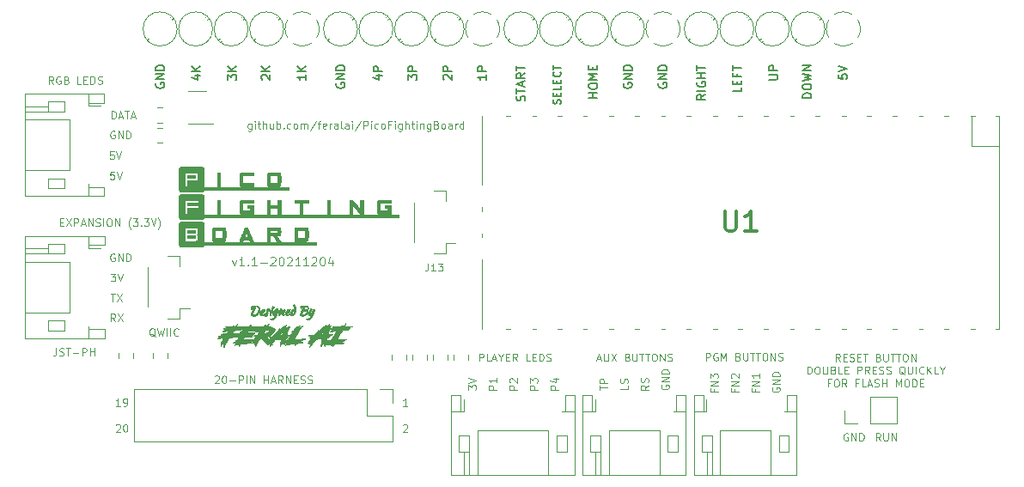
<source format=gto>
G04 #@! TF.GenerationSoftware,KiCad,Pcbnew,(5.1.12)-1*
G04 #@! TF.CreationDate,2021-12-05T18:21:47-06:00*
G04 #@! TF.ProjectId,PicoFightingBoard,5069636f-4669-4676-9874-696e67426f61,rev?*
G04 #@! TF.SameCoordinates,Original*
G04 #@! TF.FileFunction,Legend,Top*
G04 #@! TF.FilePolarity,Positive*
%FSLAX46Y46*%
G04 Gerber Fmt 4.6, Leading zero omitted, Abs format (unit mm)*
G04 Created by KiCad (PCBNEW (5.1.12)-1) date 2021-12-05 18:21:47*
%MOMM*%
%LPD*%
G01*
G04 APERTURE LIST*
%ADD10C,0.125000*%
%ADD11C,0.150000*%
%ADD12C,0.120000*%
%ADD13C,0.010000*%
%ADD14C,0.300000*%
G04 APERTURE END LIST*
D10*
X182555000Y-115319685D02*
X182305000Y-114962542D01*
X182126428Y-115319685D02*
X182126428Y-114569685D01*
X182412142Y-114569685D01*
X182483571Y-114605400D01*
X182519285Y-114641114D01*
X182555000Y-114712542D01*
X182555000Y-114819685D01*
X182519285Y-114891114D01*
X182483571Y-114926828D01*
X182412142Y-114962542D01*
X182126428Y-114962542D01*
X182876428Y-114926828D02*
X183126428Y-114926828D01*
X183233571Y-115319685D02*
X182876428Y-115319685D01*
X182876428Y-114569685D01*
X183233571Y-114569685D01*
X183519285Y-115283971D02*
X183626428Y-115319685D01*
X183805000Y-115319685D01*
X183876428Y-115283971D01*
X183912142Y-115248257D01*
X183947857Y-115176828D01*
X183947857Y-115105400D01*
X183912142Y-115033971D01*
X183876428Y-114998257D01*
X183805000Y-114962542D01*
X183662142Y-114926828D01*
X183590714Y-114891114D01*
X183555000Y-114855400D01*
X183519285Y-114783971D01*
X183519285Y-114712542D01*
X183555000Y-114641114D01*
X183590714Y-114605400D01*
X183662142Y-114569685D01*
X183840714Y-114569685D01*
X183947857Y-114605400D01*
X184269285Y-114926828D02*
X184519285Y-114926828D01*
X184626428Y-115319685D02*
X184269285Y-115319685D01*
X184269285Y-114569685D01*
X184626428Y-114569685D01*
X184840714Y-114569685D02*
X185269285Y-114569685D01*
X185055000Y-115319685D02*
X185055000Y-114569685D01*
X186340714Y-114926828D02*
X186447857Y-114962542D01*
X186483571Y-114998257D01*
X186519285Y-115069685D01*
X186519285Y-115176828D01*
X186483571Y-115248257D01*
X186447857Y-115283971D01*
X186376428Y-115319685D01*
X186090714Y-115319685D01*
X186090714Y-114569685D01*
X186340714Y-114569685D01*
X186412142Y-114605400D01*
X186447857Y-114641114D01*
X186483571Y-114712542D01*
X186483571Y-114783971D01*
X186447857Y-114855400D01*
X186412142Y-114891114D01*
X186340714Y-114926828D01*
X186090714Y-114926828D01*
X186840714Y-114569685D02*
X186840714Y-115176828D01*
X186876428Y-115248257D01*
X186912142Y-115283971D01*
X186983571Y-115319685D01*
X187126428Y-115319685D01*
X187197857Y-115283971D01*
X187233571Y-115248257D01*
X187269285Y-115176828D01*
X187269285Y-114569685D01*
X187519285Y-114569685D02*
X187947857Y-114569685D01*
X187733571Y-115319685D02*
X187733571Y-114569685D01*
X188090714Y-114569685D02*
X188519285Y-114569685D01*
X188305000Y-115319685D02*
X188305000Y-114569685D01*
X188912142Y-114569685D02*
X189055000Y-114569685D01*
X189126428Y-114605400D01*
X189197857Y-114676828D01*
X189233571Y-114819685D01*
X189233571Y-115069685D01*
X189197857Y-115212542D01*
X189126428Y-115283971D01*
X189055000Y-115319685D01*
X188912142Y-115319685D01*
X188840714Y-115283971D01*
X188769285Y-115212542D01*
X188733571Y-115069685D01*
X188733571Y-114819685D01*
X188769285Y-114676828D01*
X188840714Y-114605400D01*
X188912142Y-114569685D01*
X189555000Y-115319685D02*
X189555000Y-114569685D01*
X189983571Y-115319685D01*
X189983571Y-114569685D01*
X179340714Y-116569685D02*
X179340714Y-115819685D01*
X179519285Y-115819685D01*
X179626428Y-115855400D01*
X179697857Y-115926828D01*
X179733571Y-115998257D01*
X179769285Y-116141114D01*
X179769285Y-116248257D01*
X179733571Y-116391114D01*
X179697857Y-116462542D01*
X179626428Y-116533971D01*
X179519285Y-116569685D01*
X179340714Y-116569685D01*
X180233571Y-115819685D02*
X180376428Y-115819685D01*
X180447857Y-115855400D01*
X180519285Y-115926828D01*
X180555000Y-116069685D01*
X180555000Y-116319685D01*
X180519285Y-116462542D01*
X180447857Y-116533971D01*
X180376428Y-116569685D01*
X180233571Y-116569685D01*
X180162142Y-116533971D01*
X180090714Y-116462542D01*
X180055000Y-116319685D01*
X180055000Y-116069685D01*
X180090714Y-115926828D01*
X180162142Y-115855400D01*
X180233571Y-115819685D01*
X180876428Y-115819685D02*
X180876428Y-116426828D01*
X180912142Y-116498257D01*
X180947857Y-116533971D01*
X181019285Y-116569685D01*
X181162142Y-116569685D01*
X181233571Y-116533971D01*
X181269285Y-116498257D01*
X181305000Y-116426828D01*
X181305000Y-115819685D01*
X181912142Y-116176828D02*
X182019285Y-116212542D01*
X182055000Y-116248257D01*
X182090714Y-116319685D01*
X182090714Y-116426828D01*
X182055000Y-116498257D01*
X182019285Y-116533971D01*
X181947857Y-116569685D01*
X181662142Y-116569685D01*
X181662142Y-115819685D01*
X181912142Y-115819685D01*
X181983571Y-115855400D01*
X182019285Y-115891114D01*
X182055000Y-115962542D01*
X182055000Y-116033971D01*
X182019285Y-116105400D01*
X181983571Y-116141114D01*
X181912142Y-116176828D01*
X181662142Y-116176828D01*
X182769285Y-116569685D02*
X182412142Y-116569685D01*
X182412142Y-115819685D01*
X183019285Y-116176828D02*
X183269285Y-116176828D01*
X183376428Y-116569685D02*
X183019285Y-116569685D01*
X183019285Y-115819685D01*
X183376428Y-115819685D01*
X184269285Y-116569685D02*
X184269285Y-115819685D01*
X184555000Y-115819685D01*
X184626428Y-115855400D01*
X184662142Y-115891114D01*
X184697857Y-115962542D01*
X184697857Y-116069685D01*
X184662142Y-116141114D01*
X184626428Y-116176828D01*
X184555000Y-116212542D01*
X184269285Y-116212542D01*
X185447857Y-116569685D02*
X185197857Y-116212542D01*
X185019285Y-116569685D02*
X185019285Y-115819685D01*
X185305000Y-115819685D01*
X185376428Y-115855400D01*
X185412142Y-115891114D01*
X185447857Y-115962542D01*
X185447857Y-116069685D01*
X185412142Y-116141114D01*
X185376428Y-116176828D01*
X185305000Y-116212542D01*
X185019285Y-116212542D01*
X185769285Y-116176828D02*
X186019285Y-116176828D01*
X186126428Y-116569685D02*
X185769285Y-116569685D01*
X185769285Y-115819685D01*
X186126428Y-115819685D01*
X186412142Y-116533971D02*
X186519285Y-116569685D01*
X186697857Y-116569685D01*
X186769285Y-116533971D01*
X186805000Y-116498257D01*
X186840714Y-116426828D01*
X186840714Y-116355400D01*
X186805000Y-116283971D01*
X186769285Y-116248257D01*
X186697857Y-116212542D01*
X186555000Y-116176828D01*
X186483571Y-116141114D01*
X186447857Y-116105400D01*
X186412142Y-116033971D01*
X186412142Y-115962542D01*
X186447857Y-115891114D01*
X186483571Y-115855400D01*
X186555000Y-115819685D01*
X186733571Y-115819685D01*
X186840714Y-115855400D01*
X187126428Y-116533971D02*
X187233571Y-116569685D01*
X187412142Y-116569685D01*
X187483571Y-116533971D01*
X187519285Y-116498257D01*
X187555000Y-116426828D01*
X187555000Y-116355400D01*
X187519285Y-116283971D01*
X187483571Y-116248257D01*
X187412142Y-116212542D01*
X187269285Y-116176828D01*
X187197857Y-116141114D01*
X187162142Y-116105400D01*
X187126428Y-116033971D01*
X187126428Y-115962542D01*
X187162142Y-115891114D01*
X187197857Y-115855400D01*
X187269285Y-115819685D01*
X187447857Y-115819685D01*
X187555000Y-115855400D01*
X188947857Y-116641114D02*
X188876428Y-116605400D01*
X188805000Y-116533971D01*
X188697857Y-116426828D01*
X188626428Y-116391114D01*
X188555000Y-116391114D01*
X188590714Y-116569685D02*
X188519285Y-116533971D01*
X188447857Y-116462542D01*
X188412142Y-116319685D01*
X188412142Y-116069685D01*
X188447857Y-115926828D01*
X188519285Y-115855400D01*
X188590714Y-115819685D01*
X188733571Y-115819685D01*
X188805000Y-115855400D01*
X188876428Y-115926828D01*
X188912142Y-116069685D01*
X188912142Y-116319685D01*
X188876428Y-116462542D01*
X188805000Y-116533971D01*
X188733571Y-116569685D01*
X188590714Y-116569685D01*
X189233571Y-115819685D02*
X189233571Y-116426828D01*
X189269285Y-116498257D01*
X189305000Y-116533971D01*
X189376428Y-116569685D01*
X189519285Y-116569685D01*
X189590714Y-116533971D01*
X189626428Y-116498257D01*
X189662142Y-116426828D01*
X189662142Y-115819685D01*
X190019285Y-116569685D02*
X190019285Y-115819685D01*
X190805000Y-116498257D02*
X190769285Y-116533971D01*
X190662142Y-116569685D01*
X190590714Y-116569685D01*
X190483571Y-116533971D01*
X190412142Y-116462542D01*
X190376428Y-116391114D01*
X190340714Y-116248257D01*
X190340714Y-116141114D01*
X190376428Y-115998257D01*
X190412142Y-115926828D01*
X190483571Y-115855400D01*
X190590714Y-115819685D01*
X190662142Y-115819685D01*
X190769285Y-115855400D01*
X190805000Y-115891114D01*
X191126428Y-116569685D02*
X191126428Y-115819685D01*
X191555000Y-116569685D02*
X191233571Y-116141114D01*
X191555000Y-115819685D02*
X191126428Y-116248257D01*
X192233571Y-116569685D02*
X191876428Y-116569685D01*
X191876428Y-115819685D01*
X192626428Y-116212542D02*
X192626428Y-116569685D01*
X192376428Y-115819685D02*
X192626428Y-116212542D01*
X192876428Y-115819685D01*
X181590714Y-117426828D02*
X181340714Y-117426828D01*
X181340714Y-117819685D02*
X181340714Y-117069685D01*
X181697857Y-117069685D01*
X182126428Y-117069685D02*
X182269285Y-117069685D01*
X182340714Y-117105400D01*
X182412142Y-117176828D01*
X182447857Y-117319685D01*
X182447857Y-117569685D01*
X182412142Y-117712542D01*
X182340714Y-117783971D01*
X182269285Y-117819685D01*
X182126428Y-117819685D01*
X182055000Y-117783971D01*
X181983571Y-117712542D01*
X181947857Y-117569685D01*
X181947857Y-117319685D01*
X181983571Y-117176828D01*
X182055000Y-117105400D01*
X182126428Y-117069685D01*
X183197857Y-117819685D02*
X182947857Y-117462542D01*
X182769285Y-117819685D02*
X182769285Y-117069685D01*
X183055000Y-117069685D01*
X183126428Y-117105400D01*
X183162142Y-117141114D01*
X183197857Y-117212542D01*
X183197857Y-117319685D01*
X183162142Y-117391114D01*
X183126428Y-117426828D01*
X183055000Y-117462542D01*
X182769285Y-117462542D01*
X184340714Y-117426828D02*
X184090714Y-117426828D01*
X184090714Y-117819685D02*
X184090714Y-117069685D01*
X184447857Y-117069685D01*
X185090714Y-117819685D02*
X184733571Y-117819685D01*
X184733571Y-117069685D01*
X185305000Y-117605400D02*
X185662142Y-117605400D01*
X185233571Y-117819685D02*
X185483571Y-117069685D01*
X185733571Y-117819685D01*
X185947857Y-117783971D02*
X186055000Y-117819685D01*
X186233571Y-117819685D01*
X186305000Y-117783971D01*
X186340714Y-117748257D01*
X186376428Y-117676828D01*
X186376428Y-117605400D01*
X186340714Y-117533971D01*
X186305000Y-117498257D01*
X186233571Y-117462542D01*
X186090714Y-117426828D01*
X186019285Y-117391114D01*
X185983571Y-117355400D01*
X185947857Y-117283971D01*
X185947857Y-117212542D01*
X185983571Y-117141114D01*
X186019285Y-117105400D01*
X186090714Y-117069685D01*
X186269285Y-117069685D01*
X186376428Y-117105400D01*
X186697857Y-117819685D02*
X186697857Y-117069685D01*
X186697857Y-117426828D02*
X187126428Y-117426828D01*
X187126428Y-117819685D02*
X187126428Y-117069685D01*
X188055000Y-117819685D02*
X188055000Y-117069685D01*
X188305000Y-117605400D01*
X188555000Y-117069685D01*
X188555000Y-117819685D01*
X189055000Y-117069685D02*
X189197857Y-117069685D01*
X189269285Y-117105400D01*
X189340714Y-117176828D01*
X189376428Y-117319685D01*
X189376428Y-117569685D01*
X189340714Y-117712542D01*
X189269285Y-117783971D01*
X189197857Y-117819685D01*
X189055000Y-117819685D01*
X188983571Y-117783971D01*
X188912142Y-117712542D01*
X188876428Y-117569685D01*
X188876428Y-117319685D01*
X188912142Y-117176828D01*
X188983571Y-117105400D01*
X189055000Y-117069685D01*
X189697857Y-117819685D02*
X189697857Y-117069685D01*
X189876428Y-117069685D01*
X189983571Y-117105400D01*
X190055000Y-117176828D01*
X190090714Y-117248257D01*
X190126428Y-117391114D01*
X190126428Y-117498257D01*
X190090714Y-117641114D01*
X190055000Y-117712542D01*
X189983571Y-117783971D01*
X189876428Y-117819685D01*
X189697857Y-117819685D01*
X190447857Y-117426828D02*
X190697857Y-117426828D01*
X190805000Y-117819685D02*
X190447857Y-117819685D01*
X190447857Y-117069685D01*
X190805000Y-117069685D01*
X175901000Y-117919428D02*
X175865285Y-117990857D01*
X175865285Y-118098000D01*
X175901000Y-118205142D01*
X175972428Y-118276571D01*
X176043857Y-118312285D01*
X176186714Y-118348000D01*
X176293857Y-118348000D01*
X176436714Y-118312285D01*
X176508142Y-118276571D01*
X176579571Y-118205142D01*
X176615285Y-118098000D01*
X176615285Y-118026571D01*
X176579571Y-117919428D01*
X176543857Y-117883714D01*
X176293857Y-117883714D01*
X176293857Y-118026571D01*
X176615285Y-117562285D02*
X175865285Y-117562285D01*
X176615285Y-117133714D01*
X175865285Y-117133714D01*
X176615285Y-116776571D02*
X175865285Y-116776571D01*
X175865285Y-116598000D01*
X175901000Y-116490857D01*
X175972428Y-116419428D01*
X176043857Y-116383714D01*
X176186714Y-116348000D01*
X176293857Y-116348000D01*
X176436714Y-116383714D01*
X176508142Y-116419428D01*
X176579571Y-116490857D01*
X176615285Y-116598000D01*
X176615285Y-116776571D01*
X174190428Y-118092457D02*
X174190428Y-118342457D01*
X174583285Y-118342457D02*
X173833285Y-118342457D01*
X173833285Y-117985314D01*
X174583285Y-117699600D02*
X173833285Y-117699600D01*
X174583285Y-117271028D01*
X173833285Y-117271028D01*
X174583285Y-116521028D02*
X174583285Y-116949600D01*
X174583285Y-116735314D02*
X173833285Y-116735314D01*
X173940428Y-116806742D01*
X174011857Y-116878171D01*
X174047571Y-116949600D01*
X172158428Y-118092457D02*
X172158428Y-118342457D01*
X172551285Y-118342457D02*
X171801285Y-118342457D01*
X171801285Y-117985314D01*
X172551285Y-117699600D02*
X171801285Y-117699600D01*
X172551285Y-117271028D01*
X171801285Y-117271028D01*
X171872714Y-116949600D02*
X171837000Y-116913885D01*
X171801285Y-116842457D01*
X171801285Y-116663885D01*
X171837000Y-116592457D01*
X171872714Y-116556742D01*
X171944142Y-116521028D01*
X172015571Y-116521028D01*
X172122714Y-116556742D01*
X172551285Y-116985314D01*
X172551285Y-116521028D01*
X170126428Y-118092457D02*
X170126428Y-118342457D01*
X170519285Y-118342457D02*
X169769285Y-118342457D01*
X169769285Y-117985314D01*
X170519285Y-117699600D02*
X169769285Y-117699600D01*
X170519285Y-117271028D01*
X169769285Y-117271028D01*
X169769285Y-116985314D02*
X169769285Y-116521028D01*
X170055000Y-116771028D01*
X170055000Y-116663885D01*
X170090714Y-116592457D01*
X170126428Y-116556742D01*
X170197857Y-116521028D01*
X170376428Y-116521028D01*
X170447857Y-116556742D01*
X170483571Y-116592457D01*
X170519285Y-116663885D01*
X170519285Y-116878171D01*
X170483571Y-116949600D01*
X170447857Y-116985314D01*
X164979000Y-117665428D02*
X164943285Y-117736857D01*
X164943285Y-117844000D01*
X164979000Y-117951142D01*
X165050428Y-118022571D01*
X165121857Y-118058285D01*
X165264714Y-118094000D01*
X165371857Y-118094000D01*
X165514714Y-118058285D01*
X165586142Y-118022571D01*
X165657571Y-117951142D01*
X165693285Y-117844000D01*
X165693285Y-117772571D01*
X165657571Y-117665428D01*
X165621857Y-117629714D01*
X165371857Y-117629714D01*
X165371857Y-117772571D01*
X165693285Y-117308285D02*
X164943285Y-117308285D01*
X165693285Y-116879714D01*
X164943285Y-116879714D01*
X165693285Y-116522571D02*
X164943285Y-116522571D01*
X164943285Y-116344000D01*
X164979000Y-116236857D01*
X165050428Y-116165428D01*
X165121857Y-116129714D01*
X165264714Y-116094000D01*
X165371857Y-116094000D01*
X165514714Y-116129714D01*
X165586142Y-116165428D01*
X165657571Y-116236857D01*
X165693285Y-116344000D01*
X165693285Y-116522571D01*
X163661285Y-117676200D02*
X163304142Y-117926200D01*
X163661285Y-118104771D02*
X162911285Y-118104771D01*
X162911285Y-117819057D01*
X162947000Y-117747628D01*
X162982714Y-117711914D01*
X163054142Y-117676200D01*
X163161285Y-117676200D01*
X163232714Y-117711914D01*
X163268428Y-117747628D01*
X163304142Y-117819057D01*
X163304142Y-118104771D01*
X163625571Y-117390485D02*
X163661285Y-117283342D01*
X163661285Y-117104771D01*
X163625571Y-117033342D01*
X163589857Y-116997628D01*
X163518428Y-116961914D01*
X163447000Y-116961914D01*
X163375571Y-116997628D01*
X163339857Y-117033342D01*
X163304142Y-117104771D01*
X163268428Y-117247628D01*
X163232714Y-117319057D01*
X163197000Y-117354771D01*
X163125571Y-117390485D01*
X163054142Y-117390485D01*
X162982714Y-117354771D01*
X162947000Y-117319057D01*
X162911285Y-117247628D01*
X162911285Y-117069057D01*
X162947000Y-116961914D01*
X161629285Y-117676200D02*
X161629285Y-118033342D01*
X160879285Y-118033342D01*
X161593571Y-117461914D02*
X161629285Y-117354771D01*
X161629285Y-117176200D01*
X161593571Y-117104771D01*
X161557857Y-117069057D01*
X161486428Y-117033342D01*
X161415000Y-117033342D01*
X161343571Y-117069057D01*
X161307857Y-117104771D01*
X161272142Y-117176200D01*
X161236428Y-117319057D01*
X161200714Y-117390485D01*
X161165000Y-117426200D01*
X161093571Y-117461914D01*
X161022142Y-117461914D01*
X160950714Y-117426200D01*
X160915000Y-117390485D01*
X160879285Y-117319057D01*
X160879285Y-117140485D01*
X160915000Y-117033342D01*
X158847285Y-118140485D02*
X158847285Y-117711914D01*
X159597285Y-117926200D02*
X158847285Y-117926200D01*
X159597285Y-117461914D02*
X158847285Y-117461914D01*
X158847285Y-117176200D01*
X158883000Y-117104771D01*
X158918714Y-117069057D01*
X158990142Y-117033342D01*
X159097285Y-117033342D01*
X159168714Y-117069057D01*
X159204428Y-117104771D01*
X159240142Y-117176200D01*
X159240142Y-117461914D01*
X154771285Y-118104771D02*
X154021285Y-118104771D01*
X154021285Y-117819057D01*
X154057000Y-117747628D01*
X154092714Y-117711914D01*
X154164142Y-117676200D01*
X154271285Y-117676200D01*
X154342714Y-117711914D01*
X154378428Y-117747628D01*
X154414142Y-117819057D01*
X154414142Y-118104771D01*
X154271285Y-117033342D02*
X154771285Y-117033342D01*
X153985571Y-117211914D02*
X154521285Y-117390485D01*
X154521285Y-116926200D01*
X152739285Y-118104771D02*
X151989285Y-118104771D01*
X151989285Y-117819057D01*
X152025000Y-117747628D01*
X152060714Y-117711914D01*
X152132142Y-117676200D01*
X152239285Y-117676200D01*
X152310714Y-117711914D01*
X152346428Y-117747628D01*
X152382142Y-117819057D01*
X152382142Y-118104771D01*
X151989285Y-117426200D02*
X151989285Y-116961914D01*
X152275000Y-117211914D01*
X152275000Y-117104771D01*
X152310714Y-117033342D01*
X152346428Y-116997628D01*
X152417857Y-116961914D01*
X152596428Y-116961914D01*
X152667857Y-116997628D01*
X152703571Y-117033342D01*
X152739285Y-117104771D01*
X152739285Y-117319057D01*
X152703571Y-117390485D01*
X152667857Y-117426200D01*
X150707285Y-118104771D02*
X149957285Y-118104771D01*
X149957285Y-117819057D01*
X149993000Y-117747628D01*
X150028714Y-117711914D01*
X150100142Y-117676200D01*
X150207285Y-117676200D01*
X150278714Y-117711914D01*
X150314428Y-117747628D01*
X150350142Y-117819057D01*
X150350142Y-118104771D01*
X150028714Y-117390485D02*
X149993000Y-117354771D01*
X149957285Y-117283342D01*
X149957285Y-117104771D01*
X149993000Y-117033342D01*
X150028714Y-116997628D01*
X150100142Y-116961914D01*
X150171571Y-116961914D01*
X150278714Y-116997628D01*
X150707285Y-117426200D01*
X150707285Y-116961914D01*
X148675285Y-118104771D02*
X147925285Y-118104771D01*
X147925285Y-117819057D01*
X147961000Y-117747628D01*
X147996714Y-117711914D01*
X148068142Y-117676200D01*
X148175285Y-117676200D01*
X148246714Y-117711914D01*
X148282428Y-117747628D01*
X148318142Y-117819057D01*
X148318142Y-118104771D01*
X148675285Y-116961914D02*
X148675285Y-117390485D01*
X148675285Y-117176200D02*
X147925285Y-117176200D01*
X148032428Y-117247628D01*
X148103857Y-117319057D01*
X148139571Y-117390485D01*
X145944085Y-118122628D02*
X145944085Y-117658342D01*
X146229800Y-117908342D01*
X146229800Y-117801200D01*
X146265514Y-117729771D01*
X146301228Y-117694057D01*
X146372657Y-117658342D01*
X146551228Y-117658342D01*
X146622657Y-117694057D01*
X146658371Y-117729771D01*
X146694085Y-117801200D01*
X146694085Y-118015485D01*
X146658371Y-118086914D01*
X146622657Y-118122628D01*
X145944085Y-117444057D02*
X146694085Y-117194057D01*
X145944085Y-116944057D01*
X111127000Y-111388085D02*
X110877000Y-111030942D01*
X110698428Y-111388085D02*
X110698428Y-110638085D01*
X110984142Y-110638085D01*
X111055571Y-110673800D01*
X111091285Y-110709514D01*
X111127000Y-110780942D01*
X111127000Y-110888085D01*
X111091285Y-110959514D01*
X111055571Y-110995228D01*
X110984142Y-111030942D01*
X110698428Y-111030942D01*
X111377000Y-110638085D02*
X111877000Y-111388085D01*
X111877000Y-110638085D02*
X111377000Y-111388085D01*
X110680571Y-108656885D02*
X111109142Y-108656885D01*
X110894857Y-109406885D02*
X110894857Y-108656885D01*
X111287714Y-108656885D02*
X111787714Y-109406885D01*
X111787714Y-108656885D02*
X111287714Y-109406885D01*
X110680571Y-106675685D02*
X111144857Y-106675685D01*
X110894857Y-106961400D01*
X111002000Y-106961400D01*
X111073428Y-106997114D01*
X111109142Y-107032828D01*
X111144857Y-107104257D01*
X111144857Y-107282828D01*
X111109142Y-107354257D01*
X111073428Y-107389971D01*
X111002000Y-107425685D01*
X110787714Y-107425685D01*
X110716285Y-107389971D01*
X110680571Y-107354257D01*
X111359142Y-106675685D02*
X111609142Y-107425685D01*
X111859142Y-106675685D01*
X111061571Y-104730200D02*
X110990142Y-104694485D01*
X110883000Y-104694485D01*
X110775857Y-104730200D01*
X110704428Y-104801628D01*
X110668714Y-104873057D01*
X110633000Y-105015914D01*
X110633000Y-105123057D01*
X110668714Y-105265914D01*
X110704428Y-105337342D01*
X110775857Y-105408771D01*
X110883000Y-105444485D01*
X110954428Y-105444485D01*
X111061571Y-105408771D01*
X111097285Y-105373057D01*
X111097285Y-105123057D01*
X110954428Y-105123057D01*
X111418714Y-105444485D02*
X111418714Y-104694485D01*
X111847285Y-105444485D01*
X111847285Y-104694485D01*
X112204428Y-105444485D02*
X112204428Y-104694485D01*
X112383000Y-104694485D01*
X112490142Y-104730200D01*
X112561571Y-104801628D01*
X112597285Y-104873057D01*
X112633000Y-105015914D01*
X112633000Y-105123057D01*
X112597285Y-105265914D01*
X112561571Y-105337342D01*
X112490142Y-105408771D01*
X112383000Y-105444485D01*
X112204428Y-105444485D01*
X111007542Y-96617285D02*
X110650400Y-96617285D01*
X110614685Y-96974428D01*
X110650400Y-96938714D01*
X110721828Y-96903000D01*
X110900400Y-96903000D01*
X110971828Y-96938714D01*
X111007542Y-96974428D01*
X111043257Y-97045857D01*
X111043257Y-97224428D01*
X111007542Y-97295857D01*
X110971828Y-97331571D01*
X110900400Y-97367285D01*
X110721828Y-97367285D01*
X110650400Y-97331571D01*
X110614685Y-97295857D01*
X111257542Y-96617285D02*
X111507542Y-97367285D01*
X111757542Y-96617285D01*
X110982142Y-94636085D02*
X110625000Y-94636085D01*
X110589285Y-94993228D01*
X110625000Y-94957514D01*
X110696428Y-94921800D01*
X110875000Y-94921800D01*
X110946428Y-94957514D01*
X110982142Y-94993228D01*
X111017857Y-95064657D01*
X111017857Y-95243228D01*
X110982142Y-95314657D01*
X110946428Y-95350371D01*
X110875000Y-95386085D01*
X110696428Y-95386085D01*
X110625000Y-95350371D01*
X110589285Y-95314657D01*
X111232142Y-94636085D02*
X111482142Y-95386085D01*
X111732142Y-94636085D01*
X111061571Y-92639800D02*
X110990142Y-92604085D01*
X110883000Y-92604085D01*
X110775857Y-92639800D01*
X110704428Y-92711228D01*
X110668714Y-92782657D01*
X110633000Y-92925514D01*
X110633000Y-93032657D01*
X110668714Y-93175514D01*
X110704428Y-93246942D01*
X110775857Y-93318371D01*
X110883000Y-93354085D01*
X110954428Y-93354085D01*
X111061571Y-93318371D01*
X111097285Y-93282657D01*
X111097285Y-93032657D01*
X110954428Y-93032657D01*
X111418714Y-93354085D02*
X111418714Y-92604085D01*
X111847285Y-93354085D01*
X111847285Y-92604085D01*
X112204428Y-93354085D02*
X112204428Y-92604085D01*
X112383000Y-92604085D01*
X112490142Y-92639800D01*
X112561571Y-92711228D01*
X112597285Y-92782657D01*
X112633000Y-92925514D01*
X112633000Y-93032657D01*
X112597285Y-93175514D01*
X112561571Y-93246942D01*
X112490142Y-93318371D01*
X112383000Y-93354085D01*
X112204428Y-93354085D01*
X110762000Y-91388285D02*
X110762000Y-90638285D01*
X110940571Y-90638285D01*
X111047714Y-90674000D01*
X111119142Y-90745428D01*
X111154857Y-90816857D01*
X111190571Y-90959714D01*
X111190571Y-91066857D01*
X111154857Y-91209714D01*
X111119142Y-91281142D01*
X111047714Y-91352571D01*
X110940571Y-91388285D01*
X110762000Y-91388285D01*
X111476285Y-91174000D02*
X111833428Y-91174000D01*
X111404857Y-91388285D02*
X111654857Y-90638285D01*
X111904857Y-91388285D01*
X112047714Y-90638285D02*
X112476285Y-90638285D01*
X112262000Y-91388285D02*
X112262000Y-90638285D01*
X112690571Y-91174000D02*
X113047714Y-91174000D01*
X112619142Y-91388285D02*
X112869142Y-90638285D01*
X113119142Y-91388285D01*
X105663028Y-101597228D02*
X105913028Y-101597228D01*
X106020171Y-101990085D02*
X105663028Y-101990085D01*
X105663028Y-101240085D01*
X106020171Y-101240085D01*
X106270171Y-101240085D02*
X106770171Y-101990085D01*
X106770171Y-101240085D02*
X106270171Y-101990085D01*
X107055885Y-101990085D02*
X107055885Y-101240085D01*
X107341600Y-101240085D01*
X107413028Y-101275800D01*
X107448742Y-101311514D01*
X107484457Y-101382942D01*
X107484457Y-101490085D01*
X107448742Y-101561514D01*
X107413028Y-101597228D01*
X107341600Y-101632942D01*
X107055885Y-101632942D01*
X107770171Y-101775800D02*
X108127314Y-101775800D01*
X107698742Y-101990085D02*
X107948742Y-101240085D01*
X108198742Y-101990085D01*
X108448742Y-101990085D02*
X108448742Y-101240085D01*
X108877314Y-101990085D01*
X108877314Y-101240085D01*
X109198742Y-101954371D02*
X109305885Y-101990085D01*
X109484457Y-101990085D01*
X109555885Y-101954371D01*
X109591600Y-101918657D01*
X109627314Y-101847228D01*
X109627314Y-101775800D01*
X109591600Y-101704371D01*
X109555885Y-101668657D01*
X109484457Y-101632942D01*
X109341600Y-101597228D01*
X109270171Y-101561514D01*
X109234457Y-101525800D01*
X109198742Y-101454371D01*
X109198742Y-101382942D01*
X109234457Y-101311514D01*
X109270171Y-101275800D01*
X109341600Y-101240085D01*
X109520171Y-101240085D01*
X109627314Y-101275800D01*
X109948742Y-101990085D02*
X109948742Y-101240085D01*
X110448742Y-101240085D02*
X110591600Y-101240085D01*
X110663028Y-101275800D01*
X110734457Y-101347228D01*
X110770171Y-101490085D01*
X110770171Y-101740085D01*
X110734457Y-101882942D01*
X110663028Y-101954371D01*
X110591600Y-101990085D01*
X110448742Y-101990085D01*
X110377314Y-101954371D01*
X110305885Y-101882942D01*
X110270171Y-101740085D01*
X110270171Y-101490085D01*
X110305885Y-101347228D01*
X110377314Y-101275800D01*
X110448742Y-101240085D01*
X111091600Y-101990085D02*
X111091600Y-101240085D01*
X111520171Y-101990085D01*
X111520171Y-101240085D01*
X112663028Y-102275800D02*
X112627314Y-102240085D01*
X112555885Y-102132942D01*
X112520171Y-102061514D01*
X112484457Y-101954371D01*
X112448742Y-101775800D01*
X112448742Y-101632942D01*
X112484457Y-101454371D01*
X112520171Y-101347228D01*
X112555885Y-101275800D01*
X112627314Y-101168657D01*
X112663028Y-101132942D01*
X112877314Y-101240085D02*
X113341600Y-101240085D01*
X113091600Y-101525800D01*
X113198742Y-101525800D01*
X113270171Y-101561514D01*
X113305885Y-101597228D01*
X113341600Y-101668657D01*
X113341600Y-101847228D01*
X113305885Y-101918657D01*
X113270171Y-101954371D01*
X113198742Y-101990085D01*
X112984457Y-101990085D01*
X112913028Y-101954371D01*
X112877314Y-101918657D01*
X113663028Y-101918657D02*
X113698742Y-101954371D01*
X113663028Y-101990085D01*
X113627314Y-101954371D01*
X113663028Y-101918657D01*
X113663028Y-101990085D01*
X113948742Y-101240085D02*
X114413028Y-101240085D01*
X114163028Y-101525800D01*
X114270171Y-101525800D01*
X114341600Y-101561514D01*
X114377314Y-101597228D01*
X114413028Y-101668657D01*
X114413028Y-101847228D01*
X114377314Y-101918657D01*
X114341600Y-101954371D01*
X114270171Y-101990085D01*
X114055885Y-101990085D01*
X113984457Y-101954371D01*
X113948742Y-101918657D01*
X114627314Y-101240085D02*
X114877314Y-101990085D01*
X115127314Y-101240085D01*
X115305885Y-102275800D02*
X115341600Y-102240085D01*
X115413028Y-102132942D01*
X115448742Y-102061514D01*
X115484457Y-101954371D01*
X115520171Y-101775800D01*
X115520171Y-101632942D01*
X115484457Y-101454371D01*
X115448742Y-101347228D01*
X115413028Y-101275800D01*
X115341600Y-101168657D01*
X115305885Y-101132942D01*
X186517428Y-123148285D02*
X186267428Y-122791142D01*
X186088857Y-123148285D02*
X186088857Y-122398285D01*
X186374571Y-122398285D01*
X186446000Y-122434000D01*
X186481714Y-122469714D01*
X186517428Y-122541142D01*
X186517428Y-122648285D01*
X186481714Y-122719714D01*
X186446000Y-122755428D01*
X186374571Y-122791142D01*
X186088857Y-122791142D01*
X186838857Y-122398285D02*
X186838857Y-123005428D01*
X186874571Y-123076857D01*
X186910285Y-123112571D01*
X186981714Y-123148285D01*
X187124571Y-123148285D01*
X187196000Y-123112571D01*
X187231714Y-123076857D01*
X187267428Y-123005428D01*
X187267428Y-122398285D01*
X187624571Y-123148285D02*
X187624571Y-122398285D01*
X188053142Y-123148285D01*
X188053142Y-122398285D01*
X183324571Y-122434000D02*
X183253142Y-122398285D01*
X183146000Y-122398285D01*
X183038857Y-122434000D01*
X182967428Y-122505428D01*
X182931714Y-122576857D01*
X182896000Y-122719714D01*
X182896000Y-122826857D01*
X182931714Y-122969714D01*
X182967428Y-123041142D01*
X183038857Y-123112571D01*
X183146000Y-123148285D01*
X183217428Y-123148285D01*
X183324571Y-123112571D01*
X183360285Y-123076857D01*
X183360285Y-122826857D01*
X183217428Y-122826857D01*
X183681714Y-123148285D02*
X183681714Y-122398285D01*
X184110285Y-123148285D01*
X184110285Y-122398285D01*
X184467428Y-123148285D02*
X184467428Y-122398285D01*
X184646000Y-122398285D01*
X184753142Y-122434000D01*
X184824571Y-122505428D01*
X184860285Y-122576857D01*
X184896000Y-122719714D01*
X184896000Y-122826857D01*
X184860285Y-122969714D01*
X184824571Y-123041142D01*
X184753142Y-123112571D01*
X184646000Y-123148285D01*
X184467428Y-123148285D01*
D11*
X164675000Y-87896619D02*
X164634523Y-87977571D01*
X164634523Y-88099000D01*
X164675000Y-88220428D01*
X164755952Y-88301380D01*
X164836904Y-88341857D01*
X164998809Y-88382333D01*
X165120238Y-88382333D01*
X165282142Y-88341857D01*
X165363095Y-88301380D01*
X165444047Y-88220428D01*
X165484523Y-88099000D01*
X165484523Y-88018047D01*
X165444047Y-87896619D01*
X165403571Y-87856142D01*
X165120238Y-87856142D01*
X165120238Y-88018047D01*
X165484523Y-87491857D02*
X164634523Y-87491857D01*
X165484523Y-87006142D01*
X164634523Y-87006142D01*
X165484523Y-86601380D02*
X164634523Y-86601380D01*
X164634523Y-86399000D01*
X164675000Y-86277571D01*
X164755952Y-86196619D01*
X164836904Y-86156142D01*
X164998809Y-86115666D01*
X165120238Y-86115666D01*
X165282142Y-86156142D01*
X165363095Y-86196619D01*
X165444047Y-86277571D01*
X165484523Y-86399000D01*
X165484523Y-86601380D01*
X161246000Y-87896619D02*
X161205523Y-87977571D01*
X161205523Y-88099000D01*
X161246000Y-88220428D01*
X161326952Y-88301380D01*
X161407904Y-88341857D01*
X161569809Y-88382333D01*
X161691238Y-88382333D01*
X161853142Y-88341857D01*
X161934095Y-88301380D01*
X162015047Y-88220428D01*
X162055523Y-88099000D01*
X162055523Y-88018047D01*
X162015047Y-87896619D01*
X161974571Y-87856142D01*
X161691238Y-87856142D01*
X161691238Y-88018047D01*
X162055523Y-87491857D02*
X161205523Y-87491857D01*
X162055523Y-87006142D01*
X161205523Y-87006142D01*
X162055523Y-86601380D02*
X161205523Y-86601380D01*
X161205523Y-86399000D01*
X161246000Y-86277571D01*
X161326952Y-86196619D01*
X161407904Y-86156142D01*
X161569809Y-86115666D01*
X161691238Y-86115666D01*
X161853142Y-86156142D01*
X161934095Y-86196619D01*
X162015047Y-86277571D01*
X162055523Y-86399000D01*
X162055523Y-86601380D01*
X132925000Y-87896619D02*
X132884523Y-87977571D01*
X132884523Y-88099000D01*
X132925000Y-88220428D01*
X133005952Y-88301380D01*
X133086904Y-88341857D01*
X133248809Y-88382333D01*
X133370238Y-88382333D01*
X133532142Y-88341857D01*
X133613095Y-88301380D01*
X133694047Y-88220428D01*
X133734523Y-88099000D01*
X133734523Y-88018047D01*
X133694047Y-87896619D01*
X133653571Y-87856142D01*
X133370238Y-87856142D01*
X133370238Y-88018047D01*
X133734523Y-87491857D02*
X132884523Y-87491857D01*
X133734523Y-87006142D01*
X132884523Y-87006142D01*
X133734523Y-86601380D02*
X132884523Y-86601380D01*
X132884523Y-86399000D01*
X132925000Y-86277571D01*
X133005952Y-86196619D01*
X133086904Y-86156142D01*
X133248809Y-86115666D01*
X133370238Y-86115666D01*
X133532142Y-86156142D01*
X133613095Y-86196619D01*
X133694047Y-86277571D01*
X133734523Y-86399000D01*
X133734523Y-86601380D01*
X115145000Y-87896619D02*
X115104523Y-87977571D01*
X115104523Y-88099000D01*
X115145000Y-88220428D01*
X115225952Y-88301380D01*
X115306904Y-88341857D01*
X115468809Y-88382333D01*
X115590238Y-88382333D01*
X115752142Y-88341857D01*
X115833095Y-88301380D01*
X115914047Y-88220428D01*
X115954523Y-88099000D01*
X115954523Y-88018047D01*
X115914047Y-87896619D01*
X115873571Y-87856142D01*
X115590238Y-87856142D01*
X115590238Y-88018047D01*
X115954523Y-87491857D02*
X115104523Y-87491857D01*
X115954523Y-87006142D01*
X115104523Y-87006142D01*
X115954523Y-86601380D02*
X115104523Y-86601380D01*
X115104523Y-86399000D01*
X115145000Y-86277571D01*
X115225952Y-86196619D01*
X115306904Y-86156142D01*
X115468809Y-86115666D01*
X115590238Y-86115666D01*
X115752142Y-86156142D01*
X115833095Y-86196619D01*
X115914047Y-86277571D01*
X115954523Y-86399000D01*
X115954523Y-86601380D01*
D10*
X124537485Y-91888885D02*
X124537485Y-92496028D01*
X124501771Y-92567457D01*
X124466057Y-92603171D01*
X124394628Y-92638885D01*
X124287485Y-92638885D01*
X124216057Y-92603171D01*
X124537485Y-92353171D02*
X124466057Y-92388885D01*
X124323200Y-92388885D01*
X124251771Y-92353171D01*
X124216057Y-92317457D01*
X124180342Y-92246028D01*
X124180342Y-92031742D01*
X124216057Y-91960314D01*
X124251771Y-91924600D01*
X124323200Y-91888885D01*
X124466057Y-91888885D01*
X124537485Y-91924600D01*
X124894628Y-92388885D02*
X124894628Y-91888885D01*
X124894628Y-91638885D02*
X124858914Y-91674600D01*
X124894628Y-91710314D01*
X124930342Y-91674600D01*
X124894628Y-91638885D01*
X124894628Y-91710314D01*
X125144628Y-91888885D02*
X125430342Y-91888885D01*
X125251771Y-91638885D02*
X125251771Y-92281742D01*
X125287485Y-92353171D01*
X125358914Y-92388885D01*
X125430342Y-92388885D01*
X125680342Y-92388885D02*
X125680342Y-91638885D01*
X126001771Y-92388885D02*
X126001771Y-91996028D01*
X125966057Y-91924600D01*
X125894628Y-91888885D01*
X125787485Y-91888885D01*
X125716057Y-91924600D01*
X125680342Y-91960314D01*
X126680342Y-91888885D02*
X126680342Y-92388885D01*
X126358914Y-91888885D02*
X126358914Y-92281742D01*
X126394628Y-92353171D01*
X126466057Y-92388885D01*
X126573200Y-92388885D01*
X126644628Y-92353171D01*
X126680342Y-92317457D01*
X127037485Y-92388885D02*
X127037485Y-91638885D01*
X127037485Y-91924600D02*
X127108914Y-91888885D01*
X127251771Y-91888885D01*
X127323200Y-91924600D01*
X127358914Y-91960314D01*
X127394628Y-92031742D01*
X127394628Y-92246028D01*
X127358914Y-92317457D01*
X127323200Y-92353171D01*
X127251771Y-92388885D01*
X127108914Y-92388885D01*
X127037485Y-92353171D01*
X127716057Y-92317457D02*
X127751771Y-92353171D01*
X127716057Y-92388885D01*
X127680342Y-92353171D01*
X127716057Y-92317457D01*
X127716057Y-92388885D01*
X128394628Y-92353171D02*
X128323200Y-92388885D01*
X128180342Y-92388885D01*
X128108914Y-92353171D01*
X128073200Y-92317457D01*
X128037485Y-92246028D01*
X128037485Y-92031742D01*
X128073200Y-91960314D01*
X128108914Y-91924600D01*
X128180342Y-91888885D01*
X128323200Y-91888885D01*
X128394628Y-91924600D01*
X128823200Y-92388885D02*
X128751771Y-92353171D01*
X128716057Y-92317457D01*
X128680342Y-92246028D01*
X128680342Y-92031742D01*
X128716057Y-91960314D01*
X128751771Y-91924600D01*
X128823200Y-91888885D01*
X128930342Y-91888885D01*
X129001771Y-91924600D01*
X129037485Y-91960314D01*
X129073200Y-92031742D01*
X129073200Y-92246028D01*
X129037485Y-92317457D01*
X129001771Y-92353171D01*
X128930342Y-92388885D01*
X128823200Y-92388885D01*
X129394628Y-92388885D02*
X129394628Y-91888885D01*
X129394628Y-91960314D02*
X129430342Y-91924600D01*
X129501771Y-91888885D01*
X129608914Y-91888885D01*
X129680342Y-91924600D01*
X129716057Y-91996028D01*
X129716057Y-92388885D01*
X129716057Y-91996028D02*
X129751771Y-91924600D01*
X129823200Y-91888885D01*
X129930342Y-91888885D01*
X130001771Y-91924600D01*
X130037485Y-91996028D01*
X130037485Y-92388885D01*
X130930342Y-91603171D02*
X130287485Y-92567457D01*
X131073200Y-91888885D02*
X131358914Y-91888885D01*
X131180342Y-92388885D02*
X131180342Y-91746028D01*
X131216057Y-91674600D01*
X131287485Y-91638885D01*
X131358914Y-91638885D01*
X131894628Y-92353171D02*
X131823200Y-92388885D01*
X131680342Y-92388885D01*
X131608914Y-92353171D01*
X131573200Y-92281742D01*
X131573200Y-91996028D01*
X131608914Y-91924600D01*
X131680342Y-91888885D01*
X131823200Y-91888885D01*
X131894628Y-91924600D01*
X131930342Y-91996028D01*
X131930342Y-92067457D01*
X131573200Y-92138885D01*
X132251771Y-92388885D02*
X132251771Y-91888885D01*
X132251771Y-92031742D02*
X132287485Y-91960314D01*
X132323200Y-91924600D01*
X132394628Y-91888885D01*
X132466057Y-91888885D01*
X133037485Y-92388885D02*
X133037485Y-91996028D01*
X133001771Y-91924600D01*
X132930342Y-91888885D01*
X132787485Y-91888885D01*
X132716057Y-91924600D01*
X133037485Y-92353171D02*
X132966057Y-92388885D01*
X132787485Y-92388885D01*
X132716057Y-92353171D01*
X132680342Y-92281742D01*
X132680342Y-92210314D01*
X132716057Y-92138885D01*
X132787485Y-92103171D01*
X132966057Y-92103171D01*
X133037485Y-92067457D01*
X133501771Y-92388885D02*
X133430342Y-92353171D01*
X133394628Y-92281742D01*
X133394628Y-91638885D01*
X134108914Y-92388885D02*
X134108914Y-91996028D01*
X134073200Y-91924600D01*
X134001771Y-91888885D01*
X133858914Y-91888885D01*
X133787485Y-91924600D01*
X134108914Y-92353171D02*
X134037485Y-92388885D01*
X133858914Y-92388885D01*
X133787485Y-92353171D01*
X133751771Y-92281742D01*
X133751771Y-92210314D01*
X133787485Y-92138885D01*
X133858914Y-92103171D01*
X134037485Y-92103171D01*
X134108914Y-92067457D01*
X134466057Y-92388885D02*
X134466057Y-91888885D01*
X134466057Y-91638885D02*
X134430342Y-91674600D01*
X134466057Y-91710314D01*
X134501771Y-91674600D01*
X134466057Y-91638885D01*
X134466057Y-91710314D01*
X135358914Y-91603171D02*
X134716057Y-92567457D01*
X135608914Y-92388885D02*
X135608914Y-91638885D01*
X135894628Y-91638885D01*
X135966057Y-91674600D01*
X136001771Y-91710314D01*
X136037485Y-91781742D01*
X136037485Y-91888885D01*
X136001771Y-91960314D01*
X135966057Y-91996028D01*
X135894628Y-92031742D01*
X135608914Y-92031742D01*
X136358914Y-92388885D02*
X136358914Y-91888885D01*
X136358914Y-91638885D02*
X136323200Y-91674600D01*
X136358914Y-91710314D01*
X136394628Y-91674600D01*
X136358914Y-91638885D01*
X136358914Y-91710314D01*
X137037485Y-92353171D02*
X136966057Y-92388885D01*
X136823200Y-92388885D01*
X136751771Y-92353171D01*
X136716057Y-92317457D01*
X136680342Y-92246028D01*
X136680342Y-92031742D01*
X136716057Y-91960314D01*
X136751771Y-91924600D01*
X136823200Y-91888885D01*
X136966057Y-91888885D01*
X137037485Y-91924600D01*
X137466057Y-92388885D02*
X137394628Y-92353171D01*
X137358914Y-92317457D01*
X137323200Y-92246028D01*
X137323200Y-92031742D01*
X137358914Y-91960314D01*
X137394628Y-91924600D01*
X137466057Y-91888885D01*
X137573200Y-91888885D01*
X137644628Y-91924600D01*
X137680342Y-91960314D01*
X137716057Y-92031742D01*
X137716057Y-92246028D01*
X137680342Y-92317457D01*
X137644628Y-92353171D01*
X137573200Y-92388885D01*
X137466057Y-92388885D01*
X138287485Y-91996028D02*
X138037485Y-91996028D01*
X138037485Y-92388885D02*
X138037485Y-91638885D01*
X138394628Y-91638885D01*
X138680342Y-92388885D02*
X138680342Y-91888885D01*
X138680342Y-91638885D02*
X138644628Y-91674600D01*
X138680342Y-91710314D01*
X138716057Y-91674600D01*
X138680342Y-91638885D01*
X138680342Y-91710314D01*
X139358914Y-91888885D02*
X139358914Y-92496028D01*
X139323200Y-92567457D01*
X139287485Y-92603171D01*
X139216057Y-92638885D01*
X139108914Y-92638885D01*
X139037485Y-92603171D01*
X139358914Y-92353171D02*
X139287485Y-92388885D01*
X139144628Y-92388885D01*
X139073200Y-92353171D01*
X139037485Y-92317457D01*
X139001771Y-92246028D01*
X139001771Y-92031742D01*
X139037485Y-91960314D01*
X139073200Y-91924600D01*
X139144628Y-91888885D01*
X139287485Y-91888885D01*
X139358914Y-91924600D01*
X139716057Y-92388885D02*
X139716057Y-91638885D01*
X140037485Y-92388885D02*
X140037485Y-91996028D01*
X140001771Y-91924600D01*
X139930342Y-91888885D01*
X139823200Y-91888885D01*
X139751771Y-91924600D01*
X139716057Y-91960314D01*
X140287485Y-91888885D02*
X140573200Y-91888885D01*
X140394628Y-91638885D02*
X140394628Y-92281742D01*
X140430342Y-92353171D01*
X140501771Y-92388885D01*
X140573200Y-92388885D01*
X140823200Y-92388885D02*
X140823200Y-91888885D01*
X140823200Y-91638885D02*
X140787485Y-91674600D01*
X140823200Y-91710314D01*
X140858914Y-91674600D01*
X140823200Y-91638885D01*
X140823200Y-91710314D01*
X141180342Y-91888885D02*
X141180342Y-92388885D01*
X141180342Y-91960314D02*
X141216057Y-91924600D01*
X141287485Y-91888885D01*
X141394628Y-91888885D01*
X141466057Y-91924600D01*
X141501771Y-91996028D01*
X141501771Y-92388885D01*
X142180342Y-91888885D02*
X142180342Y-92496028D01*
X142144628Y-92567457D01*
X142108914Y-92603171D01*
X142037485Y-92638885D01*
X141930342Y-92638885D01*
X141858914Y-92603171D01*
X142180342Y-92353171D02*
X142108914Y-92388885D01*
X141966057Y-92388885D01*
X141894628Y-92353171D01*
X141858914Y-92317457D01*
X141823200Y-92246028D01*
X141823200Y-92031742D01*
X141858914Y-91960314D01*
X141894628Y-91924600D01*
X141966057Y-91888885D01*
X142108914Y-91888885D01*
X142180342Y-91924600D01*
X142787485Y-91996028D02*
X142894628Y-92031742D01*
X142930342Y-92067457D01*
X142966057Y-92138885D01*
X142966057Y-92246028D01*
X142930342Y-92317457D01*
X142894628Y-92353171D01*
X142823200Y-92388885D01*
X142537485Y-92388885D01*
X142537485Y-91638885D01*
X142787485Y-91638885D01*
X142858914Y-91674600D01*
X142894628Y-91710314D01*
X142930342Y-91781742D01*
X142930342Y-91853171D01*
X142894628Y-91924600D01*
X142858914Y-91960314D01*
X142787485Y-91996028D01*
X142537485Y-91996028D01*
X143394628Y-92388885D02*
X143323200Y-92353171D01*
X143287485Y-92317457D01*
X143251771Y-92246028D01*
X143251771Y-92031742D01*
X143287485Y-91960314D01*
X143323200Y-91924600D01*
X143394628Y-91888885D01*
X143501771Y-91888885D01*
X143573200Y-91924600D01*
X143608914Y-91960314D01*
X143644628Y-92031742D01*
X143644628Y-92246028D01*
X143608914Y-92317457D01*
X143573200Y-92353171D01*
X143501771Y-92388885D01*
X143394628Y-92388885D01*
X144287485Y-92388885D02*
X144287485Y-91996028D01*
X144251771Y-91924600D01*
X144180342Y-91888885D01*
X144037485Y-91888885D01*
X143966057Y-91924600D01*
X144287485Y-92353171D02*
X144216057Y-92388885D01*
X144037485Y-92388885D01*
X143966057Y-92353171D01*
X143930342Y-92281742D01*
X143930342Y-92210314D01*
X143966057Y-92138885D01*
X144037485Y-92103171D01*
X144216057Y-92103171D01*
X144287485Y-92067457D01*
X144644628Y-92388885D02*
X144644628Y-91888885D01*
X144644628Y-92031742D02*
X144680342Y-91960314D01*
X144716057Y-91924600D01*
X144787485Y-91888885D01*
X144858914Y-91888885D01*
X145430342Y-92388885D02*
X145430342Y-91638885D01*
X145430342Y-92353171D02*
X145358914Y-92388885D01*
X145216057Y-92388885D01*
X145144628Y-92353171D01*
X145108914Y-92317457D01*
X145073200Y-92246028D01*
X145073200Y-92031742D01*
X145108914Y-91960314D01*
X145144628Y-91924600D01*
X145216057Y-91888885D01*
X145358914Y-91888885D01*
X145430342Y-91924600D01*
X122662819Y-105329457D02*
X122865200Y-105896123D01*
X123067580Y-105329457D01*
X123836628Y-105896123D02*
X123350914Y-105896123D01*
X123593771Y-105896123D02*
X123593771Y-105046123D01*
X123512819Y-105167552D01*
X123431866Y-105248504D01*
X123350914Y-105288980D01*
X124200914Y-105815171D02*
X124241390Y-105855647D01*
X124200914Y-105896123D01*
X124160438Y-105855647D01*
X124200914Y-105815171D01*
X124200914Y-105896123D01*
X125050914Y-105896123D02*
X124565200Y-105896123D01*
X124808057Y-105896123D02*
X124808057Y-105046123D01*
X124727104Y-105167552D01*
X124646152Y-105248504D01*
X124565200Y-105288980D01*
X125415200Y-105572314D02*
X126062819Y-105572314D01*
X126427104Y-105127076D02*
X126467580Y-105086600D01*
X126548533Y-105046123D01*
X126750914Y-105046123D01*
X126831866Y-105086600D01*
X126872342Y-105127076D01*
X126912819Y-105208028D01*
X126912819Y-105288980D01*
X126872342Y-105410409D01*
X126386628Y-105896123D01*
X126912819Y-105896123D01*
X127439009Y-105046123D02*
X127519961Y-105046123D01*
X127600914Y-105086600D01*
X127641390Y-105127076D01*
X127681866Y-105208028D01*
X127722342Y-105369933D01*
X127722342Y-105572314D01*
X127681866Y-105734219D01*
X127641390Y-105815171D01*
X127600914Y-105855647D01*
X127519961Y-105896123D01*
X127439009Y-105896123D01*
X127358057Y-105855647D01*
X127317580Y-105815171D01*
X127277104Y-105734219D01*
X127236628Y-105572314D01*
X127236628Y-105369933D01*
X127277104Y-105208028D01*
X127317580Y-105127076D01*
X127358057Y-105086600D01*
X127439009Y-105046123D01*
X128046152Y-105127076D02*
X128086628Y-105086600D01*
X128167580Y-105046123D01*
X128369961Y-105046123D01*
X128450914Y-105086600D01*
X128491390Y-105127076D01*
X128531866Y-105208028D01*
X128531866Y-105288980D01*
X128491390Y-105410409D01*
X128005676Y-105896123D01*
X128531866Y-105896123D01*
X129341390Y-105896123D02*
X128855676Y-105896123D01*
X129098533Y-105896123D02*
X129098533Y-105046123D01*
X129017580Y-105167552D01*
X128936628Y-105248504D01*
X128855676Y-105288980D01*
X130150914Y-105896123D02*
X129665200Y-105896123D01*
X129908057Y-105896123D02*
X129908057Y-105046123D01*
X129827104Y-105167552D01*
X129746152Y-105248504D01*
X129665200Y-105288980D01*
X130474723Y-105127076D02*
X130515200Y-105086600D01*
X130596152Y-105046123D01*
X130798533Y-105046123D01*
X130879485Y-105086600D01*
X130919961Y-105127076D01*
X130960438Y-105208028D01*
X130960438Y-105288980D01*
X130919961Y-105410409D01*
X130434247Y-105896123D01*
X130960438Y-105896123D01*
X131486628Y-105046123D02*
X131567580Y-105046123D01*
X131648533Y-105086600D01*
X131689009Y-105127076D01*
X131729485Y-105208028D01*
X131769961Y-105369933D01*
X131769961Y-105572314D01*
X131729485Y-105734219D01*
X131689009Y-105815171D01*
X131648533Y-105855647D01*
X131567580Y-105896123D01*
X131486628Y-105896123D01*
X131405676Y-105855647D01*
X131365200Y-105815171D01*
X131324723Y-105734219D01*
X131284247Y-105572314D01*
X131284247Y-105369933D01*
X131324723Y-105208028D01*
X131365200Y-105127076D01*
X131405676Y-105086600D01*
X131486628Y-105046123D01*
X132498533Y-105329457D02*
X132498533Y-105896123D01*
X132296152Y-105005647D02*
X132093771Y-105612790D01*
X132619961Y-105612790D01*
X111617142Y-119719285D02*
X111188571Y-119719285D01*
X111402857Y-119719285D02*
X111402857Y-118969285D01*
X111331428Y-119076428D01*
X111260000Y-119147857D01*
X111188571Y-119183571D01*
X111974285Y-119719285D02*
X112117142Y-119719285D01*
X112188571Y-119683571D01*
X112224285Y-119647857D01*
X112295714Y-119540714D01*
X112331428Y-119397857D01*
X112331428Y-119112142D01*
X112295714Y-119040714D01*
X112260000Y-119005000D01*
X112188571Y-118969285D01*
X112045714Y-118969285D01*
X111974285Y-119005000D01*
X111938571Y-119040714D01*
X111902857Y-119112142D01*
X111902857Y-119290714D01*
X111938571Y-119362142D01*
X111974285Y-119397857D01*
X112045714Y-119433571D01*
X112188571Y-119433571D01*
X112260000Y-119397857D01*
X112295714Y-119362142D01*
X112331428Y-119290714D01*
X111188571Y-121580714D02*
X111224285Y-121545000D01*
X111295714Y-121509285D01*
X111474285Y-121509285D01*
X111545714Y-121545000D01*
X111581428Y-121580714D01*
X111617142Y-121652142D01*
X111617142Y-121723571D01*
X111581428Y-121830714D01*
X111152857Y-122259285D01*
X111617142Y-122259285D01*
X112081428Y-121509285D02*
X112152857Y-121509285D01*
X112224285Y-121545000D01*
X112260000Y-121580714D01*
X112295714Y-121652142D01*
X112331428Y-121795000D01*
X112331428Y-121973571D01*
X112295714Y-122116428D01*
X112260000Y-122187857D01*
X112224285Y-122223571D01*
X112152857Y-122259285D01*
X112081428Y-122259285D01*
X112010000Y-122223571D01*
X111974285Y-122187857D01*
X111938571Y-122116428D01*
X111902857Y-121973571D01*
X111902857Y-121795000D01*
X111938571Y-121652142D01*
X111974285Y-121580714D01*
X112010000Y-121545000D01*
X112081428Y-121509285D01*
X139485714Y-121580714D02*
X139521428Y-121545000D01*
X139592857Y-121509285D01*
X139771428Y-121509285D01*
X139842857Y-121545000D01*
X139878571Y-121580714D01*
X139914285Y-121652142D01*
X139914285Y-121723571D01*
X139878571Y-121830714D01*
X139450000Y-122259285D01*
X139914285Y-122259285D01*
X139914285Y-119719285D02*
X139485714Y-119719285D01*
X139700000Y-119719285D02*
X139700000Y-118969285D01*
X139628571Y-119076428D01*
X139557142Y-119147857D01*
X139485714Y-119183571D01*
D11*
X182414523Y-87029904D02*
X182414523Y-87434666D01*
X182819285Y-87475142D01*
X182778809Y-87434666D01*
X182738333Y-87353714D01*
X182738333Y-87151333D01*
X182778809Y-87070380D01*
X182819285Y-87029904D01*
X182900238Y-86989428D01*
X183102619Y-86989428D01*
X183183571Y-87029904D01*
X183224047Y-87070380D01*
X183264523Y-87151333D01*
X183264523Y-87353714D01*
X183224047Y-87434666D01*
X183183571Y-87475142D01*
X182414523Y-86746571D02*
X183264523Y-86463238D01*
X182414523Y-86179904D01*
X179708523Y-89355809D02*
X178858523Y-89355809D01*
X178858523Y-89153428D01*
X178899000Y-89032000D01*
X178979952Y-88951047D01*
X179060904Y-88910571D01*
X179222809Y-88870095D01*
X179344238Y-88870095D01*
X179506142Y-88910571D01*
X179587095Y-88951047D01*
X179668047Y-89032000D01*
X179708523Y-89153428D01*
X179708523Y-89355809D01*
X178858523Y-88343904D02*
X178858523Y-88182000D01*
X178899000Y-88101047D01*
X178979952Y-88020095D01*
X179141857Y-87979619D01*
X179425190Y-87979619D01*
X179587095Y-88020095D01*
X179668047Y-88101047D01*
X179708523Y-88182000D01*
X179708523Y-88343904D01*
X179668047Y-88424857D01*
X179587095Y-88505809D01*
X179425190Y-88546285D01*
X179141857Y-88546285D01*
X178979952Y-88505809D01*
X178899000Y-88424857D01*
X178858523Y-88343904D01*
X178858523Y-87696285D02*
X179708523Y-87493904D01*
X179101380Y-87332000D01*
X179708523Y-87170095D01*
X178858523Y-86967714D01*
X179708523Y-86643904D02*
X178858523Y-86643904D01*
X179708523Y-86158190D01*
X178858523Y-86158190D01*
X175556523Y-87535857D02*
X176244619Y-87535857D01*
X176325571Y-87495380D01*
X176366047Y-87454904D01*
X176406523Y-87373952D01*
X176406523Y-87212047D01*
X176366047Y-87131095D01*
X176325571Y-87090619D01*
X176244619Y-87050142D01*
X175556523Y-87050142D01*
X176406523Y-86645380D02*
X175556523Y-86645380D01*
X175556523Y-86321571D01*
X175597000Y-86240619D01*
X175637476Y-86200142D01*
X175718428Y-86159666D01*
X175839857Y-86159666D01*
X175920809Y-86200142D01*
X175961285Y-86240619D01*
X176001761Y-86321571D01*
X176001761Y-86645380D01*
X172850523Y-88312523D02*
X172850523Y-88717285D01*
X172000523Y-88717285D01*
X172405285Y-88029190D02*
X172405285Y-87745857D01*
X172850523Y-87624428D02*
X172850523Y-88029190D01*
X172000523Y-88029190D01*
X172000523Y-87624428D01*
X172405285Y-86976809D02*
X172405285Y-87260142D01*
X172850523Y-87260142D02*
X172000523Y-87260142D01*
X172000523Y-86855380D01*
X172000523Y-86653000D02*
X172000523Y-86167285D01*
X172850523Y-86410142D02*
X172000523Y-86410142D01*
X169294523Y-89017333D02*
X168889761Y-89300666D01*
X169294523Y-89503047D02*
X168444523Y-89503047D01*
X168444523Y-89179238D01*
X168485000Y-89098285D01*
X168525476Y-89057809D01*
X168606428Y-89017333D01*
X168727857Y-89017333D01*
X168808809Y-89057809D01*
X168849285Y-89098285D01*
X168889761Y-89179238D01*
X168889761Y-89503047D01*
X169294523Y-88653047D02*
X168444523Y-88653047D01*
X168485000Y-87803047D02*
X168444523Y-87884000D01*
X168444523Y-88005428D01*
X168485000Y-88126857D01*
X168565952Y-88207809D01*
X168646904Y-88248285D01*
X168808809Y-88288761D01*
X168930238Y-88288761D01*
X169092142Y-88248285D01*
X169173095Y-88207809D01*
X169254047Y-88126857D01*
X169294523Y-88005428D01*
X169294523Y-87924476D01*
X169254047Y-87803047D01*
X169213571Y-87762571D01*
X168930238Y-87762571D01*
X168930238Y-87924476D01*
X169294523Y-87398285D02*
X168444523Y-87398285D01*
X168849285Y-87398285D02*
X168849285Y-86912571D01*
X169294523Y-86912571D02*
X168444523Y-86912571D01*
X168444523Y-86629238D02*
X168444523Y-86143523D01*
X169294523Y-86386380D02*
X168444523Y-86386380D01*
X158626523Y-89315333D02*
X157776523Y-89315333D01*
X158181285Y-89315333D02*
X158181285Y-88829619D01*
X158626523Y-88829619D02*
X157776523Y-88829619D01*
X157776523Y-88262952D02*
X157776523Y-88101047D01*
X157817000Y-88020095D01*
X157897952Y-87939142D01*
X158059857Y-87898666D01*
X158343190Y-87898666D01*
X158505095Y-87939142D01*
X158586047Y-88020095D01*
X158626523Y-88101047D01*
X158626523Y-88262952D01*
X158586047Y-88343904D01*
X158505095Y-88424857D01*
X158343190Y-88465333D01*
X158059857Y-88465333D01*
X157897952Y-88424857D01*
X157817000Y-88343904D01*
X157776523Y-88262952D01*
X158626523Y-87534380D02*
X157776523Y-87534380D01*
X158383666Y-87251047D01*
X157776523Y-86967714D01*
X158626523Y-86967714D01*
X158181285Y-86562952D02*
X158181285Y-86279619D01*
X158626523Y-86158190D02*
X158626523Y-86562952D01*
X157776523Y-86562952D01*
X157776523Y-86158190D01*
X154989571Y-89931642D02*
X155025285Y-89824500D01*
X155025285Y-89645928D01*
X154989571Y-89574500D01*
X154953857Y-89538785D01*
X154882428Y-89503071D01*
X154811000Y-89503071D01*
X154739571Y-89538785D01*
X154703857Y-89574500D01*
X154668142Y-89645928D01*
X154632428Y-89788785D01*
X154596714Y-89860214D01*
X154561000Y-89895928D01*
X154489571Y-89931642D01*
X154418142Y-89931642D01*
X154346714Y-89895928D01*
X154311000Y-89860214D01*
X154275285Y-89788785D01*
X154275285Y-89610214D01*
X154311000Y-89503071D01*
X154632428Y-89181642D02*
X154632428Y-88931642D01*
X155025285Y-88824500D02*
X155025285Y-89181642D01*
X154275285Y-89181642D01*
X154275285Y-88824500D01*
X155025285Y-88145928D02*
X155025285Y-88503071D01*
X154275285Y-88503071D01*
X154632428Y-87895928D02*
X154632428Y-87645928D01*
X155025285Y-87538785D02*
X155025285Y-87895928D01*
X154275285Y-87895928D01*
X154275285Y-87538785D01*
X154953857Y-86788785D02*
X154989571Y-86824500D01*
X155025285Y-86931642D01*
X155025285Y-87003071D01*
X154989571Y-87110214D01*
X154918142Y-87181642D01*
X154846714Y-87217357D01*
X154703857Y-87253071D01*
X154596714Y-87253071D01*
X154453857Y-87217357D01*
X154382428Y-87181642D01*
X154311000Y-87110214D01*
X154275285Y-87003071D01*
X154275285Y-86931642D01*
X154311000Y-86824500D01*
X154346714Y-86788785D01*
X154275285Y-86574500D02*
X154275285Y-86145928D01*
X155025285Y-86360214D02*
X154275285Y-86360214D01*
X151474047Y-89627261D02*
X151514523Y-89505833D01*
X151514523Y-89303452D01*
X151474047Y-89222500D01*
X151433571Y-89182023D01*
X151352619Y-89141547D01*
X151271666Y-89141547D01*
X151190714Y-89182023D01*
X151150238Y-89222500D01*
X151109761Y-89303452D01*
X151069285Y-89465357D01*
X151028809Y-89546309D01*
X150988333Y-89586785D01*
X150907380Y-89627261D01*
X150826428Y-89627261D01*
X150745476Y-89586785D01*
X150705000Y-89546309D01*
X150664523Y-89465357D01*
X150664523Y-89262976D01*
X150705000Y-89141547D01*
X150664523Y-88898690D02*
X150664523Y-88412976D01*
X151514523Y-88655833D02*
X150664523Y-88655833D01*
X151271666Y-88170119D02*
X151271666Y-87765357D01*
X151514523Y-88251071D02*
X150664523Y-87967738D01*
X151514523Y-87684404D01*
X151514523Y-86915357D02*
X151109761Y-87198690D01*
X151514523Y-87401071D02*
X150664523Y-87401071D01*
X150664523Y-87077261D01*
X150705000Y-86996309D01*
X150745476Y-86955833D01*
X150826428Y-86915357D01*
X150947857Y-86915357D01*
X151028809Y-86955833D01*
X151069285Y-86996309D01*
X151109761Y-87077261D01*
X151109761Y-87401071D01*
X150664523Y-86672500D02*
X150664523Y-86186785D01*
X151514523Y-86429642D02*
X150664523Y-86429642D01*
X147704523Y-87050142D02*
X147704523Y-87535857D01*
X147704523Y-87293000D02*
X146854523Y-87293000D01*
X146975952Y-87373952D01*
X147056904Y-87454904D01*
X147097380Y-87535857D01*
X147704523Y-86685857D02*
X146854523Y-86685857D01*
X146854523Y-86362047D01*
X146895000Y-86281095D01*
X146935476Y-86240619D01*
X147016428Y-86200142D01*
X147137857Y-86200142D01*
X147218809Y-86240619D01*
X147259285Y-86281095D01*
X147299761Y-86362047D01*
X147299761Y-86685857D01*
X143506476Y-87535857D02*
X143466000Y-87495380D01*
X143425523Y-87414428D01*
X143425523Y-87212047D01*
X143466000Y-87131095D01*
X143506476Y-87090619D01*
X143587428Y-87050142D01*
X143668380Y-87050142D01*
X143789809Y-87090619D01*
X144275523Y-87576333D01*
X144275523Y-87050142D01*
X144275523Y-86685857D02*
X143425523Y-86685857D01*
X143425523Y-86362047D01*
X143466000Y-86281095D01*
X143506476Y-86240619D01*
X143587428Y-86200142D01*
X143708857Y-86200142D01*
X143789809Y-86240619D01*
X143830285Y-86281095D01*
X143870761Y-86362047D01*
X143870761Y-86685857D01*
X139996523Y-87576333D02*
X139996523Y-87050142D01*
X140320333Y-87333476D01*
X140320333Y-87212047D01*
X140360809Y-87131095D01*
X140401285Y-87090619D01*
X140482238Y-87050142D01*
X140684619Y-87050142D01*
X140765571Y-87090619D01*
X140806047Y-87131095D01*
X140846523Y-87212047D01*
X140846523Y-87454904D01*
X140806047Y-87535857D01*
X140765571Y-87576333D01*
X140846523Y-86685857D02*
X139996523Y-86685857D01*
X139996523Y-86362047D01*
X140037000Y-86281095D01*
X140077476Y-86240619D01*
X140158428Y-86200142D01*
X140279857Y-86200142D01*
X140360809Y-86240619D01*
X140401285Y-86281095D01*
X140441761Y-86362047D01*
X140441761Y-86685857D01*
X136850857Y-87131095D02*
X137417523Y-87131095D01*
X136527047Y-87333476D02*
X137134190Y-87535857D01*
X137134190Y-87009666D01*
X137417523Y-86685857D02*
X136567523Y-86685857D01*
X136567523Y-86362047D01*
X136608000Y-86281095D01*
X136648476Y-86240619D01*
X136729428Y-86200142D01*
X136850857Y-86200142D01*
X136931809Y-86240619D01*
X136972285Y-86281095D01*
X137012761Y-86362047D01*
X137012761Y-86685857D01*
X129924523Y-87050142D02*
X129924523Y-87535857D01*
X129924523Y-87293000D02*
X129074523Y-87293000D01*
X129195952Y-87373952D01*
X129276904Y-87454904D01*
X129317380Y-87535857D01*
X129924523Y-86685857D02*
X129074523Y-86685857D01*
X129924523Y-86200142D02*
X129438809Y-86564428D01*
X129074523Y-86200142D02*
X129560238Y-86685857D01*
X125599476Y-87535857D02*
X125559000Y-87495380D01*
X125518523Y-87414428D01*
X125518523Y-87212047D01*
X125559000Y-87131095D01*
X125599476Y-87090619D01*
X125680428Y-87050142D01*
X125761380Y-87050142D01*
X125882809Y-87090619D01*
X126368523Y-87576333D01*
X126368523Y-87050142D01*
X126368523Y-86685857D02*
X125518523Y-86685857D01*
X126368523Y-86200142D02*
X125882809Y-86564428D01*
X125518523Y-86200142D02*
X126004238Y-86685857D01*
X122216523Y-87576333D02*
X122216523Y-87050142D01*
X122540333Y-87333476D01*
X122540333Y-87212047D01*
X122580809Y-87131095D01*
X122621285Y-87090619D01*
X122702238Y-87050142D01*
X122904619Y-87050142D01*
X122985571Y-87090619D01*
X123026047Y-87131095D01*
X123066523Y-87212047D01*
X123066523Y-87454904D01*
X123026047Y-87535857D01*
X122985571Y-87576333D01*
X123066523Y-86685857D02*
X122216523Y-86685857D01*
X123066523Y-86200142D02*
X122580809Y-86564428D01*
X122216523Y-86200142D02*
X122702238Y-86685857D01*
X118943857Y-87131095D02*
X119510523Y-87131095D01*
X118620047Y-87333476D02*
X119227190Y-87535857D01*
X119227190Y-87009666D01*
X119510523Y-86685857D02*
X118660523Y-86685857D01*
X119510523Y-86200142D02*
X119024809Y-86564428D01*
X118660523Y-86200142D02*
X119146238Y-86685857D01*
D12*
X108470400Y-104143600D02*
X108470400Y-103863600D01*
X108470400Y-103863600D02*
X110070400Y-103863600D01*
X110070400Y-103863600D02*
X110070400Y-102943600D01*
X110070400Y-102943600D02*
X102250400Y-102943600D01*
X102250400Y-102943600D02*
X102250400Y-113063600D01*
X102250400Y-113063600D02*
X110070400Y-113063600D01*
X110070400Y-113063600D02*
X110070400Y-112143600D01*
X110070400Y-112143600D02*
X108470400Y-112143600D01*
X108470400Y-112143600D02*
X108470400Y-111863600D01*
X102250400Y-105503600D02*
X106610400Y-105503600D01*
X106610400Y-105503600D02*
X106610400Y-110503600D01*
X106610400Y-110503600D02*
X102250400Y-110503600D01*
X108470400Y-102943600D02*
X108470400Y-103863600D01*
X108470400Y-113063600D02*
X108470400Y-112143600D01*
X106110400Y-103703600D02*
X104510400Y-103703600D01*
X104510400Y-103703600D02*
X104510400Y-104703600D01*
X104510400Y-104703600D02*
X106110400Y-104703600D01*
X106110400Y-104703600D02*
X106110400Y-103703600D01*
X106110400Y-112303600D02*
X104510400Y-112303600D01*
X104510400Y-112303600D02*
X104510400Y-111303600D01*
X104510400Y-111303600D02*
X106110400Y-111303600D01*
X106110400Y-111303600D02*
X106110400Y-112303600D01*
X104510400Y-104703600D02*
X102250400Y-104703600D01*
X104510400Y-104203600D02*
X102250400Y-104203600D01*
X108470400Y-104143600D02*
X109685400Y-104143600D01*
D13*
G36*
X127053606Y-110127497D02*
G01*
X127075290Y-110132636D01*
X127091866Y-110142021D01*
X127104758Y-110156326D01*
X127110593Y-110166149D01*
X127117416Y-110180322D01*
X127122715Y-110193421D01*
X127124488Y-110199180D01*
X127125854Y-110207220D01*
X127123610Y-110208732D01*
X127118948Y-110206588D01*
X127103752Y-110202343D01*
X127083940Y-110202318D01*
X127062086Y-110206264D01*
X127040765Y-110213932D01*
X127040217Y-110214191D01*
X127009089Y-110231935D01*
X126975576Y-110256392D01*
X126940694Y-110286520D01*
X126905459Y-110321277D01*
X126870890Y-110359623D01*
X126838001Y-110400517D01*
X126807811Y-110442917D01*
X126790927Y-110469450D01*
X126776392Y-110494774D01*
X126761833Y-110522542D01*
X126748189Y-110550741D01*
X126736403Y-110577363D01*
X126727416Y-110600397D01*
X126722918Y-110614714D01*
X126719107Y-110632697D01*
X126716980Y-110649717D01*
X126716601Y-110663895D01*
X126718035Y-110673348D01*
X126720810Y-110676266D01*
X126731877Y-110673178D01*
X126747551Y-110664447D01*
X126766945Y-110650875D01*
X126789172Y-110633262D01*
X126813347Y-110612408D01*
X126838583Y-110589115D01*
X126863994Y-110564183D01*
X126888694Y-110538413D01*
X126911796Y-110512607D01*
X126932414Y-110487563D01*
X126938617Y-110479477D01*
X126958040Y-110452048D01*
X126978793Y-110420031D01*
X126999528Y-110385723D01*
X127018896Y-110351422D01*
X127035551Y-110319423D01*
X127046959Y-110294834D01*
X127055359Y-110275459D01*
X127062000Y-110262749D01*
X127068589Y-110255645D01*
X127076830Y-110253085D01*
X127088429Y-110254010D01*
X127105091Y-110257358D01*
X127106683Y-110257697D01*
X127123802Y-110262221D01*
X127140149Y-110268051D01*
X127153760Y-110274309D01*
X127162672Y-110280117D01*
X127165100Y-110283825D01*
X127163530Y-110289033D01*
X127159172Y-110300696D01*
X127152551Y-110317480D01*
X127144193Y-110338048D01*
X127135597Y-110358746D01*
X127126207Y-110381580D01*
X127114591Y-110410519D01*
X127101470Y-110443732D01*
X127087560Y-110479385D01*
X127073583Y-110515646D01*
X127060257Y-110550682D01*
X127059544Y-110552573D01*
X127033584Y-110620920D01*
X127009970Y-110681916D01*
X126988379Y-110736243D01*
X126968488Y-110784585D01*
X126949974Y-110827625D01*
X126932514Y-110866047D01*
X126915784Y-110900533D01*
X126899461Y-110931768D01*
X126883222Y-110960433D01*
X126866743Y-110987213D01*
X126849703Y-111012790D01*
X126831776Y-111037849D01*
X126826862Y-111044454D01*
X126792047Y-111087329D01*
X126757374Y-111122489D01*
X126721921Y-111150621D01*
X126684763Y-111172410D01*
X126644975Y-111188542D01*
X126624494Y-111194523D01*
X126597281Y-111199186D01*
X126565464Y-111200867D01*
X126532345Y-111199613D01*
X126501225Y-111195469D01*
X126488514Y-111192612D01*
X126462722Y-111184381D01*
X126437521Y-111173681D01*
X126414186Y-111161336D01*
X126393994Y-111148169D01*
X126378222Y-111135004D01*
X126368145Y-111122663D01*
X126365000Y-111112926D01*
X126367483Y-111103035D01*
X126373496Y-111094229D01*
X126380888Y-111088792D01*
X126387506Y-111089012D01*
X126387513Y-111089016D01*
X126394162Y-111093710D01*
X126404986Y-111101432D01*
X126414236Y-111108066D01*
X126423483Y-111114535D01*
X126431110Y-111118774D01*
X126439245Y-111121249D01*
X126450012Y-111122424D01*
X126465540Y-111122765D01*
X126481416Y-111122753D01*
X126505213Y-111122298D01*
X126523182Y-111120860D01*
X126537939Y-111118090D01*
X126552099Y-111113645D01*
X126553096Y-111113277D01*
X126582016Y-111100652D01*
X126609263Y-111084524D01*
X126636933Y-111063512D01*
X126660578Y-111042450D01*
X126697314Y-111004442D01*
X126730756Y-110962186D01*
X126761688Y-110914519D01*
X126790892Y-110860279D01*
X126808420Y-110822962D01*
X126816063Y-110805055D01*
X126824705Y-110783434D01*
X126833895Y-110759385D01*
X126843183Y-110734192D01*
X126852118Y-110709142D01*
X126860249Y-110685520D01*
X126867127Y-110664611D01*
X126872300Y-110647702D01*
X126875318Y-110636078D01*
X126875730Y-110631023D01*
X126875701Y-110630989D01*
X126871799Y-110632613D01*
X126863096Y-110638694D01*
X126851152Y-110648103D01*
X126845077Y-110653171D01*
X126823212Y-110670543D01*
X126797589Y-110689060D01*
X126770894Y-110706910D01*
X126745810Y-110722278D01*
X126729714Y-110731064D01*
X126711311Y-110740358D01*
X126688198Y-110729049D01*
X126664229Y-110712850D01*
X126643244Y-110689652D01*
X126626307Y-110660702D01*
X126622514Y-110651933D01*
X126618414Y-110640753D01*
X126615636Y-110629905D01*
X126613937Y-110617354D01*
X126613072Y-110601062D01*
X126612801Y-110578992D01*
X126612800Y-110570433D01*
X126613003Y-110546125D01*
X126613729Y-110527957D01*
X126615282Y-110513606D01*
X126617964Y-110500748D01*
X126622080Y-110487061D01*
X126624688Y-110479416D01*
X126640485Y-110439851D01*
X126660574Y-110398354D01*
X126683023Y-110358734D01*
X126696388Y-110338078D01*
X126713999Y-110314916D01*
X126736666Y-110288917D01*
X126762534Y-110261915D01*
X126789746Y-110235744D01*
X126816447Y-110212238D01*
X126840782Y-110193229D01*
X126848069Y-110188194D01*
X126888195Y-110163696D01*
X126925212Y-110145760D01*
X126960632Y-110133855D01*
X126995968Y-110127452D01*
X127025392Y-110125933D01*
X127053606Y-110127497D01*
G37*
X127053606Y-110127497D02*
X127075290Y-110132636D01*
X127091866Y-110142021D01*
X127104758Y-110156326D01*
X127110593Y-110166149D01*
X127117416Y-110180322D01*
X127122715Y-110193421D01*
X127124488Y-110199180D01*
X127125854Y-110207220D01*
X127123610Y-110208732D01*
X127118948Y-110206588D01*
X127103752Y-110202343D01*
X127083940Y-110202318D01*
X127062086Y-110206264D01*
X127040765Y-110213932D01*
X127040217Y-110214191D01*
X127009089Y-110231935D01*
X126975576Y-110256392D01*
X126940694Y-110286520D01*
X126905459Y-110321277D01*
X126870890Y-110359623D01*
X126838001Y-110400517D01*
X126807811Y-110442917D01*
X126790927Y-110469450D01*
X126776392Y-110494774D01*
X126761833Y-110522542D01*
X126748189Y-110550741D01*
X126736403Y-110577363D01*
X126727416Y-110600397D01*
X126722918Y-110614714D01*
X126719107Y-110632697D01*
X126716980Y-110649717D01*
X126716601Y-110663895D01*
X126718035Y-110673348D01*
X126720810Y-110676266D01*
X126731877Y-110673178D01*
X126747551Y-110664447D01*
X126766945Y-110650875D01*
X126789172Y-110633262D01*
X126813347Y-110612408D01*
X126838583Y-110589115D01*
X126863994Y-110564183D01*
X126888694Y-110538413D01*
X126911796Y-110512607D01*
X126932414Y-110487563D01*
X126938617Y-110479477D01*
X126958040Y-110452048D01*
X126978793Y-110420031D01*
X126999528Y-110385723D01*
X127018896Y-110351422D01*
X127035551Y-110319423D01*
X127046959Y-110294834D01*
X127055359Y-110275459D01*
X127062000Y-110262749D01*
X127068589Y-110255645D01*
X127076830Y-110253085D01*
X127088429Y-110254010D01*
X127105091Y-110257358D01*
X127106683Y-110257697D01*
X127123802Y-110262221D01*
X127140149Y-110268051D01*
X127153760Y-110274309D01*
X127162672Y-110280117D01*
X127165100Y-110283825D01*
X127163530Y-110289033D01*
X127159172Y-110300696D01*
X127152551Y-110317480D01*
X127144193Y-110338048D01*
X127135597Y-110358746D01*
X127126207Y-110381580D01*
X127114591Y-110410519D01*
X127101470Y-110443732D01*
X127087560Y-110479385D01*
X127073583Y-110515646D01*
X127060257Y-110550682D01*
X127059544Y-110552573D01*
X127033584Y-110620920D01*
X127009970Y-110681916D01*
X126988379Y-110736243D01*
X126968488Y-110784585D01*
X126949974Y-110827625D01*
X126932514Y-110866047D01*
X126915784Y-110900533D01*
X126899461Y-110931768D01*
X126883222Y-110960433D01*
X126866743Y-110987213D01*
X126849703Y-111012790D01*
X126831776Y-111037849D01*
X126826862Y-111044454D01*
X126792047Y-111087329D01*
X126757374Y-111122489D01*
X126721921Y-111150621D01*
X126684763Y-111172410D01*
X126644975Y-111188542D01*
X126624494Y-111194523D01*
X126597281Y-111199186D01*
X126565464Y-111200867D01*
X126532345Y-111199613D01*
X126501225Y-111195469D01*
X126488514Y-111192612D01*
X126462722Y-111184381D01*
X126437521Y-111173681D01*
X126414186Y-111161336D01*
X126393994Y-111148169D01*
X126378222Y-111135004D01*
X126368145Y-111122663D01*
X126365000Y-111112926D01*
X126367483Y-111103035D01*
X126373496Y-111094229D01*
X126380888Y-111088792D01*
X126387506Y-111089012D01*
X126387513Y-111089016D01*
X126394162Y-111093710D01*
X126404986Y-111101432D01*
X126414236Y-111108066D01*
X126423483Y-111114535D01*
X126431110Y-111118774D01*
X126439245Y-111121249D01*
X126450012Y-111122424D01*
X126465540Y-111122765D01*
X126481416Y-111122753D01*
X126505213Y-111122298D01*
X126523182Y-111120860D01*
X126537939Y-111118090D01*
X126552099Y-111113645D01*
X126553096Y-111113277D01*
X126582016Y-111100652D01*
X126609263Y-111084524D01*
X126636933Y-111063512D01*
X126660578Y-111042450D01*
X126697314Y-111004442D01*
X126730756Y-110962186D01*
X126761688Y-110914519D01*
X126790892Y-110860279D01*
X126808420Y-110822962D01*
X126816063Y-110805055D01*
X126824705Y-110783434D01*
X126833895Y-110759385D01*
X126843183Y-110734192D01*
X126852118Y-110709142D01*
X126860249Y-110685520D01*
X126867127Y-110664611D01*
X126872300Y-110647702D01*
X126875318Y-110636078D01*
X126875730Y-110631023D01*
X126875701Y-110630989D01*
X126871799Y-110632613D01*
X126863096Y-110638694D01*
X126851152Y-110648103D01*
X126845077Y-110653171D01*
X126823212Y-110670543D01*
X126797589Y-110689060D01*
X126770894Y-110706910D01*
X126745810Y-110722278D01*
X126729714Y-110731064D01*
X126711311Y-110740358D01*
X126688198Y-110729049D01*
X126664229Y-110712850D01*
X126643244Y-110689652D01*
X126626307Y-110660702D01*
X126622514Y-110651933D01*
X126618414Y-110640753D01*
X126615636Y-110629905D01*
X126613937Y-110617354D01*
X126613072Y-110601062D01*
X126612801Y-110578992D01*
X126612800Y-110570433D01*
X126613003Y-110546125D01*
X126613729Y-110527957D01*
X126615282Y-110513606D01*
X126617964Y-110500748D01*
X126622080Y-110487061D01*
X126624688Y-110479416D01*
X126640485Y-110439851D01*
X126660574Y-110398354D01*
X126683023Y-110358734D01*
X126696388Y-110338078D01*
X126713999Y-110314916D01*
X126736666Y-110288917D01*
X126762534Y-110261915D01*
X126789746Y-110235744D01*
X126816447Y-110212238D01*
X126840782Y-110193229D01*
X126848069Y-110188194D01*
X126888195Y-110163696D01*
X126925212Y-110145760D01*
X126960632Y-110133855D01*
X126995968Y-110127452D01*
X127025392Y-110125933D01*
X127053606Y-110127497D01*
G36*
X130389469Y-110135363D02*
G01*
X130416352Y-110140006D01*
X130442942Y-110148854D01*
X130466008Y-110160701D01*
X130475296Y-110167443D01*
X130489661Y-110179435D01*
X130460990Y-110219359D01*
X130420424Y-110280581D01*
X130382295Y-110347368D01*
X130347795Y-110417293D01*
X130318113Y-110487931D01*
X130294441Y-110556856D01*
X130293004Y-110561674D01*
X130285188Y-110590371D01*
X130279094Y-110617208D01*
X130274896Y-110640976D01*
X130272763Y-110660467D01*
X130272868Y-110674473D01*
X130275383Y-110681785D01*
X130275889Y-110682177D01*
X130283511Y-110682290D01*
X130295716Y-110677097D01*
X130311199Y-110667377D01*
X130328657Y-110653910D01*
X130340301Y-110643651D01*
X130357633Y-110626611D01*
X130374803Y-110607551D01*
X130392296Y-110585748D01*
X130410597Y-110560479D01*
X130430191Y-110531019D01*
X130451563Y-110496647D01*
X130475199Y-110456637D01*
X130501582Y-110410267D01*
X130524689Y-110368660D01*
X130541414Y-110338360D01*
X130558400Y-110307719D01*
X130574754Y-110278335D01*
X130589586Y-110251806D01*
X130602006Y-110229727D01*
X130610091Y-110215497D01*
X130637592Y-110167479D01*
X130657121Y-110170313D01*
X130676762Y-110174356D01*
X130697597Y-110180623D01*
X130718014Y-110188379D01*
X130736406Y-110196892D01*
X130751163Y-110205428D01*
X130760674Y-110213253D01*
X130763433Y-110218760D01*
X130761753Y-110223624D01*
X130757114Y-110234777D01*
X130750119Y-110250825D01*
X130741371Y-110270377D01*
X130735581Y-110283103D01*
X130713937Y-110331023D01*
X130695172Y-110374137D01*
X130678324Y-110414864D01*
X130662432Y-110455622D01*
X130646534Y-110498831D01*
X130629669Y-110546908D01*
X130623195Y-110565817D01*
X130599240Y-110634523D01*
X130576606Y-110695846D01*
X130554863Y-110750687D01*
X130533577Y-110799947D01*
X130512317Y-110844525D01*
X130490651Y-110885323D01*
X130468146Y-110923240D01*
X130444371Y-110959177D01*
X130418892Y-110994035D01*
X130415590Y-110998330D01*
X130374871Y-111047014D01*
X130332957Y-111089434D01*
X130290407Y-111125160D01*
X130247778Y-111153762D01*
X130205628Y-111174807D01*
X130172272Y-111186007D01*
X130147621Y-111190308D01*
X130118013Y-111192312D01*
X130086631Y-111192051D01*
X130056659Y-111189554D01*
X130031281Y-111184853D01*
X130030521Y-111184651D01*
X129999197Y-111174383D01*
X129969712Y-111161337D01*
X129944471Y-111146688D01*
X129929780Y-111135363D01*
X129916133Y-111122161D01*
X129908585Y-111112115D01*
X129906291Y-111103537D01*
X129908403Y-111094745D01*
X129908854Y-111093724D01*
X129915787Y-111083529D01*
X129924450Y-111080963D01*
X129935840Y-111085923D01*
X129941817Y-111090340D01*
X129958894Y-111102925D01*
X129974105Y-111110787D01*
X129990509Y-111114953D01*
X130011166Y-111116449D01*
X130019827Y-111116533D01*
X130061825Y-111112818D01*
X130103059Y-111101545D01*
X130143894Y-111082525D01*
X130184699Y-111055567D01*
X130225840Y-111020482D01*
X130247990Y-110998440D01*
X130288044Y-110952682D01*
X130325008Y-110902004D01*
X130359254Y-110845728D01*
X130391156Y-110783178D01*
X130421086Y-110713678D01*
X130449418Y-110636550D01*
X130452654Y-110626971D01*
X130460900Y-110602190D01*
X130468138Y-110580132D01*
X130473963Y-110562058D01*
X130477967Y-110549230D01*
X130479747Y-110542909D01*
X130479800Y-110542538D01*
X130477600Y-110544497D01*
X130471592Y-110552292D01*
X130462668Y-110564713D01*
X130451716Y-110580553D01*
X130450477Y-110582377D01*
X130426699Y-110616506D01*
X130405239Y-110645105D01*
X130384490Y-110670144D01*
X130362843Y-110693594D01*
X130345805Y-110710592D01*
X130323365Y-110731241D01*
X130304527Y-110745772D01*
X130287909Y-110754911D01*
X130272131Y-110759384D01*
X130255809Y-110759917D01*
X130252479Y-110759628D01*
X130225188Y-110753543D01*
X130198063Y-110741694D01*
X130173101Y-110725419D01*
X130152300Y-110706057D01*
X130137657Y-110684946D01*
X130136064Y-110681598D01*
X130131019Y-110662080D01*
X130129980Y-110636138D01*
X130132716Y-110604678D01*
X130138993Y-110568606D01*
X130148582Y-110528830D01*
X130161251Y-110486254D01*
X130176769Y-110441786D01*
X130194903Y-110396331D01*
X130215423Y-110350795D01*
X130226074Y-110329133D01*
X130255696Y-110274211D01*
X130285142Y-110226864D01*
X130314207Y-110187399D01*
X130336334Y-110162439D01*
X130364754Y-110133328D01*
X130389469Y-110135363D01*
G37*
X130389469Y-110135363D02*
X130416352Y-110140006D01*
X130442942Y-110148854D01*
X130466008Y-110160701D01*
X130475296Y-110167443D01*
X130489661Y-110179435D01*
X130460990Y-110219359D01*
X130420424Y-110280581D01*
X130382295Y-110347368D01*
X130347795Y-110417293D01*
X130318113Y-110487931D01*
X130294441Y-110556856D01*
X130293004Y-110561674D01*
X130285188Y-110590371D01*
X130279094Y-110617208D01*
X130274896Y-110640976D01*
X130272763Y-110660467D01*
X130272868Y-110674473D01*
X130275383Y-110681785D01*
X130275889Y-110682177D01*
X130283511Y-110682290D01*
X130295716Y-110677097D01*
X130311199Y-110667377D01*
X130328657Y-110653910D01*
X130340301Y-110643651D01*
X130357633Y-110626611D01*
X130374803Y-110607551D01*
X130392296Y-110585748D01*
X130410597Y-110560479D01*
X130430191Y-110531019D01*
X130451563Y-110496647D01*
X130475199Y-110456637D01*
X130501582Y-110410267D01*
X130524689Y-110368660D01*
X130541414Y-110338360D01*
X130558400Y-110307719D01*
X130574754Y-110278335D01*
X130589586Y-110251806D01*
X130602006Y-110229727D01*
X130610091Y-110215497D01*
X130637592Y-110167479D01*
X130657121Y-110170313D01*
X130676762Y-110174356D01*
X130697597Y-110180623D01*
X130718014Y-110188379D01*
X130736406Y-110196892D01*
X130751163Y-110205428D01*
X130760674Y-110213253D01*
X130763433Y-110218760D01*
X130761753Y-110223624D01*
X130757114Y-110234777D01*
X130750119Y-110250825D01*
X130741371Y-110270377D01*
X130735581Y-110283103D01*
X130713937Y-110331023D01*
X130695172Y-110374137D01*
X130678324Y-110414864D01*
X130662432Y-110455622D01*
X130646534Y-110498831D01*
X130629669Y-110546908D01*
X130623195Y-110565817D01*
X130599240Y-110634523D01*
X130576606Y-110695846D01*
X130554863Y-110750687D01*
X130533577Y-110799947D01*
X130512317Y-110844525D01*
X130490651Y-110885323D01*
X130468146Y-110923240D01*
X130444371Y-110959177D01*
X130418892Y-110994035D01*
X130415590Y-110998330D01*
X130374871Y-111047014D01*
X130332957Y-111089434D01*
X130290407Y-111125160D01*
X130247778Y-111153762D01*
X130205628Y-111174807D01*
X130172272Y-111186007D01*
X130147621Y-111190308D01*
X130118013Y-111192312D01*
X130086631Y-111192051D01*
X130056659Y-111189554D01*
X130031281Y-111184853D01*
X130030521Y-111184651D01*
X129999197Y-111174383D01*
X129969712Y-111161337D01*
X129944471Y-111146688D01*
X129929780Y-111135363D01*
X129916133Y-111122161D01*
X129908585Y-111112115D01*
X129906291Y-111103537D01*
X129908403Y-111094745D01*
X129908854Y-111093724D01*
X129915787Y-111083529D01*
X129924450Y-111080963D01*
X129935840Y-111085923D01*
X129941817Y-111090340D01*
X129958894Y-111102925D01*
X129974105Y-111110787D01*
X129990509Y-111114953D01*
X130011166Y-111116449D01*
X130019827Y-111116533D01*
X130061825Y-111112818D01*
X130103059Y-111101545D01*
X130143894Y-111082525D01*
X130184699Y-111055567D01*
X130225840Y-111020482D01*
X130247990Y-110998440D01*
X130288044Y-110952682D01*
X130325008Y-110902004D01*
X130359254Y-110845728D01*
X130391156Y-110783178D01*
X130421086Y-110713678D01*
X130449418Y-110636550D01*
X130452654Y-110626971D01*
X130460900Y-110602190D01*
X130468138Y-110580132D01*
X130473963Y-110562058D01*
X130477967Y-110549230D01*
X130479747Y-110542909D01*
X130479800Y-110542538D01*
X130477600Y-110544497D01*
X130471592Y-110552292D01*
X130462668Y-110564713D01*
X130451716Y-110580553D01*
X130450477Y-110582377D01*
X130426699Y-110616506D01*
X130405239Y-110645105D01*
X130384490Y-110670144D01*
X130362843Y-110693594D01*
X130345805Y-110710592D01*
X130323365Y-110731241D01*
X130304527Y-110745772D01*
X130287909Y-110754911D01*
X130272131Y-110759384D01*
X130255809Y-110759917D01*
X130252479Y-110759628D01*
X130225188Y-110753543D01*
X130198063Y-110741694D01*
X130173101Y-110725419D01*
X130152300Y-110706057D01*
X130137657Y-110684946D01*
X130136064Y-110681598D01*
X130131019Y-110662080D01*
X130129980Y-110636138D01*
X130132716Y-110604678D01*
X130138993Y-110568606D01*
X130148582Y-110528830D01*
X130161251Y-110486254D01*
X130176769Y-110441786D01*
X130194903Y-110396331D01*
X130215423Y-110350795D01*
X130226074Y-110329133D01*
X130255696Y-110274211D01*
X130285142Y-110226864D01*
X130314207Y-110187399D01*
X130336334Y-110162439D01*
X130364754Y-110133328D01*
X130389469Y-110135363D01*
G36*
X126184828Y-110086723D02*
G01*
X126200090Y-110095366D01*
X126218186Y-110108440D01*
X126237886Y-110124854D01*
X126257962Y-110143518D01*
X126277186Y-110163342D01*
X126294327Y-110183236D01*
X126308159Y-110202111D01*
X126309409Y-110204052D01*
X126317279Y-110218184D01*
X126321364Y-110231229D01*
X126321878Y-110245685D01*
X126319038Y-110264051D01*
X126315795Y-110278062D01*
X126307915Y-110304257D01*
X126298200Y-110327779D01*
X126287297Y-110347868D01*
X126275855Y-110363767D01*
X126264522Y-110374716D01*
X126253946Y-110379958D01*
X126244776Y-110378733D01*
X126237661Y-110370284D01*
X126237421Y-110369770D01*
X126235576Y-110362929D01*
X126236105Y-110353932D01*
X126239313Y-110340774D01*
X126244203Y-110325341D01*
X126251212Y-110298871D01*
X126252496Y-110278568D01*
X126248008Y-110264319D01*
X126237700Y-110256008D01*
X126221525Y-110253522D01*
X126214428Y-110254011D01*
X126193413Y-110260532D01*
X126174985Y-110274931D01*
X126159238Y-110296993D01*
X126146268Y-110326505D01*
X126136167Y-110363253D01*
X126129031Y-110407022D01*
X126125001Y-110456621D01*
X126122406Y-110510867D01*
X126168561Y-110512075D01*
X126188905Y-110512725D01*
X126202284Y-110513606D01*
X126210199Y-110515027D01*
X126214150Y-110517294D01*
X126215640Y-110520715D01*
X126215799Y-110521749D01*
X126215516Y-110530175D01*
X126211313Y-110536596D01*
X126201893Y-110541930D01*
X126185961Y-110547093D01*
X126176411Y-110549582D01*
X126155541Y-110554939D01*
X126141254Y-110559827D01*
X126132301Y-110565900D01*
X126127432Y-110574813D01*
X126125399Y-110588219D01*
X126124953Y-110607773D01*
X126124938Y-110617729D01*
X126123941Y-110653057D01*
X126120734Y-110682570D01*
X126114835Y-110708742D01*
X126105764Y-110734047D01*
X126099658Y-110747632D01*
X126078571Y-110782322D01*
X126050930Y-110812318D01*
X126017658Y-110836902D01*
X125979676Y-110855353D01*
X125949909Y-110864441D01*
X125923599Y-110869415D01*
X125902195Y-110870292D01*
X125883130Y-110866956D01*
X125866578Y-110860594D01*
X125847219Y-110849273D01*
X125827423Y-110833851D01*
X125809639Y-110816545D01*
X125796313Y-110799573D01*
X125793099Y-110794014D01*
X125786463Y-110772467D01*
X125786268Y-110766970D01*
X125879128Y-110766970D01*
X125879555Y-110772082D01*
X125882941Y-110782547D01*
X125888938Y-110793762D01*
X125895772Y-110802969D01*
X125901670Y-110807414D01*
X125902356Y-110807500D01*
X125906702Y-110805751D01*
X125915977Y-110801311D01*
X125921727Y-110798424D01*
X125937516Y-110788045D01*
X125955881Y-110772320D01*
X125975012Y-110753146D01*
X125993095Y-110732416D01*
X126008318Y-110712027D01*
X126015581Y-110700287D01*
X126028243Y-110674777D01*
X126038307Y-110649055D01*
X126044987Y-110625447D01*
X126047497Y-110606282D01*
X126047500Y-110605754D01*
X126046914Y-110596068D01*
X126044091Y-110592837D01*
X126037975Y-110593910D01*
X126015121Y-110603462D01*
X125991235Y-110618057D01*
X125967317Y-110636570D01*
X125944368Y-110657878D01*
X125923385Y-110680855D01*
X125905371Y-110704377D01*
X125891323Y-110727320D01*
X125882242Y-110748559D01*
X125879128Y-110766970D01*
X125786268Y-110766970D01*
X125785544Y-110746610D01*
X125789930Y-110717971D01*
X125799209Y-110688080D01*
X125812970Y-110658467D01*
X125830799Y-110630662D01*
X125840276Y-110618874D01*
X125869927Y-110589384D01*
X125903361Y-110564412D01*
X125939058Y-110544743D01*
X125975497Y-110531161D01*
X126011158Y-110524451D01*
X126024383Y-110523866D01*
X126044494Y-110523866D01*
X126042048Y-110495291D01*
X126040164Y-110480894D01*
X126036635Y-110460589D01*
X126031900Y-110436671D01*
X126026401Y-110411439D01*
X126023993Y-110401100D01*
X126015157Y-110361527D01*
X126009277Y-110328440D01*
X126006394Y-110300377D01*
X126006549Y-110275875D01*
X126009782Y-110253470D01*
X126016134Y-110231702D01*
X126025646Y-110209105D01*
X126029552Y-110201084D01*
X126044308Y-110176705D01*
X126063312Y-110152975D01*
X126085180Y-110131025D01*
X126108525Y-110111984D01*
X126131965Y-110096979D01*
X126154113Y-110087141D01*
X126173585Y-110083600D01*
X126173627Y-110083600D01*
X126184828Y-110086723D01*
G37*
X126184828Y-110086723D02*
X126200090Y-110095366D01*
X126218186Y-110108440D01*
X126237886Y-110124854D01*
X126257962Y-110143518D01*
X126277186Y-110163342D01*
X126294327Y-110183236D01*
X126308159Y-110202111D01*
X126309409Y-110204052D01*
X126317279Y-110218184D01*
X126321364Y-110231229D01*
X126321878Y-110245685D01*
X126319038Y-110264051D01*
X126315795Y-110278062D01*
X126307915Y-110304257D01*
X126298200Y-110327779D01*
X126287297Y-110347868D01*
X126275855Y-110363767D01*
X126264522Y-110374716D01*
X126253946Y-110379958D01*
X126244776Y-110378733D01*
X126237661Y-110370284D01*
X126237421Y-110369770D01*
X126235576Y-110362929D01*
X126236105Y-110353932D01*
X126239313Y-110340774D01*
X126244203Y-110325341D01*
X126251212Y-110298871D01*
X126252496Y-110278568D01*
X126248008Y-110264319D01*
X126237700Y-110256008D01*
X126221525Y-110253522D01*
X126214428Y-110254011D01*
X126193413Y-110260532D01*
X126174985Y-110274931D01*
X126159238Y-110296993D01*
X126146268Y-110326505D01*
X126136167Y-110363253D01*
X126129031Y-110407022D01*
X126125001Y-110456621D01*
X126122406Y-110510867D01*
X126168561Y-110512075D01*
X126188905Y-110512725D01*
X126202284Y-110513606D01*
X126210199Y-110515027D01*
X126214150Y-110517294D01*
X126215640Y-110520715D01*
X126215799Y-110521749D01*
X126215516Y-110530175D01*
X126211313Y-110536596D01*
X126201893Y-110541930D01*
X126185961Y-110547093D01*
X126176411Y-110549582D01*
X126155541Y-110554939D01*
X126141254Y-110559827D01*
X126132301Y-110565900D01*
X126127432Y-110574813D01*
X126125399Y-110588219D01*
X126124953Y-110607773D01*
X126124938Y-110617729D01*
X126123941Y-110653057D01*
X126120734Y-110682570D01*
X126114835Y-110708742D01*
X126105764Y-110734047D01*
X126099658Y-110747632D01*
X126078571Y-110782322D01*
X126050930Y-110812318D01*
X126017658Y-110836902D01*
X125979676Y-110855353D01*
X125949909Y-110864441D01*
X125923599Y-110869415D01*
X125902195Y-110870292D01*
X125883130Y-110866956D01*
X125866578Y-110860594D01*
X125847219Y-110849273D01*
X125827423Y-110833851D01*
X125809639Y-110816545D01*
X125796313Y-110799573D01*
X125793099Y-110794014D01*
X125786463Y-110772467D01*
X125786268Y-110766970D01*
X125879128Y-110766970D01*
X125879555Y-110772082D01*
X125882941Y-110782547D01*
X125888938Y-110793762D01*
X125895772Y-110802969D01*
X125901670Y-110807414D01*
X125902356Y-110807500D01*
X125906702Y-110805751D01*
X125915977Y-110801311D01*
X125921727Y-110798424D01*
X125937516Y-110788045D01*
X125955881Y-110772320D01*
X125975012Y-110753146D01*
X125993095Y-110732416D01*
X126008318Y-110712027D01*
X126015581Y-110700287D01*
X126028243Y-110674777D01*
X126038307Y-110649055D01*
X126044987Y-110625447D01*
X126047497Y-110606282D01*
X126047500Y-110605754D01*
X126046914Y-110596068D01*
X126044091Y-110592837D01*
X126037975Y-110593910D01*
X126015121Y-110603462D01*
X125991235Y-110618057D01*
X125967317Y-110636570D01*
X125944368Y-110657878D01*
X125923385Y-110680855D01*
X125905371Y-110704377D01*
X125891323Y-110727320D01*
X125882242Y-110748559D01*
X125879128Y-110766970D01*
X125786268Y-110766970D01*
X125785544Y-110746610D01*
X125789930Y-110717971D01*
X125799209Y-110688080D01*
X125812970Y-110658467D01*
X125830799Y-110630662D01*
X125840276Y-110618874D01*
X125869927Y-110589384D01*
X125903361Y-110564412D01*
X125939058Y-110544743D01*
X125975497Y-110531161D01*
X126011158Y-110524451D01*
X126024383Y-110523866D01*
X126044494Y-110523866D01*
X126042048Y-110495291D01*
X126040164Y-110480894D01*
X126036635Y-110460589D01*
X126031900Y-110436671D01*
X126026401Y-110411439D01*
X126023993Y-110401100D01*
X126015157Y-110361527D01*
X126009277Y-110328440D01*
X126006394Y-110300377D01*
X126006549Y-110275875D01*
X126009782Y-110253470D01*
X126016134Y-110231702D01*
X126025646Y-110209105D01*
X126029552Y-110201084D01*
X126044308Y-110176705D01*
X126063312Y-110152975D01*
X126085180Y-110131025D01*
X126108525Y-110111984D01*
X126131965Y-110096979D01*
X126154113Y-110087141D01*
X126173585Y-110083600D01*
X126173627Y-110083600D01*
X126184828Y-110086723D01*
G36*
X124920476Y-109801376D02*
G01*
X124966177Y-109805869D01*
X125008403Y-109813896D01*
X125049435Y-109825887D01*
X125090767Y-109841935D01*
X125143751Y-109869022D01*
X125190912Y-109902093D01*
X125231976Y-109940835D01*
X125266665Y-109984935D01*
X125294706Y-110034080D01*
X125315823Y-110087956D01*
X125320131Y-110102649D01*
X125324925Y-110126748D01*
X125328192Y-110157064D01*
X125329931Y-110191487D01*
X125330143Y-110227906D01*
X125328825Y-110264210D01*
X125325978Y-110298288D01*
X125321601Y-110328031D01*
X125320211Y-110334797D01*
X125300403Y-110406449D01*
X125273507Y-110474776D01*
X125239948Y-110539142D01*
X125200149Y-110598913D01*
X125154535Y-110653453D01*
X125103529Y-110702127D01*
X125047555Y-110744299D01*
X125046317Y-110745119D01*
X124994073Y-110776410D01*
X124942813Y-110800390D01*
X124890832Y-110817778D01*
X124853502Y-110826335D01*
X124830151Y-110829515D01*
X124801447Y-110831529D01*
X124769934Y-110832377D01*
X124738152Y-110832055D01*
X124708643Y-110830562D01*
X124683948Y-110827895D01*
X124675900Y-110826481D01*
X124650231Y-110820440D01*
X124627297Y-110812990D01*
X124603392Y-110802809D01*
X124586776Y-110794706D01*
X124566423Y-110781979D01*
X124544123Y-110764024D01*
X124522058Y-110742977D01*
X124502416Y-110720973D01*
X124489820Y-110703528D01*
X124622092Y-110703528D01*
X124622972Y-110709416D01*
X124630853Y-110712929D01*
X124646510Y-110715371D01*
X124670117Y-110716758D01*
X124701850Y-110717100D01*
X124724583Y-110716815D01*
X124753866Y-110716056D01*
X124776556Y-110714929D01*
X124794525Y-110713242D01*
X124809645Y-110710801D01*
X124823787Y-110707413D01*
X124828300Y-110706131D01*
X124886495Y-110684747D01*
X124941680Y-110655852D01*
X124993364Y-110620020D01*
X125041057Y-110577823D01*
X125084266Y-110529834D01*
X125122501Y-110476625D01*
X125155272Y-110418769D01*
X125182086Y-110356840D01*
X125202453Y-110291409D01*
X125209208Y-110261840D01*
X125218884Y-110200147D01*
X125221792Y-110143376D01*
X125217955Y-110091576D01*
X125207396Y-110044794D01*
X125190135Y-110003080D01*
X125166197Y-109966481D01*
X125135603Y-109935046D01*
X125098376Y-109908822D01*
X125054538Y-109887858D01*
X125031351Y-109879739D01*
X125018507Y-109875985D01*
X125006454Y-109873306D01*
X124993363Y-109871524D01*
X124977403Y-109870466D01*
X124956743Y-109869955D01*
X124929551Y-109869816D01*
X124927783Y-109869816D01*
X124891859Y-109870279D01*
X124863081Y-109871647D01*
X124841945Y-109873889D01*
X124833312Y-109875597D01*
X124810808Y-109881378D01*
X124846223Y-109897069D01*
X124863824Y-109905481D01*
X124883062Y-109915669D01*
X124902243Y-109926616D01*
X124919673Y-109937304D01*
X124933658Y-109946717D01*
X124942505Y-109953836D01*
X124944344Y-109955997D01*
X124943440Y-109961231D01*
X124938896Y-109972056D01*
X124931473Y-109986832D01*
X124923094Y-110001917D01*
X124905853Y-110032833D01*
X124886000Y-110070379D01*
X124864111Y-110113342D01*
X124840760Y-110160508D01*
X124816524Y-110210665D01*
X124791979Y-110262598D01*
X124767699Y-110315094D01*
X124744261Y-110366941D01*
X124722240Y-110416923D01*
X124702213Y-110463829D01*
X124690527Y-110492116D01*
X124677491Y-110525119D01*
X124665113Y-110558247D01*
X124653703Y-110590497D01*
X124643574Y-110620869D01*
X124635038Y-110648359D01*
X124628404Y-110671967D01*
X124623985Y-110690690D01*
X124622092Y-110703528D01*
X124489820Y-110703528D01*
X124487378Y-110700146D01*
X124483970Y-110694220D01*
X124472130Y-110671957D01*
X124495460Y-110615903D01*
X124509335Y-110582026D01*
X124525565Y-110541486D01*
X124543704Y-110495454D01*
X124563310Y-110445104D01*
X124583939Y-110391605D01*
X124605147Y-110336130D01*
X124626490Y-110279851D01*
X124647526Y-110223938D01*
X124667810Y-110169564D01*
X124686899Y-110117900D01*
X124704348Y-110070118D01*
X124719716Y-110027389D01*
X124732557Y-109990885D01*
X124736848Y-109978403D01*
X124764605Y-109896974D01*
X124735137Y-109912459D01*
X124702581Y-109932648D01*
X124669909Y-109958491D01*
X124639885Y-109987682D01*
X124626351Y-110003276D01*
X124610041Y-110025947D01*
X124593116Y-110053866D01*
X124577137Y-110084101D01*
X124563665Y-110113718D01*
X124554936Y-110137538D01*
X124550301Y-110151020D01*
X124546117Y-110160553D01*
X124543398Y-110163997D01*
X124532440Y-110160879D01*
X124518474Y-110152393D01*
X124503321Y-110140126D01*
X124488801Y-110125665D01*
X124476737Y-110110595D01*
X124470860Y-110100801D01*
X124462568Y-110082527D01*
X124458711Y-110068001D01*
X124458990Y-110053949D01*
X124463109Y-110037098D01*
X124464634Y-110032277D01*
X124478637Y-109996825D01*
X124496972Y-109964863D01*
X124521075Y-109934146D01*
X124540025Y-109914266D01*
X124579881Y-109880032D01*
X124623956Y-109852079D01*
X124672669Y-109830263D01*
X124726437Y-109814438D01*
X124785681Y-109804459D01*
X124850819Y-109800180D01*
X124869020Y-109799983D01*
X124920476Y-109801376D01*
G37*
X124920476Y-109801376D02*
X124966177Y-109805869D01*
X125008403Y-109813896D01*
X125049435Y-109825887D01*
X125090767Y-109841935D01*
X125143751Y-109869022D01*
X125190912Y-109902093D01*
X125231976Y-109940835D01*
X125266665Y-109984935D01*
X125294706Y-110034080D01*
X125315823Y-110087956D01*
X125320131Y-110102649D01*
X125324925Y-110126748D01*
X125328192Y-110157064D01*
X125329931Y-110191487D01*
X125330143Y-110227906D01*
X125328825Y-110264210D01*
X125325978Y-110298288D01*
X125321601Y-110328031D01*
X125320211Y-110334797D01*
X125300403Y-110406449D01*
X125273507Y-110474776D01*
X125239948Y-110539142D01*
X125200149Y-110598913D01*
X125154535Y-110653453D01*
X125103529Y-110702127D01*
X125047555Y-110744299D01*
X125046317Y-110745119D01*
X124994073Y-110776410D01*
X124942813Y-110800390D01*
X124890832Y-110817778D01*
X124853502Y-110826335D01*
X124830151Y-110829515D01*
X124801447Y-110831529D01*
X124769934Y-110832377D01*
X124738152Y-110832055D01*
X124708643Y-110830562D01*
X124683948Y-110827895D01*
X124675900Y-110826481D01*
X124650231Y-110820440D01*
X124627297Y-110812990D01*
X124603392Y-110802809D01*
X124586776Y-110794706D01*
X124566423Y-110781979D01*
X124544123Y-110764024D01*
X124522058Y-110742977D01*
X124502416Y-110720973D01*
X124489820Y-110703528D01*
X124622092Y-110703528D01*
X124622972Y-110709416D01*
X124630853Y-110712929D01*
X124646510Y-110715371D01*
X124670117Y-110716758D01*
X124701850Y-110717100D01*
X124724583Y-110716815D01*
X124753866Y-110716056D01*
X124776556Y-110714929D01*
X124794525Y-110713242D01*
X124809645Y-110710801D01*
X124823787Y-110707413D01*
X124828300Y-110706131D01*
X124886495Y-110684747D01*
X124941680Y-110655852D01*
X124993364Y-110620020D01*
X125041057Y-110577823D01*
X125084266Y-110529834D01*
X125122501Y-110476625D01*
X125155272Y-110418769D01*
X125182086Y-110356840D01*
X125202453Y-110291409D01*
X125209208Y-110261840D01*
X125218884Y-110200147D01*
X125221792Y-110143376D01*
X125217955Y-110091576D01*
X125207396Y-110044794D01*
X125190135Y-110003080D01*
X125166197Y-109966481D01*
X125135603Y-109935046D01*
X125098376Y-109908822D01*
X125054538Y-109887858D01*
X125031351Y-109879739D01*
X125018507Y-109875985D01*
X125006454Y-109873306D01*
X124993363Y-109871524D01*
X124977403Y-109870466D01*
X124956743Y-109869955D01*
X124929551Y-109869816D01*
X124927783Y-109869816D01*
X124891859Y-109870279D01*
X124863081Y-109871647D01*
X124841945Y-109873889D01*
X124833312Y-109875597D01*
X124810808Y-109881378D01*
X124846223Y-109897069D01*
X124863824Y-109905481D01*
X124883062Y-109915669D01*
X124902243Y-109926616D01*
X124919673Y-109937304D01*
X124933658Y-109946717D01*
X124942505Y-109953836D01*
X124944344Y-109955997D01*
X124943440Y-109961231D01*
X124938896Y-109972056D01*
X124931473Y-109986832D01*
X124923094Y-110001917D01*
X124905853Y-110032833D01*
X124886000Y-110070379D01*
X124864111Y-110113342D01*
X124840760Y-110160508D01*
X124816524Y-110210665D01*
X124791979Y-110262598D01*
X124767699Y-110315094D01*
X124744261Y-110366941D01*
X124722240Y-110416923D01*
X124702213Y-110463829D01*
X124690527Y-110492116D01*
X124677491Y-110525119D01*
X124665113Y-110558247D01*
X124653703Y-110590497D01*
X124643574Y-110620869D01*
X124635038Y-110648359D01*
X124628404Y-110671967D01*
X124623985Y-110690690D01*
X124622092Y-110703528D01*
X124489820Y-110703528D01*
X124487378Y-110700146D01*
X124483970Y-110694220D01*
X124472130Y-110671957D01*
X124495460Y-110615903D01*
X124509335Y-110582026D01*
X124525565Y-110541486D01*
X124543704Y-110495454D01*
X124563310Y-110445104D01*
X124583939Y-110391605D01*
X124605147Y-110336130D01*
X124626490Y-110279851D01*
X124647526Y-110223938D01*
X124667810Y-110169564D01*
X124686899Y-110117900D01*
X124704348Y-110070118D01*
X124719716Y-110027389D01*
X124732557Y-109990885D01*
X124736848Y-109978403D01*
X124764605Y-109896974D01*
X124735137Y-109912459D01*
X124702581Y-109932648D01*
X124669909Y-109958491D01*
X124639885Y-109987682D01*
X124626351Y-110003276D01*
X124610041Y-110025947D01*
X124593116Y-110053866D01*
X124577137Y-110084101D01*
X124563665Y-110113718D01*
X124554936Y-110137538D01*
X124550301Y-110151020D01*
X124546117Y-110160553D01*
X124543398Y-110163997D01*
X124532440Y-110160879D01*
X124518474Y-110152393D01*
X124503321Y-110140126D01*
X124488801Y-110125665D01*
X124476737Y-110110595D01*
X124470860Y-110100801D01*
X124462568Y-110082527D01*
X124458711Y-110068001D01*
X124458990Y-110053949D01*
X124463109Y-110037098D01*
X124464634Y-110032277D01*
X124478637Y-109996825D01*
X124496972Y-109964863D01*
X124521075Y-109934146D01*
X124540025Y-109914266D01*
X124579881Y-109880032D01*
X124623956Y-109852079D01*
X124672669Y-109830263D01*
X124726437Y-109814438D01*
X124785681Y-109804459D01*
X124850819Y-109800180D01*
X124869020Y-109799983D01*
X124920476Y-109801376D01*
G36*
X129841337Y-109809152D02*
G01*
X129870362Y-109810622D01*
X129887874Y-109812504D01*
X129938376Y-109822851D01*
X129983872Y-109838255D01*
X130023860Y-109858369D01*
X130057838Y-109882849D01*
X130085304Y-109911349D01*
X130105757Y-109943522D01*
X130116164Y-109969761D01*
X130121643Y-109996302D01*
X130124012Y-110027425D01*
X130123361Y-110060152D01*
X130119781Y-110091507D01*
X130113363Y-110118512D01*
X130111486Y-110123816D01*
X130092793Y-110161979D01*
X130067132Y-110198380D01*
X130036001Y-110231243D01*
X130000898Y-110258793D01*
X129993627Y-110263451D01*
X129967653Y-110279483D01*
X129986465Y-110294139D01*
X130010662Y-110317156D01*
X130033000Y-110346459D01*
X130051829Y-110379871D01*
X130052555Y-110381409D01*
X130063895Y-110414878D01*
X130068962Y-110452073D01*
X130067803Y-110491088D01*
X130060464Y-110530015D01*
X130048073Y-110564599D01*
X130023247Y-110609531D01*
X129990976Y-110652062D01*
X129952085Y-110691602D01*
X129907399Y-110727561D01*
X129857744Y-110759346D01*
X129803946Y-110786368D01*
X129746830Y-110808036D01*
X129687221Y-110823760D01*
X129685384Y-110824137D01*
X129657198Y-110828467D01*
X129624128Y-110831293D01*
X129588771Y-110832585D01*
X129553725Y-110832307D01*
X129521591Y-110830427D01*
X129494966Y-110826913D01*
X129493286Y-110826587D01*
X129449453Y-110814531D01*
X129407571Y-110796648D01*
X129369098Y-110773843D01*
X129335490Y-110747024D01*
X129308207Y-110717096D01*
X129301044Y-110707003D01*
X129289327Y-110689298D01*
X129289525Y-110688745D01*
X129451100Y-110688745D01*
X129453664Y-110696931D01*
X129461721Y-110703301D01*
X129475813Y-110707963D01*
X129496487Y-110711024D01*
X129524285Y-110712592D01*
X129559753Y-110712775D01*
X129571750Y-110712580D01*
X129601070Y-110711793D01*
X129624049Y-110710622D01*
X129642811Y-110708837D01*
X129659480Y-110706212D01*
X129676181Y-110702517D01*
X129683933Y-110700534D01*
X129745761Y-110681002D01*
X129801547Y-110656648D01*
X129850967Y-110627678D01*
X129893694Y-110594301D01*
X129929402Y-110556721D01*
X129946097Y-110534090D01*
X129965133Y-110500085D01*
X129977409Y-110465779D01*
X129982986Y-110432104D01*
X129981923Y-110399991D01*
X129974281Y-110370370D01*
X129960121Y-110344172D01*
X129939501Y-110322329D01*
X129932026Y-110316737D01*
X129914389Y-110304603D01*
X129884886Y-110314425D01*
X129856684Y-110323144D01*
X129830186Y-110329692D01*
X129803175Y-110334410D01*
X129773432Y-110337641D01*
X129738738Y-110339729D01*
X129715683Y-110340544D01*
X129639483Y-110342745D01*
X129617619Y-110327651D01*
X129595756Y-110312556D01*
X129568345Y-110374819D01*
X129553055Y-110410205D01*
X129537614Y-110447138D01*
X129522384Y-110484657D01*
X129507723Y-110521798D01*
X129493991Y-110557597D01*
X129481549Y-110591092D01*
X129470755Y-110621318D01*
X129461971Y-110647313D01*
X129455554Y-110668114D01*
X129451866Y-110682757D01*
X129451100Y-110688745D01*
X129289525Y-110688745D01*
X129307233Y-110639390D01*
X129331883Y-110572512D01*
X129358230Y-110504392D01*
X129385867Y-110435923D01*
X129414385Y-110367997D01*
X129443377Y-110301508D01*
X129472436Y-110237348D01*
X129478588Y-110224292D01*
X129637991Y-110224292D01*
X129640099Y-110225268D01*
X129640584Y-110225071D01*
X129646897Y-110224013D01*
X129660295Y-110222974D01*
X129679397Y-110222021D01*
X129702823Y-110221218D01*
X129729190Y-110220632D01*
X129736417Y-110220522D01*
X129774813Y-110219653D01*
X129806521Y-110218002D01*
X129833309Y-110215261D01*
X129856944Y-110211120D01*
X129879192Y-110205272D01*
X129901821Y-110197407D01*
X129926300Y-110187345D01*
X129967872Y-110166539D01*
X130002926Y-110143130D01*
X130031155Y-110117546D01*
X130052248Y-110090212D01*
X130065894Y-110061554D01*
X130071784Y-110031999D01*
X130069607Y-110001975D01*
X130067424Y-109993245D01*
X130056000Y-109967275D01*
X130038019Y-109945923D01*
X130013192Y-109928959D01*
X129981227Y-109916150D01*
X129965042Y-109911822D01*
X129947250Y-109909085D01*
X129923390Y-109907415D01*
X129895789Y-109906781D01*
X129866775Y-109907149D01*
X129838675Y-109908486D01*
X129813815Y-109910762D01*
X129794524Y-109913943D01*
X129793402Y-109914209D01*
X129781692Y-109917374D01*
X129776552Y-109920485D01*
X129776284Y-109925322D01*
X129777975Y-109930386D01*
X129779372Y-109936272D01*
X129778650Y-109942868D01*
X129775189Y-109951801D01*
X129768367Y-109964697D01*
X129758268Y-109982000D01*
X129744718Y-110005658D01*
X129728653Y-110035141D01*
X129711050Y-110068561D01*
X129692881Y-110104029D01*
X129675124Y-110139656D01*
X129658751Y-110173552D01*
X129652077Y-110187776D01*
X129643732Y-110206349D01*
X129639120Y-110218253D01*
X129637991Y-110224292D01*
X129478588Y-110224292D01*
X129501153Y-110176410D01*
X129529121Y-110119587D01*
X129555932Y-110067772D01*
X129581179Y-110021857D01*
X129604452Y-109982736D01*
X129613787Y-109968172D01*
X129621497Y-109956462D01*
X129583923Y-109969574D01*
X129555776Y-109980196D01*
X129526157Y-109992754D01*
X129497096Y-110006275D01*
X129470618Y-110019785D01*
X129448751Y-110032313D01*
X129437343Y-110039925D01*
X129415905Y-110055662D01*
X129397582Y-110035425D01*
X129383711Y-110017665D01*
X129370664Y-109996634D01*
X129359582Y-109974642D01*
X129351604Y-109953994D01*
X129347872Y-109936999D01*
X129347740Y-109934575D01*
X129347383Y-109917018D01*
X129380800Y-109899129D01*
X129416993Y-109882053D01*
X129460244Y-109865584D01*
X129509144Y-109850154D01*
X129562287Y-109836194D01*
X129618264Y-109824138D01*
X129635250Y-109820984D01*
X129663382Y-109816890D01*
X129696672Y-109813555D01*
X129733115Y-109811046D01*
X129770710Y-109809432D01*
X129807451Y-109808778D01*
X129841337Y-109809152D01*
G37*
X129841337Y-109809152D02*
X129870362Y-109810622D01*
X129887874Y-109812504D01*
X129938376Y-109822851D01*
X129983872Y-109838255D01*
X130023860Y-109858369D01*
X130057838Y-109882849D01*
X130085304Y-109911349D01*
X130105757Y-109943522D01*
X130116164Y-109969761D01*
X130121643Y-109996302D01*
X130124012Y-110027425D01*
X130123361Y-110060152D01*
X130119781Y-110091507D01*
X130113363Y-110118512D01*
X130111486Y-110123816D01*
X130092793Y-110161979D01*
X130067132Y-110198380D01*
X130036001Y-110231243D01*
X130000898Y-110258793D01*
X129993627Y-110263451D01*
X129967653Y-110279483D01*
X129986465Y-110294139D01*
X130010662Y-110317156D01*
X130033000Y-110346459D01*
X130051829Y-110379871D01*
X130052555Y-110381409D01*
X130063895Y-110414878D01*
X130068962Y-110452073D01*
X130067803Y-110491088D01*
X130060464Y-110530015D01*
X130048073Y-110564599D01*
X130023247Y-110609531D01*
X129990976Y-110652062D01*
X129952085Y-110691602D01*
X129907399Y-110727561D01*
X129857744Y-110759346D01*
X129803946Y-110786368D01*
X129746830Y-110808036D01*
X129687221Y-110823760D01*
X129685384Y-110824137D01*
X129657198Y-110828467D01*
X129624128Y-110831293D01*
X129588771Y-110832585D01*
X129553725Y-110832307D01*
X129521591Y-110830427D01*
X129494966Y-110826913D01*
X129493286Y-110826587D01*
X129449453Y-110814531D01*
X129407571Y-110796648D01*
X129369098Y-110773843D01*
X129335490Y-110747024D01*
X129308207Y-110717096D01*
X129301044Y-110707003D01*
X129289327Y-110689298D01*
X129289525Y-110688745D01*
X129451100Y-110688745D01*
X129453664Y-110696931D01*
X129461721Y-110703301D01*
X129475813Y-110707963D01*
X129496487Y-110711024D01*
X129524285Y-110712592D01*
X129559753Y-110712775D01*
X129571750Y-110712580D01*
X129601070Y-110711793D01*
X129624049Y-110710622D01*
X129642811Y-110708837D01*
X129659480Y-110706212D01*
X129676181Y-110702517D01*
X129683933Y-110700534D01*
X129745761Y-110681002D01*
X129801547Y-110656648D01*
X129850967Y-110627678D01*
X129893694Y-110594301D01*
X129929402Y-110556721D01*
X129946097Y-110534090D01*
X129965133Y-110500085D01*
X129977409Y-110465779D01*
X129982986Y-110432104D01*
X129981923Y-110399991D01*
X129974281Y-110370370D01*
X129960121Y-110344172D01*
X129939501Y-110322329D01*
X129932026Y-110316737D01*
X129914389Y-110304603D01*
X129884886Y-110314425D01*
X129856684Y-110323144D01*
X129830186Y-110329692D01*
X129803175Y-110334410D01*
X129773432Y-110337641D01*
X129738738Y-110339729D01*
X129715683Y-110340544D01*
X129639483Y-110342745D01*
X129617619Y-110327651D01*
X129595756Y-110312556D01*
X129568345Y-110374819D01*
X129553055Y-110410205D01*
X129537614Y-110447138D01*
X129522384Y-110484657D01*
X129507723Y-110521798D01*
X129493991Y-110557597D01*
X129481549Y-110591092D01*
X129470755Y-110621318D01*
X129461971Y-110647313D01*
X129455554Y-110668114D01*
X129451866Y-110682757D01*
X129451100Y-110688745D01*
X129289525Y-110688745D01*
X129307233Y-110639390D01*
X129331883Y-110572512D01*
X129358230Y-110504392D01*
X129385867Y-110435923D01*
X129414385Y-110367997D01*
X129443377Y-110301508D01*
X129472436Y-110237348D01*
X129478588Y-110224292D01*
X129637991Y-110224292D01*
X129640099Y-110225268D01*
X129640584Y-110225071D01*
X129646897Y-110224013D01*
X129660295Y-110222974D01*
X129679397Y-110222021D01*
X129702823Y-110221218D01*
X129729190Y-110220632D01*
X129736417Y-110220522D01*
X129774813Y-110219653D01*
X129806521Y-110218002D01*
X129833309Y-110215261D01*
X129856944Y-110211120D01*
X129879192Y-110205272D01*
X129901821Y-110197407D01*
X129926300Y-110187345D01*
X129967872Y-110166539D01*
X130002926Y-110143130D01*
X130031155Y-110117546D01*
X130052248Y-110090212D01*
X130065894Y-110061554D01*
X130071784Y-110031999D01*
X130069607Y-110001975D01*
X130067424Y-109993245D01*
X130056000Y-109967275D01*
X130038019Y-109945923D01*
X130013192Y-109928959D01*
X129981227Y-109916150D01*
X129965042Y-109911822D01*
X129947250Y-109909085D01*
X129923390Y-109907415D01*
X129895789Y-109906781D01*
X129866775Y-109907149D01*
X129838675Y-109908486D01*
X129813815Y-109910762D01*
X129794524Y-109913943D01*
X129793402Y-109914209D01*
X129781692Y-109917374D01*
X129776552Y-109920485D01*
X129776284Y-109925322D01*
X129777975Y-109930386D01*
X129779372Y-109936272D01*
X129778650Y-109942868D01*
X129775189Y-109951801D01*
X129768367Y-109964697D01*
X129758268Y-109982000D01*
X129744718Y-110005658D01*
X129728653Y-110035141D01*
X129711050Y-110068561D01*
X129692881Y-110104029D01*
X129675124Y-110139656D01*
X129658751Y-110173552D01*
X129652077Y-110187776D01*
X129643732Y-110206349D01*
X129639120Y-110218253D01*
X129637991Y-110224292D01*
X129478588Y-110224292D01*
X129501153Y-110176410D01*
X129529121Y-110119587D01*
X129555932Y-110067772D01*
X129581179Y-110021857D01*
X129604452Y-109982736D01*
X129613787Y-109968172D01*
X129621497Y-109956462D01*
X129583923Y-109969574D01*
X129555776Y-109980196D01*
X129526157Y-109992754D01*
X129497096Y-110006275D01*
X129470618Y-110019785D01*
X129448751Y-110032313D01*
X129437343Y-110039925D01*
X129415905Y-110055662D01*
X129397582Y-110035425D01*
X129383711Y-110017665D01*
X129370664Y-109996634D01*
X129359582Y-109974642D01*
X129351604Y-109953994D01*
X129347872Y-109936999D01*
X129347740Y-109934575D01*
X129347383Y-109917018D01*
X129380800Y-109899129D01*
X129416993Y-109882053D01*
X129460244Y-109865584D01*
X129509144Y-109850154D01*
X129562287Y-109836194D01*
X129618264Y-109824138D01*
X129635250Y-109820984D01*
X129663382Y-109816890D01*
X129696672Y-109813555D01*
X129733115Y-109811046D01*
X129770710Y-109809432D01*
X129807451Y-109808778D01*
X129841337Y-109809152D01*
G36*
X128736869Y-109679917D02*
G01*
X128742157Y-109683931D01*
X128744683Y-109686766D01*
X128769013Y-109718717D01*
X128793238Y-109757609D01*
X128816691Y-109801935D01*
X128838707Y-109850190D01*
X128858620Y-109900867D01*
X128875764Y-109952458D01*
X128889473Y-110003458D01*
X128894184Y-110025021D01*
X128906260Y-110100110D01*
X128911248Y-110171995D01*
X128909032Y-110242006D01*
X128899494Y-110311469D01*
X128882515Y-110381713D01*
X128857977Y-110454067D01*
X128855535Y-110460366D01*
X128830875Y-110517532D01*
X128803098Y-110571425D01*
X128772749Y-110621384D01*
X128740375Y-110666745D01*
X128706523Y-110706848D01*
X128671738Y-110741030D01*
X128636567Y-110768627D01*
X128601556Y-110788979D01*
X128576284Y-110798920D01*
X128562371Y-110803146D01*
X128552206Y-110806098D01*
X128547915Y-110807160D01*
X128547896Y-110807154D01*
X128543783Y-110806174D01*
X128533517Y-110803912D01*
X128519229Y-110800837D01*
X128517650Y-110800501D01*
X128477281Y-110788216D01*
X128442737Y-110769988D01*
X128414317Y-110746181D01*
X128392323Y-110717158D01*
X128377055Y-110683283D01*
X128373266Y-110665640D01*
X128487483Y-110665640D01*
X128487670Y-110693400D01*
X128493189Y-110716061D01*
X128504000Y-110733020D01*
X128512845Y-110740109D01*
X128527357Y-110746675D01*
X128541441Y-110747260D01*
X128557856Y-110741813D01*
X128563327Y-110739158D01*
X128574232Y-110732080D01*
X128588525Y-110720717D01*
X128603852Y-110707001D01*
X128611033Y-110699999D01*
X128643432Y-110662842D01*
X128674279Y-110618525D01*
X128702855Y-110568311D01*
X128728442Y-110513468D01*
X128750319Y-110455259D01*
X128750518Y-110454661D01*
X128762105Y-110418299D01*
X128770759Y-110387245D01*
X128776959Y-110359061D01*
X128781187Y-110331308D01*
X128783923Y-110301546D01*
X128785183Y-110278770D01*
X128787715Y-110222056D01*
X128769329Y-110232203D01*
X128757367Y-110240335D01*
X128741215Y-110253469D01*
X128722290Y-110270264D01*
X128702010Y-110289378D01*
X128681792Y-110309472D01*
X128663054Y-110329202D01*
X128647214Y-110347229D01*
X128645332Y-110349512D01*
X128616004Y-110388186D01*
X128587022Y-110431538D01*
X128559642Y-110477376D01*
X128535123Y-110523507D01*
X128514722Y-110567738D01*
X128503269Y-110597235D01*
X128492669Y-110633385D01*
X128487483Y-110665640D01*
X128373266Y-110665640D01*
X128368815Y-110644918D01*
X128367366Y-110618893D01*
X128368864Y-110596804D01*
X128373036Y-110569224D01*
X128379400Y-110538522D01*
X128387475Y-110507064D01*
X128395296Y-110481583D01*
X128412462Y-110436089D01*
X128433032Y-110391411D01*
X128456414Y-110348260D01*
X128482015Y-110307344D01*
X128509244Y-110269371D01*
X128537509Y-110235051D01*
X128566217Y-110205091D01*
X128594776Y-110180200D01*
X128622595Y-110161087D01*
X128649082Y-110148461D01*
X128673643Y-110143030D01*
X128678289Y-110142870D01*
X128697378Y-110145539D01*
X128719988Y-110152803D01*
X128743379Y-110163553D01*
X128764815Y-110176681D01*
X128768475Y-110179379D01*
X128777216Y-110185822D01*
X128781148Y-110187307D01*
X128782193Y-110184012D01*
X128782233Y-110180655D01*
X128781146Y-110169110D01*
X128778179Y-110151364D01*
X128773773Y-110129361D01*
X128768368Y-110105042D01*
X128762404Y-110080351D01*
X128756322Y-110057229D01*
X128750563Y-110037620D01*
X128748123Y-110030253D01*
X128734908Y-109996236D01*
X128717376Y-109957093D01*
X128696320Y-109914445D01*
X128672536Y-109869914D01*
X128651347Y-109832778D01*
X128639688Y-109812597D01*
X128629735Y-109794709D01*
X128622226Y-109780492D01*
X128617897Y-109771324D01*
X128617133Y-109768816D01*
X128620564Y-109759790D01*
X128629887Y-109747774D01*
X128643647Y-109733985D01*
X128660390Y-109719639D01*
X128678660Y-109705955D01*
X128697004Y-109694149D01*
X128713965Y-109685439D01*
X128719239Y-109683371D01*
X128730336Y-109679878D01*
X128736869Y-109679917D01*
G37*
X128736869Y-109679917D02*
X128742157Y-109683931D01*
X128744683Y-109686766D01*
X128769013Y-109718717D01*
X128793238Y-109757609D01*
X128816691Y-109801935D01*
X128838707Y-109850190D01*
X128858620Y-109900867D01*
X128875764Y-109952458D01*
X128889473Y-110003458D01*
X128894184Y-110025021D01*
X128906260Y-110100110D01*
X128911248Y-110171995D01*
X128909032Y-110242006D01*
X128899494Y-110311469D01*
X128882515Y-110381713D01*
X128857977Y-110454067D01*
X128855535Y-110460366D01*
X128830875Y-110517532D01*
X128803098Y-110571425D01*
X128772749Y-110621384D01*
X128740375Y-110666745D01*
X128706523Y-110706848D01*
X128671738Y-110741030D01*
X128636567Y-110768627D01*
X128601556Y-110788979D01*
X128576284Y-110798920D01*
X128562371Y-110803146D01*
X128552206Y-110806098D01*
X128547915Y-110807160D01*
X128547896Y-110807154D01*
X128543783Y-110806174D01*
X128533517Y-110803912D01*
X128519229Y-110800837D01*
X128517650Y-110800501D01*
X128477281Y-110788216D01*
X128442737Y-110769988D01*
X128414317Y-110746181D01*
X128392323Y-110717158D01*
X128377055Y-110683283D01*
X128373266Y-110665640D01*
X128487483Y-110665640D01*
X128487670Y-110693400D01*
X128493189Y-110716061D01*
X128504000Y-110733020D01*
X128512845Y-110740109D01*
X128527357Y-110746675D01*
X128541441Y-110747260D01*
X128557856Y-110741813D01*
X128563327Y-110739158D01*
X128574232Y-110732080D01*
X128588525Y-110720717D01*
X128603852Y-110707001D01*
X128611033Y-110699999D01*
X128643432Y-110662842D01*
X128674279Y-110618525D01*
X128702855Y-110568311D01*
X128728442Y-110513468D01*
X128750319Y-110455259D01*
X128750518Y-110454661D01*
X128762105Y-110418299D01*
X128770759Y-110387245D01*
X128776959Y-110359061D01*
X128781187Y-110331308D01*
X128783923Y-110301546D01*
X128785183Y-110278770D01*
X128787715Y-110222056D01*
X128769329Y-110232203D01*
X128757367Y-110240335D01*
X128741215Y-110253469D01*
X128722290Y-110270264D01*
X128702010Y-110289378D01*
X128681792Y-110309472D01*
X128663054Y-110329202D01*
X128647214Y-110347229D01*
X128645332Y-110349512D01*
X128616004Y-110388186D01*
X128587022Y-110431538D01*
X128559642Y-110477376D01*
X128535123Y-110523507D01*
X128514722Y-110567738D01*
X128503269Y-110597235D01*
X128492669Y-110633385D01*
X128487483Y-110665640D01*
X128373266Y-110665640D01*
X128368815Y-110644918D01*
X128367366Y-110618893D01*
X128368864Y-110596804D01*
X128373036Y-110569224D01*
X128379400Y-110538522D01*
X128387475Y-110507064D01*
X128395296Y-110481583D01*
X128412462Y-110436089D01*
X128433032Y-110391411D01*
X128456414Y-110348260D01*
X128482015Y-110307344D01*
X128509244Y-110269371D01*
X128537509Y-110235051D01*
X128566217Y-110205091D01*
X128594776Y-110180200D01*
X128622595Y-110161087D01*
X128649082Y-110148461D01*
X128673643Y-110143030D01*
X128678289Y-110142870D01*
X128697378Y-110145539D01*
X128719988Y-110152803D01*
X128743379Y-110163553D01*
X128764815Y-110176681D01*
X128768475Y-110179379D01*
X128777216Y-110185822D01*
X128781148Y-110187307D01*
X128782193Y-110184012D01*
X128782233Y-110180655D01*
X128781146Y-110169110D01*
X128778179Y-110151364D01*
X128773773Y-110129361D01*
X128768368Y-110105042D01*
X128762404Y-110080351D01*
X128756322Y-110057229D01*
X128750563Y-110037620D01*
X128748123Y-110030253D01*
X128734908Y-109996236D01*
X128717376Y-109957093D01*
X128696320Y-109914445D01*
X128672536Y-109869914D01*
X128651347Y-109832778D01*
X128639688Y-109812597D01*
X128629735Y-109794709D01*
X128622226Y-109780492D01*
X128617897Y-109771324D01*
X128617133Y-109768816D01*
X128620564Y-109759790D01*
X128629887Y-109747774D01*
X128643647Y-109733985D01*
X128660390Y-109719639D01*
X128678660Y-109705955D01*
X128697004Y-109694149D01*
X128713965Y-109685439D01*
X128719239Y-109683371D01*
X128730336Y-109679878D01*
X128736869Y-109679917D01*
G36*
X127411645Y-110120338D02*
G01*
X127425294Y-110127961D01*
X127440384Y-110138848D01*
X127454773Y-110151514D01*
X127462596Y-110159832D01*
X127472438Y-110172947D01*
X127483524Y-110190147D01*
X127493543Y-110207834D01*
X127494034Y-110208782D01*
X127509817Y-110239442D01*
X127499384Y-110261760D01*
X127494372Y-110271540D01*
X127485754Y-110287330D01*
X127474248Y-110307857D01*
X127460572Y-110331851D01*
X127445442Y-110358042D01*
X127432829Y-110379630D01*
X127409218Y-110420319D01*
X127388094Y-110457708D01*
X127369805Y-110491134D01*
X127354702Y-110519933D01*
X127343133Y-110543441D01*
X127335450Y-110560994D01*
X127332304Y-110570433D01*
X127331500Y-110575774D01*
X127333417Y-110576054D01*
X127339110Y-110570757D01*
X127345333Y-110564083D01*
X127352989Y-110555440D01*
X127364886Y-110541654D01*
X127379854Y-110524097D01*
X127396726Y-110504138D01*
X127413913Y-110483650D01*
X127435774Y-110458245D01*
X127460798Y-110430442D01*
X127487938Y-110401299D01*
X127516148Y-110371872D01*
X127544382Y-110343218D01*
X127571595Y-110316393D01*
X127596739Y-110292456D01*
X127618769Y-110272462D01*
X127636639Y-110257468D01*
X127641350Y-110253868D01*
X127672599Y-110232407D01*
X127700153Y-110217195D01*
X127725310Y-110207642D01*
X127749367Y-110203158D01*
X127753643Y-110202846D01*
X127774387Y-110202770D01*
X127789888Y-110205536D01*
X127797270Y-110208428D01*
X127810526Y-110217429D01*
X127824937Y-110231379D01*
X127838033Y-110247575D01*
X127847259Y-110263126D01*
X127850083Y-110271775D01*
X127847304Y-110277517D01*
X127842118Y-110281545D01*
X127826061Y-110295961D01*
X127808210Y-110317761D01*
X127789052Y-110346175D01*
X127769072Y-110380434D01*
X127748760Y-110419767D01*
X127732209Y-110455239D01*
X127714747Y-110496920D01*
X127701947Y-110533722D01*
X127693302Y-110567473D01*
X127688310Y-110600002D01*
X127686857Y-110619711D01*
X127686092Y-110639451D01*
X127686148Y-110652623D01*
X127687278Y-110661107D01*
X127689734Y-110666785D01*
X127693768Y-110671534D01*
X127693803Y-110671570D01*
X127701950Y-110677705D01*
X127711601Y-110680010D01*
X127724788Y-110678555D01*
X127743546Y-110673404D01*
X127744083Y-110673236D01*
X127757231Y-110669295D01*
X127764804Y-110668083D01*
X127769267Y-110669667D01*
X127773030Y-110674045D01*
X127778779Y-110685945D01*
X127777089Y-110696736D01*
X127767606Y-110707406D01*
X127758825Y-110713656D01*
X127731617Y-110729730D01*
X127708132Y-110740350D01*
X127686319Y-110746256D01*
X127664130Y-110748186D01*
X127663008Y-110748191D01*
X127635593Y-110746681D01*
X127613725Y-110741539D01*
X127594977Y-110731978D01*
X127582145Y-110722002D01*
X127568652Y-110707845D01*
X127559015Y-110691763D01*
X127552737Y-110672190D01*
X127549323Y-110647555D01*
X127548276Y-110616290D01*
X127548277Y-110614883D01*
X127548637Y-110595108D01*
X127549914Y-110577357D01*
X127552488Y-110560106D01*
X127556740Y-110541829D01*
X127563050Y-110521002D01*
X127571796Y-110496100D01*
X127583360Y-110465598D01*
X127589218Y-110450574D01*
X127596811Y-110430766D01*
X127602940Y-110413932D01*
X127607093Y-110401552D01*
X127608755Y-110395103D01*
X127608689Y-110394545D01*
X127603548Y-110395093D01*
X127593336Y-110400768D01*
X127579042Y-110410779D01*
X127561650Y-110424336D01*
X127542146Y-110440647D01*
X127521518Y-110458922D01*
X127500751Y-110478370D01*
X127486077Y-110492847D01*
X127458494Y-110521048D01*
X127434535Y-110546371D01*
X127412849Y-110570410D01*
X127392083Y-110594761D01*
X127370884Y-110621019D01*
X127347900Y-110650779D01*
X127321778Y-110685636D01*
X127316176Y-110693199D01*
X127292357Y-110725108D01*
X127272842Y-110750539D01*
X127257178Y-110770018D01*
X127244913Y-110784071D01*
X127235592Y-110793224D01*
X127228763Y-110798003D01*
X127224969Y-110799033D01*
X127218785Y-110796150D01*
X127209513Y-110788749D01*
X127202936Y-110782333D01*
X127184144Y-110756534D01*
X127172421Y-110726091D01*
X127167780Y-110691038D01*
X127167711Y-110682616D01*
X127170163Y-110651569D01*
X127176598Y-110614294D01*
X127186675Y-110571839D01*
X127200051Y-110525253D01*
X127216384Y-110475587D01*
X127235332Y-110423890D01*
X127256553Y-110371211D01*
X127279706Y-110318599D01*
X127300709Y-110274595D01*
X127315597Y-110245633D01*
X127331106Y-110217361D01*
X127346601Y-110190765D01*
X127361449Y-110166833D01*
X127375016Y-110146550D01*
X127386670Y-110130904D01*
X127395776Y-110120882D01*
X127401579Y-110117466D01*
X127411645Y-110120338D01*
G37*
X127411645Y-110120338D02*
X127425294Y-110127961D01*
X127440384Y-110138848D01*
X127454773Y-110151514D01*
X127462596Y-110159832D01*
X127472438Y-110172947D01*
X127483524Y-110190147D01*
X127493543Y-110207834D01*
X127494034Y-110208782D01*
X127509817Y-110239442D01*
X127499384Y-110261760D01*
X127494372Y-110271540D01*
X127485754Y-110287330D01*
X127474248Y-110307857D01*
X127460572Y-110331851D01*
X127445442Y-110358042D01*
X127432829Y-110379630D01*
X127409218Y-110420319D01*
X127388094Y-110457708D01*
X127369805Y-110491134D01*
X127354702Y-110519933D01*
X127343133Y-110543441D01*
X127335450Y-110560994D01*
X127332304Y-110570433D01*
X127331500Y-110575774D01*
X127333417Y-110576054D01*
X127339110Y-110570757D01*
X127345333Y-110564083D01*
X127352989Y-110555440D01*
X127364886Y-110541654D01*
X127379854Y-110524097D01*
X127396726Y-110504138D01*
X127413913Y-110483650D01*
X127435774Y-110458245D01*
X127460798Y-110430442D01*
X127487938Y-110401299D01*
X127516148Y-110371872D01*
X127544382Y-110343218D01*
X127571595Y-110316393D01*
X127596739Y-110292456D01*
X127618769Y-110272462D01*
X127636639Y-110257468D01*
X127641350Y-110253868D01*
X127672599Y-110232407D01*
X127700153Y-110217195D01*
X127725310Y-110207642D01*
X127749367Y-110203158D01*
X127753643Y-110202846D01*
X127774387Y-110202770D01*
X127789888Y-110205536D01*
X127797270Y-110208428D01*
X127810526Y-110217429D01*
X127824937Y-110231379D01*
X127838033Y-110247575D01*
X127847259Y-110263126D01*
X127850083Y-110271775D01*
X127847304Y-110277517D01*
X127842118Y-110281545D01*
X127826061Y-110295961D01*
X127808210Y-110317761D01*
X127789052Y-110346175D01*
X127769072Y-110380434D01*
X127748760Y-110419767D01*
X127732209Y-110455239D01*
X127714747Y-110496920D01*
X127701947Y-110533722D01*
X127693302Y-110567473D01*
X127688310Y-110600002D01*
X127686857Y-110619711D01*
X127686092Y-110639451D01*
X127686148Y-110652623D01*
X127687278Y-110661107D01*
X127689734Y-110666785D01*
X127693768Y-110671534D01*
X127693803Y-110671570D01*
X127701950Y-110677705D01*
X127711601Y-110680010D01*
X127724788Y-110678555D01*
X127743546Y-110673404D01*
X127744083Y-110673236D01*
X127757231Y-110669295D01*
X127764804Y-110668083D01*
X127769267Y-110669667D01*
X127773030Y-110674045D01*
X127778779Y-110685945D01*
X127777089Y-110696736D01*
X127767606Y-110707406D01*
X127758825Y-110713656D01*
X127731617Y-110729730D01*
X127708132Y-110740350D01*
X127686319Y-110746256D01*
X127664130Y-110748186D01*
X127663008Y-110748191D01*
X127635593Y-110746681D01*
X127613725Y-110741539D01*
X127594977Y-110731978D01*
X127582145Y-110722002D01*
X127568652Y-110707845D01*
X127559015Y-110691763D01*
X127552737Y-110672190D01*
X127549323Y-110647555D01*
X127548276Y-110616290D01*
X127548277Y-110614883D01*
X127548637Y-110595108D01*
X127549914Y-110577357D01*
X127552488Y-110560106D01*
X127556740Y-110541829D01*
X127563050Y-110521002D01*
X127571796Y-110496100D01*
X127583360Y-110465598D01*
X127589218Y-110450574D01*
X127596811Y-110430766D01*
X127602940Y-110413932D01*
X127607093Y-110401552D01*
X127608755Y-110395103D01*
X127608689Y-110394545D01*
X127603548Y-110395093D01*
X127593336Y-110400768D01*
X127579042Y-110410779D01*
X127561650Y-110424336D01*
X127542146Y-110440647D01*
X127521518Y-110458922D01*
X127500751Y-110478370D01*
X127486077Y-110492847D01*
X127458494Y-110521048D01*
X127434535Y-110546371D01*
X127412849Y-110570410D01*
X127392083Y-110594761D01*
X127370884Y-110621019D01*
X127347900Y-110650779D01*
X127321778Y-110685636D01*
X127316176Y-110693199D01*
X127292357Y-110725108D01*
X127272842Y-110750539D01*
X127257178Y-110770018D01*
X127244913Y-110784071D01*
X127235592Y-110793224D01*
X127228763Y-110798003D01*
X127224969Y-110799033D01*
X127218785Y-110796150D01*
X127209513Y-110788749D01*
X127202936Y-110782333D01*
X127184144Y-110756534D01*
X127172421Y-110726091D01*
X127167780Y-110691038D01*
X127167711Y-110682616D01*
X127170163Y-110651569D01*
X127176598Y-110614294D01*
X127186675Y-110571839D01*
X127200051Y-110525253D01*
X127216384Y-110475587D01*
X127235332Y-110423890D01*
X127256553Y-110371211D01*
X127279706Y-110318599D01*
X127300709Y-110274595D01*
X127315597Y-110245633D01*
X127331106Y-110217361D01*
X127346601Y-110190765D01*
X127361449Y-110166833D01*
X127375016Y-110146550D01*
X127386670Y-110130904D01*
X127395776Y-110120882D01*
X127401579Y-110117466D01*
X127411645Y-110120338D01*
G36*
X125710686Y-110139445D02*
G01*
X125732998Y-110141950D01*
X125751958Y-110147457D01*
X125769881Y-110157075D01*
X125789081Y-110171910D01*
X125800983Y-110182656D01*
X125828169Y-110208087D01*
X125825376Y-110235802D01*
X125818247Y-110281242D01*
X125806500Y-110325594D01*
X125791013Y-110365651D01*
X125788238Y-110371466D01*
X125778503Y-110389792D01*
X125768094Y-110405729D01*
X125755228Y-110421647D01*
X125738122Y-110439917D01*
X125732275Y-110445831D01*
X125714090Y-110463111D01*
X125694242Y-110480410D01*
X125675349Y-110495524D01*
X125662267Y-110504830D01*
X125645988Y-110514628D01*
X125624376Y-110526550D01*
X125599468Y-110539577D01*
X125573303Y-110552693D01*
X125547919Y-110564881D01*
X125525353Y-110575123D01*
X125507645Y-110582404D01*
X125504575Y-110583517D01*
X125488700Y-110589067D01*
X125488700Y-110621315D01*
X125490907Y-110653961D01*
X125497387Y-110680787D01*
X125507930Y-110701068D01*
X125513691Y-110707624D01*
X125521019Y-110713986D01*
X125528011Y-110717393D01*
X125537443Y-110718540D01*
X125552091Y-110718119D01*
X125555065Y-110717955D01*
X125586677Y-110712462D01*
X125620099Y-110699392D01*
X125655524Y-110678628D01*
X125693143Y-110650056D01*
X125733150Y-110613561D01*
X125738944Y-110607821D01*
X125775646Y-110571125D01*
X125786689Y-110582652D01*
X125793878Y-110590984D01*
X125797593Y-110596909D01*
X125797733Y-110597598D01*
X125794877Y-110603426D01*
X125787092Y-110613835D01*
X125775554Y-110627537D01*
X125761439Y-110643247D01*
X125745923Y-110659679D01*
X125730180Y-110675544D01*
X125715388Y-110689558D01*
X125706805Y-110697093D01*
X125666175Y-110729092D01*
X125628970Y-110753731D01*
X125594761Y-110771189D01*
X125563119Y-110781647D01*
X125533614Y-110785282D01*
X125505818Y-110782275D01*
X125504018Y-110781844D01*
X125479766Y-110773603D01*
X125454269Y-110761266D01*
X125430915Y-110746664D01*
X125415338Y-110733898D01*
X125391645Y-110707143D01*
X125374656Y-110678812D01*
X125363769Y-110647362D01*
X125358382Y-110611251D01*
X125357540Y-110585931D01*
X125361720Y-110530594D01*
X125361747Y-110530468D01*
X125501400Y-110530468D01*
X125502967Y-110532207D01*
X125508261Y-110530751D01*
X125518171Y-110525664D01*
X125533585Y-110516512D01*
X125547269Y-110507991D01*
X125598281Y-110472520D01*
X125641331Y-110435364D01*
X125676298Y-110396647D01*
X125703059Y-110356493D01*
X125710723Y-110341580D01*
X125718138Y-110324184D01*
X125724687Y-110305650D01*
X125729857Y-110287884D01*
X125733138Y-110272795D01*
X125734017Y-110262290D01*
X125732951Y-110258706D01*
X125727018Y-110258159D01*
X125715675Y-110261253D01*
X125700750Y-110267236D01*
X125684068Y-110275354D01*
X125667457Y-110284853D01*
X125663662Y-110287269D01*
X125630208Y-110313386D01*
X125598244Y-110346749D01*
X125568631Y-110386160D01*
X125542229Y-110430420D01*
X125519898Y-110478334D01*
X125512512Y-110497660D01*
X125507254Y-110512525D01*
X125503340Y-110524018D01*
X125501468Y-110530073D01*
X125501400Y-110530468D01*
X125361747Y-110530468D01*
X125373790Y-110474598D01*
X125393327Y-110418879D01*
X125419906Y-110364376D01*
X125453103Y-110312026D01*
X125492494Y-110262767D01*
X125513997Y-110239973D01*
X125552436Y-110204963D01*
X125590679Y-110177160D01*
X125628279Y-110156792D01*
X125664790Y-110144087D01*
X125699763Y-110139274D01*
X125710686Y-110139445D01*
G37*
X125710686Y-110139445D02*
X125732998Y-110141950D01*
X125751958Y-110147457D01*
X125769881Y-110157075D01*
X125789081Y-110171910D01*
X125800983Y-110182656D01*
X125828169Y-110208087D01*
X125825376Y-110235802D01*
X125818247Y-110281242D01*
X125806500Y-110325594D01*
X125791013Y-110365651D01*
X125788238Y-110371466D01*
X125778503Y-110389792D01*
X125768094Y-110405729D01*
X125755228Y-110421647D01*
X125738122Y-110439917D01*
X125732275Y-110445831D01*
X125714090Y-110463111D01*
X125694242Y-110480410D01*
X125675349Y-110495524D01*
X125662267Y-110504830D01*
X125645988Y-110514628D01*
X125624376Y-110526550D01*
X125599468Y-110539577D01*
X125573303Y-110552693D01*
X125547919Y-110564881D01*
X125525353Y-110575123D01*
X125507645Y-110582404D01*
X125504575Y-110583517D01*
X125488700Y-110589067D01*
X125488700Y-110621315D01*
X125490907Y-110653961D01*
X125497387Y-110680787D01*
X125507930Y-110701068D01*
X125513691Y-110707624D01*
X125521019Y-110713986D01*
X125528011Y-110717393D01*
X125537443Y-110718540D01*
X125552091Y-110718119D01*
X125555065Y-110717955D01*
X125586677Y-110712462D01*
X125620099Y-110699392D01*
X125655524Y-110678628D01*
X125693143Y-110650056D01*
X125733150Y-110613561D01*
X125738944Y-110607821D01*
X125775646Y-110571125D01*
X125786689Y-110582652D01*
X125793878Y-110590984D01*
X125797593Y-110596909D01*
X125797733Y-110597598D01*
X125794877Y-110603426D01*
X125787092Y-110613835D01*
X125775554Y-110627537D01*
X125761439Y-110643247D01*
X125745923Y-110659679D01*
X125730180Y-110675544D01*
X125715388Y-110689558D01*
X125706805Y-110697093D01*
X125666175Y-110729092D01*
X125628970Y-110753731D01*
X125594761Y-110771189D01*
X125563119Y-110781647D01*
X125533614Y-110785282D01*
X125505818Y-110782275D01*
X125504018Y-110781844D01*
X125479766Y-110773603D01*
X125454269Y-110761266D01*
X125430915Y-110746664D01*
X125415338Y-110733898D01*
X125391645Y-110707143D01*
X125374656Y-110678812D01*
X125363769Y-110647362D01*
X125358382Y-110611251D01*
X125357540Y-110585931D01*
X125361720Y-110530594D01*
X125361747Y-110530468D01*
X125501400Y-110530468D01*
X125502967Y-110532207D01*
X125508261Y-110530751D01*
X125518171Y-110525664D01*
X125533585Y-110516512D01*
X125547269Y-110507991D01*
X125598281Y-110472520D01*
X125641331Y-110435364D01*
X125676298Y-110396647D01*
X125703059Y-110356493D01*
X125710723Y-110341580D01*
X125718138Y-110324184D01*
X125724687Y-110305650D01*
X125729857Y-110287884D01*
X125733138Y-110272795D01*
X125734017Y-110262290D01*
X125732951Y-110258706D01*
X125727018Y-110258159D01*
X125715675Y-110261253D01*
X125700750Y-110267236D01*
X125684068Y-110275354D01*
X125667457Y-110284853D01*
X125663662Y-110287269D01*
X125630208Y-110313386D01*
X125598244Y-110346749D01*
X125568631Y-110386160D01*
X125542229Y-110430420D01*
X125519898Y-110478334D01*
X125512512Y-110497660D01*
X125507254Y-110512525D01*
X125503340Y-110524018D01*
X125501468Y-110530073D01*
X125501400Y-110530468D01*
X125361747Y-110530468D01*
X125373790Y-110474598D01*
X125393327Y-110418879D01*
X125419906Y-110364376D01*
X125453103Y-110312026D01*
X125492494Y-110262767D01*
X125513997Y-110239973D01*
X125552436Y-110204963D01*
X125590679Y-110177160D01*
X125628279Y-110156792D01*
X125664790Y-110144087D01*
X125699763Y-110139274D01*
X125710686Y-110139445D01*
G36*
X128221053Y-110139445D02*
G01*
X128243364Y-110141950D01*
X128262324Y-110147457D01*
X128280247Y-110157075D01*
X128299447Y-110171910D01*
X128311350Y-110182656D01*
X128338535Y-110208087D01*
X128335742Y-110235802D01*
X128328614Y-110281242D01*
X128316867Y-110325594D01*
X128301380Y-110365651D01*
X128298604Y-110371466D01*
X128288869Y-110389792D01*
X128278461Y-110405729D01*
X128265595Y-110421647D01*
X128248489Y-110439917D01*
X128242642Y-110445831D01*
X128224457Y-110463111D01*
X128204609Y-110480410D01*
X128185716Y-110495524D01*
X128172633Y-110504830D01*
X128156355Y-110514628D01*
X128134743Y-110526550D01*
X128109835Y-110539577D01*
X128083670Y-110552693D01*
X128058285Y-110564881D01*
X128035720Y-110575123D01*
X128018012Y-110582404D01*
X128014941Y-110583517D01*
X127999066Y-110589067D01*
X127999066Y-110621315D01*
X128001273Y-110653961D01*
X128007753Y-110680787D01*
X128018297Y-110701068D01*
X128024057Y-110707624D01*
X128031386Y-110713986D01*
X128038378Y-110717393D01*
X128047809Y-110718540D01*
X128062458Y-110718119D01*
X128065432Y-110717955D01*
X128097044Y-110712462D01*
X128130466Y-110699392D01*
X128165891Y-110678628D01*
X128203510Y-110650056D01*
X128243517Y-110613561D01*
X128249311Y-110607821D01*
X128286012Y-110571125D01*
X128297056Y-110582652D01*
X128304244Y-110590984D01*
X128307960Y-110596909D01*
X128308100Y-110597598D01*
X128305244Y-110603426D01*
X128297459Y-110613835D01*
X128285921Y-110627537D01*
X128271806Y-110643247D01*
X128256289Y-110659679D01*
X128240547Y-110675544D01*
X128225755Y-110689558D01*
X128217172Y-110697093D01*
X128176542Y-110729092D01*
X128139337Y-110753731D01*
X128105128Y-110771189D01*
X128073485Y-110781647D01*
X128043981Y-110785282D01*
X128016185Y-110782275D01*
X128014385Y-110781844D01*
X127990132Y-110773603D01*
X127964636Y-110761266D01*
X127941281Y-110746664D01*
X127925705Y-110733898D01*
X127902012Y-110707143D01*
X127885023Y-110678812D01*
X127874136Y-110647362D01*
X127868749Y-110611251D01*
X127867907Y-110585931D01*
X127872087Y-110530594D01*
X127872114Y-110530468D01*
X128011766Y-110530468D01*
X128013334Y-110532207D01*
X128018628Y-110530751D01*
X128028538Y-110525664D01*
X128043951Y-110516512D01*
X128057636Y-110507991D01*
X128108648Y-110472520D01*
X128151698Y-110435364D01*
X128186664Y-110396647D01*
X128213426Y-110356493D01*
X128221090Y-110341580D01*
X128228505Y-110324184D01*
X128235054Y-110305650D01*
X128240224Y-110287884D01*
X128243504Y-110272795D01*
X128244383Y-110262290D01*
X128243317Y-110258706D01*
X128237385Y-110258159D01*
X128226042Y-110261253D01*
X128211116Y-110267236D01*
X128194435Y-110275354D01*
X128177824Y-110284853D01*
X128174029Y-110287269D01*
X128140574Y-110313386D01*
X128108610Y-110346749D01*
X128078997Y-110386160D01*
X128052595Y-110430420D01*
X128030265Y-110478334D01*
X128022879Y-110497660D01*
X128017621Y-110512525D01*
X128013706Y-110524018D01*
X128011835Y-110530073D01*
X128011766Y-110530468D01*
X127872114Y-110530468D01*
X127884157Y-110474598D01*
X127903694Y-110418879D01*
X127930273Y-110364376D01*
X127963470Y-110312026D01*
X128002860Y-110262767D01*
X128024364Y-110239973D01*
X128062802Y-110204963D01*
X128101045Y-110177160D01*
X128138646Y-110156792D01*
X128175156Y-110144087D01*
X128210130Y-110139274D01*
X128221053Y-110139445D01*
G37*
X128221053Y-110139445D02*
X128243364Y-110141950D01*
X128262324Y-110147457D01*
X128280247Y-110157075D01*
X128299447Y-110171910D01*
X128311350Y-110182656D01*
X128338535Y-110208087D01*
X128335742Y-110235802D01*
X128328614Y-110281242D01*
X128316867Y-110325594D01*
X128301380Y-110365651D01*
X128298604Y-110371466D01*
X128288869Y-110389792D01*
X128278461Y-110405729D01*
X128265595Y-110421647D01*
X128248489Y-110439917D01*
X128242642Y-110445831D01*
X128224457Y-110463111D01*
X128204609Y-110480410D01*
X128185716Y-110495524D01*
X128172633Y-110504830D01*
X128156355Y-110514628D01*
X128134743Y-110526550D01*
X128109835Y-110539577D01*
X128083670Y-110552693D01*
X128058285Y-110564881D01*
X128035720Y-110575123D01*
X128018012Y-110582404D01*
X128014941Y-110583517D01*
X127999066Y-110589067D01*
X127999066Y-110621315D01*
X128001273Y-110653961D01*
X128007753Y-110680787D01*
X128018297Y-110701068D01*
X128024057Y-110707624D01*
X128031386Y-110713986D01*
X128038378Y-110717393D01*
X128047809Y-110718540D01*
X128062458Y-110718119D01*
X128065432Y-110717955D01*
X128097044Y-110712462D01*
X128130466Y-110699392D01*
X128165891Y-110678628D01*
X128203510Y-110650056D01*
X128243517Y-110613561D01*
X128249311Y-110607821D01*
X128286012Y-110571125D01*
X128297056Y-110582652D01*
X128304244Y-110590984D01*
X128307960Y-110596909D01*
X128308100Y-110597598D01*
X128305244Y-110603426D01*
X128297459Y-110613835D01*
X128285921Y-110627537D01*
X128271806Y-110643247D01*
X128256289Y-110659679D01*
X128240547Y-110675544D01*
X128225755Y-110689558D01*
X128217172Y-110697093D01*
X128176542Y-110729092D01*
X128139337Y-110753731D01*
X128105128Y-110771189D01*
X128073485Y-110781647D01*
X128043981Y-110785282D01*
X128016185Y-110782275D01*
X128014385Y-110781844D01*
X127990132Y-110773603D01*
X127964636Y-110761266D01*
X127941281Y-110746664D01*
X127925705Y-110733898D01*
X127902012Y-110707143D01*
X127885023Y-110678812D01*
X127874136Y-110647362D01*
X127868749Y-110611251D01*
X127867907Y-110585931D01*
X127872087Y-110530594D01*
X127872114Y-110530468D01*
X128011766Y-110530468D01*
X128013334Y-110532207D01*
X128018628Y-110530751D01*
X128028538Y-110525664D01*
X128043951Y-110516512D01*
X128057636Y-110507991D01*
X128108648Y-110472520D01*
X128151698Y-110435364D01*
X128186664Y-110396647D01*
X128213426Y-110356493D01*
X128221090Y-110341580D01*
X128228505Y-110324184D01*
X128235054Y-110305650D01*
X128240224Y-110287884D01*
X128243504Y-110272795D01*
X128244383Y-110262290D01*
X128243317Y-110258706D01*
X128237385Y-110258159D01*
X128226042Y-110261253D01*
X128211116Y-110267236D01*
X128194435Y-110275354D01*
X128177824Y-110284853D01*
X128174029Y-110287269D01*
X128140574Y-110313386D01*
X128108610Y-110346749D01*
X128078997Y-110386160D01*
X128052595Y-110430420D01*
X128030265Y-110478334D01*
X128022879Y-110497660D01*
X128017621Y-110512525D01*
X128013706Y-110524018D01*
X128011835Y-110530073D01*
X128011766Y-110530468D01*
X127872114Y-110530468D01*
X127884157Y-110474598D01*
X127903694Y-110418879D01*
X127930273Y-110364376D01*
X127963470Y-110312026D01*
X128002860Y-110262767D01*
X128024364Y-110239973D01*
X128062802Y-110204963D01*
X128101045Y-110177160D01*
X128138646Y-110156792D01*
X128175156Y-110144087D01*
X128210130Y-110139274D01*
X128221053Y-110139445D01*
G36*
X126493555Y-110212890D02*
G01*
X126509947Y-110219048D01*
X126528614Y-110228498D01*
X126548085Y-110240184D01*
X126566886Y-110253055D01*
X126583544Y-110266056D01*
X126596588Y-110278134D01*
X126604545Y-110288236D01*
X126606300Y-110293542D01*
X126603840Y-110299301D01*
X126597256Y-110309817D01*
X126587737Y-110323256D01*
X126582563Y-110330093D01*
X126564918Y-110355884D01*
X126546054Y-110388907D01*
X126526495Y-110428108D01*
X126506761Y-110472434D01*
X126487377Y-110520832D01*
X126485430Y-110525983D01*
X126470260Y-110566711D01*
X126458013Y-110600520D01*
X126448404Y-110628326D01*
X126441143Y-110651045D01*
X126435943Y-110669590D01*
X126432517Y-110684878D01*
X126430577Y-110697823D01*
X126430219Y-110701666D01*
X126428335Y-110724112D01*
X126426560Y-110739454D01*
X126424454Y-110749038D01*
X126421578Y-110754210D01*
X126417489Y-110756315D01*
X126412203Y-110756700D01*
X126401874Y-110754448D01*
X126388621Y-110748716D01*
X126381541Y-110744661D01*
X126361942Y-110729537D01*
X126344771Y-110711292D01*
X126331970Y-110692251D01*
X126326340Y-110678608D01*
X126323861Y-110663615D01*
X126323537Y-110644076D01*
X126325442Y-110619227D01*
X126329653Y-110588310D01*
X126336245Y-110550564D01*
X126341884Y-110521799D01*
X126350906Y-110478248D01*
X126358918Y-110441874D01*
X126366228Y-110411492D01*
X126373148Y-110385917D01*
X126379988Y-110363964D01*
X126387059Y-110344447D01*
X126390664Y-110335502D01*
X126403284Y-110308599D01*
X126417864Y-110283126D01*
X126433559Y-110260090D01*
X126449526Y-110240498D01*
X126464919Y-110225355D01*
X126478894Y-110215669D01*
X126490607Y-110212446D01*
X126493555Y-110212890D01*
G37*
X126493555Y-110212890D02*
X126509947Y-110219048D01*
X126528614Y-110228498D01*
X126548085Y-110240184D01*
X126566886Y-110253055D01*
X126583544Y-110266056D01*
X126596588Y-110278134D01*
X126604545Y-110288236D01*
X126606300Y-110293542D01*
X126603840Y-110299301D01*
X126597256Y-110309817D01*
X126587737Y-110323256D01*
X126582563Y-110330093D01*
X126564918Y-110355884D01*
X126546054Y-110388907D01*
X126526495Y-110428108D01*
X126506761Y-110472434D01*
X126487377Y-110520832D01*
X126485430Y-110525983D01*
X126470260Y-110566711D01*
X126458013Y-110600520D01*
X126448404Y-110628326D01*
X126441143Y-110651045D01*
X126435943Y-110669590D01*
X126432517Y-110684878D01*
X126430577Y-110697823D01*
X126430219Y-110701666D01*
X126428335Y-110724112D01*
X126426560Y-110739454D01*
X126424454Y-110749038D01*
X126421578Y-110754210D01*
X126417489Y-110756315D01*
X126412203Y-110756700D01*
X126401874Y-110754448D01*
X126388621Y-110748716D01*
X126381541Y-110744661D01*
X126361942Y-110729537D01*
X126344771Y-110711292D01*
X126331970Y-110692251D01*
X126326340Y-110678608D01*
X126323861Y-110663615D01*
X126323537Y-110644076D01*
X126325442Y-110619227D01*
X126329653Y-110588310D01*
X126336245Y-110550564D01*
X126341884Y-110521799D01*
X126350906Y-110478248D01*
X126358918Y-110441874D01*
X126366228Y-110411492D01*
X126373148Y-110385917D01*
X126379988Y-110363964D01*
X126387059Y-110344447D01*
X126390664Y-110335502D01*
X126403284Y-110308599D01*
X126417864Y-110283126D01*
X126433559Y-110260090D01*
X126449526Y-110240498D01*
X126464919Y-110225355D01*
X126478894Y-110215669D01*
X126490607Y-110212446D01*
X126493555Y-110212890D01*
G36*
X126617324Y-109870210D02*
G01*
X126634885Y-109876515D01*
X126655269Y-109886522D01*
X126676712Y-109899284D01*
X126697449Y-109913851D01*
X126713634Y-109927338D01*
X126730315Y-109942764D01*
X126741052Y-109954100D01*
X126746019Y-109963108D01*
X126745387Y-109971555D01*
X126739328Y-109981205D01*
X126728016Y-109993821D01*
X126720858Y-110001357D01*
X126706472Y-110017097D01*
X126689855Y-110036227D01*
X126672261Y-110057198D01*
X126654948Y-110078461D01*
X126639171Y-110098467D01*
X126626187Y-110115667D01*
X126617253Y-110128513D01*
X126615720Y-110130995D01*
X126606744Y-110140556D01*
X126595801Y-110141995D01*
X126582730Y-110135307D01*
X126576574Y-110130080D01*
X126567906Y-110120814D01*
X126564655Y-110112769D01*
X126565281Y-110102541D01*
X126564921Y-110085911D01*
X126561613Y-110076169D01*
X126557366Y-110061424D01*
X126556023Y-110040143D01*
X126557429Y-110013687D01*
X126561426Y-109983413D01*
X126567859Y-109950682D01*
X126576572Y-109916851D01*
X126581896Y-109899449D01*
X126587134Y-109884100D01*
X126591351Y-109875084D01*
X126595861Y-109870595D01*
X126601975Y-109868828D01*
X126604348Y-109868556D01*
X126617324Y-109870210D01*
G37*
X126617324Y-109870210D02*
X126634885Y-109876515D01*
X126655269Y-109886522D01*
X126676712Y-109899284D01*
X126697449Y-109913851D01*
X126713634Y-109927338D01*
X126730315Y-109942764D01*
X126741052Y-109954100D01*
X126746019Y-109963108D01*
X126745387Y-109971555D01*
X126739328Y-109981205D01*
X126728016Y-109993821D01*
X126720858Y-110001357D01*
X126706472Y-110017097D01*
X126689855Y-110036227D01*
X126672261Y-110057198D01*
X126654948Y-110078461D01*
X126639171Y-110098467D01*
X126626187Y-110115667D01*
X126617253Y-110128513D01*
X126615720Y-110130995D01*
X126606744Y-110140556D01*
X126595801Y-110141995D01*
X126582730Y-110135307D01*
X126576574Y-110130080D01*
X126567906Y-110120814D01*
X126564655Y-110112769D01*
X126565281Y-110102541D01*
X126564921Y-110085911D01*
X126561613Y-110076169D01*
X126557366Y-110061424D01*
X126556023Y-110040143D01*
X126557429Y-110013687D01*
X126561426Y-109983413D01*
X126567859Y-109950682D01*
X126576572Y-109916851D01*
X126581896Y-109899449D01*
X126587134Y-109884100D01*
X126591351Y-109875084D01*
X126595861Y-109870595D01*
X126601975Y-109868828D01*
X126604348Y-109868556D01*
X126617324Y-109870210D01*
G36*
X123106823Y-111656901D02*
G01*
X123099755Y-111676841D01*
X123081962Y-111709685D01*
X123053307Y-111755417D01*
X123050657Y-111759457D01*
X123030925Y-111789968D01*
X123015284Y-111815137D01*
X123005732Y-111831693D01*
X123003733Y-111836330D01*
X123011944Y-111837360D01*
X123035551Y-111838302D01*
X123073018Y-111839139D01*
X123122808Y-111839857D01*
X123183384Y-111840438D01*
X123253211Y-111840867D01*
X123330751Y-111841127D01*
X123414468Y-111841203D01*
X123464429Y-111841157D01*
X123551244Y-111841142D01*
X123632968Y-111841365D01*
X123708035Y-111841803D01*
X123774877Y-111842438D01*
X123831927Y-111843248D01*
X123877619Y-111844213D01*
X123910383Y-111845312D01*
X123928655Y-111846526D01*
X123931967Y-111847244D01*
X123934338Y-111853848D01*
X123926693Y-111860500D01*
X123907361Y-111867831D01*
X123874670Y-111876472D01*
X123826949Y-111887053D01*
X123825856Y-111887283D01*
X123764282Y-111900780D01*
X123717386Y-111912406D01*
X123683104Y-111922812D01*
X123659368Y-111932651D01*
X123644113Y-111942575D01*
X123640883Y-111945664D01*
X123624485Y-111956068D01*
X123598187Y-111966054D01*
X123578297Y-111971150D01*
X123538440Y-111983120D01*
X123513794Y-111998822D01*
X123504736Y-112017066D01*
X123511640Y-112036667D01*
X123534886Y-112056437D01*
X123548814Y-112064111D01*
X123571954Y-112076216D01*
X123581903Y-112084130D01*
X123580920Y-112090583D01*
X123574948Y-112095689D01*
X123560667Y-112103717D01*
X123535060Y-112115969D01*
X123502526Y-112130387D01*
X123484950Y-112137801D01*
X123452806Y-112151733D01*
X123427579Y-112163825D01*
X123412687Y-112172374D01*
X123410133Y-112175046D01*
X123417105Y-112182212D01*
X123434036Y-112191169D01*
X123435533Y-112191800D01*
X123454769Y-112202460D01*
X123460178Y-112211492D01*
X123451077Y-112216689D01*
X123443381Y-112217200D01*
X123429315Y-112217954D01*
X123401624Y-112220040D01*
X123363541Y-112223193D01*
X123318299Y-112227148D01*
X123284631Y-112230204D01*
X123227589Y-112235149D01*
X123159945Y-112240528D01*
X123088007Y-112245866D01*
X123018082Y-112250691D01*
X122974100Y-112253487D01*
X122804767Y-112263767D01*
X122709580Y-112390767D01*
X122679645Y-112431026D01*
X122653564Y-112466712D01*
X122632926Y-112495600D01*
X122619319Y-112515467D01*
X122614331Y-112524090D01*
X122614330Y-112524117D01*
X122622490Y-112525485D01*
X122645830Y-112526776D01*
X122682595Y-112527955D01*
X122731032Y-112528989D01*
X122789387Y-112529843D01*
X122855906Y-112530484D01*
X122928835Y-112530877D01*
X122967750Y-112530972D01*
X123068090Y-112531275D01*
X123152716Y-112531911D01*
X123222845Y-112532936D01*
X123279695Y-112534403D01*
X123324482Y-112536367D01*
X123358424Y-112538884D01*
X123382738Y-112542007D01*
X123398642Y-112545792D01*
X123407351Y-112550293D01*
X123407852Y-112550764D01*
X123409799Y-112555607D01*
X123404892Y-112561307D01*
X123391190Y-112568793D01*
X123366752Y-112578996D01*
X123329636Y-112592847D01*
X123291968Y-112606311D01*
X123230328Y-112629324D01*
X123181877Y-112649988D01*
X123147556Y-112667844D01*
X123128307Y-112682429D01*
X123124695Y-112688139D01*
X123129328Y-112697331D01*
X123147728Y-112704223D01*
X123176781Y-112707840D01*
X123188589Y-112708151D01*
X123208941Y-112710299D01*
X123213259Y-112716296D01*
X123201923Y-112725825D01*
X123175312Y-112738567D01*
X123133803Y-112754205D01*
X123133687Y-112754246D01*
X123083681Y-112772750D01*
X123047705Y-112788974D01*
X123023258Y-112804315D01*
X123007840Y-112820171D01*
X123003666Y-112826926D01*
X122999253Y-112835554D01*
X122998840Y-112841754D01*
X123005037Y-112847066D01*
X123020454Y-112853032D01*
X123047701Y-112861196D01*
X123074722Y-112868903D01*
X123103871Y-112877561D01*
X123125951Y-112884768D01*
X123136516Y-112889067D01*
X123136736Y-112889247D01*
X123137453Y-112890190D01*
X123136673Y-112891080D01*
X123133022Y-112892035D01*
X123125124Y-112893171D01*
X123111606Y-112894605D01*
X123091093Y-112896454D01*
X123062209Y-112898835D01*
X123023581Y-112901863D01*
X122973834Y-112905656D01*
X122911592Y-112910331D01*
X122835483Y-112916004D01*
X122744131Y-112922791D01*
X122724333Y-112924262D01*
X122653405Y-112929571D01*
X122585878Y-112934705D01*
X122524114Y-112939479D01*
X122470476Y-112943706D01*
X122427327Y-112947202D01*
X122397028Y-112949780D01*
X122384627Y-112950950D01*
X122337022Y-112955947D01*
X122260432Y-113083990D01*
X122206114Y-113175632D01*
X122150128Y-113271623D01*
X122093851Y-113369508D01*
X122038657Y-113466832D01*
X121985923Y-113561143D01*
X121937025Y-113649985D01*
X121893338Y-113730905D01*
X121856238Y-113801448D01*
X121836252Y-113840684D01*
X121820642Y-113871162D01*
X121807817Y-113894902D01*
X121799627Y-113908545D01*
X121797811Y-113910534D01*
X121793799Y-113903277D01*
X121788904Y-113885753D01*
X121788762Y-113885113D01*
X121787005Y-113865887D01*
X121786819Y-113834835D01*
X121788160Y-113796988D01*
X121789694Y-113772930D01*
X121792874Y-113727211D01*
X121794138Y-113694602D01*
X121793137Y-113671355D01*
X121789520Y-113653717D01*
X121782936Y-113637940D01*
X121775862Y-113625112D01*
X121764172Y-113591788D01*
X121764953Y-113567962D01*
X121766611Y-113547207D01*
X121761817Y-113538766D01*
X121757278Y-113538000D01*
X121737594Y-113544642D01*
X121709943Y-113563448D01*
X121676110Y-113592740D01*
X121637880Y-113630840D01*
X121597041Y-113676070D01*
X121555376Y-113726751D01*
X121552352Y-113730617D01*
X121528116Y-113760644D01*
X121511081Y-113778676D01*
X121501017Y-113784069D01*
X121497689Y-113776180D01*
X121500867Y-113754365D01*
X121510318Y-113717978D01*
X121525809Y-113666376D01*
X121527376Y-113661338D01*
X121538788Y-113623040D01*
X121547421Y-113590815D01*
X121552460Y-113567956D01*
X121553092Y-113557757D01*
X121553006Y-113557651D01*
X121543887Y-113559178D01*
X121526866Y-113568981D01*
X121518629Y-113574919D01*
X121500206Y-113588441D01*
X121487777Y-113595484D01*
X121481498Y-113594657D01*
X121481527Y-113584569D01*
X121488021Y-113563827D01*
X121501138Y-113531041D01*
X121521035Y-113484818D01*
X121531531Y-113460882D01*
X121555579Y-113408873D01*
X121586240Y-113346633D01*
X121621281Y-113278371D01*
X121658471Y-113208293D01*
X121695576Y-113140610D01*
X121730365Y-113079529D01*
X121759868Y-113030435D01*
X121783941Y-112991900D01*
X121763849Y-112989296D01*
X121750624Y-112989478D01*
X121722800Y-112991239D01*
X121682622Y-112994389D01*
X121632331Y-112998740D01*
X121574171Y-113004102D01*
X121510384Y-113010286D01*
X121483710Y-113012956D01*
X121419249Y-113019337D01*
X121360367Y-113024918D01*
X121309131Y-113029523D01*
X121267609Y-113032975D01*
X121237870Y-113035099D01*
X121221981Y-113035716D01*
X121219904Y-113035459D01*
X121225586Y-113031085D01*
X121243935Y-113022411D01*
X121271697Y-113010905D01*
X121290582Y-113003605D01*
X121333125Y-112986033D01*
X121364394Y-112968918D01*
X121389659Y-112949124D01*
X121401210Y-112937741D01*
X121420328Y-112916180D01*
X121433444Y-112898312D01*
X121437400Y-112889386D01*
X121429505Y-112881591D01*
X121405609Y-112873363D01*
X121365395Y-112864616D01*
X121314633Y-112856175D01*
X121276314Y-112850049D01*
X121252022Y-112845157D01*
X121238967Y-112840756D01*
X121234359Y-112836106D01*
X121234200Y-112834831D01*
X121241998Y-112827893D01*
X121265565Y-112818890D01*
X121305154Y-112807749D01*
X121361023Y-112794397D01*
X121426874Y-112780128D01*
X121470727Y-112770298D01*
X121512136Y-112759852D01*
X121546273Y-112750079D01*
X121567406Y-112742659D01*
X121598984Y-112725055D01*
X121621876Y-112704290D01*
X121633590Y-112683313D01*
X121632170Y-112666003D01*
X121627200Y-112658410D01*
X121619608Y-112652627D01*
X121606097Y-112647485D01*
X121583373Y-112641813D01*
X121548140Y-112634442D01*
X121536883Y-112632175D01*
X121510881Y-112625865D01*
X121493217Y-112619497D01*
X121488200Y-112615408D01*
X121496341Y-112610700D01*
X121519504Y-112605363D01*
X121555796Y-112599597D01*
X121603327Y-112593604D01*
X121660204Y-112587585D01*
X121724536Y-112581740D01*
X121794432Y-112576272D01*
X121867999Y-112571382D01*
X121938694Y-112567497D01*
X122054756Y-112561793D01*
X122086073Y-112514380D01*
X122104485Y-112487374D01*
X122129357Y-112452064D01*
X122156974Y-112413683D01*
X122176103Y-112387583D01*
X122234816Y-112308199D01*
X122168424Y-112314376D01*
X122141669Y-112317147D01*
X122101240Y-112321700D01*
X122050262Y-112327665D01*
X121991859Y-112334673D01*
X121929153Y-112342354D01*
X121877819Y-112348757D01*
X121818211Y-112356117D01*
X121764310Y-112362505D01*
X121718335Y-112367682D01*
X121682506Y-112371405D01*
X121659044Y-112373433D01*
X121650174Y-112373530D01*
X121653147Y-112365348D01*
X121668760Y-112349556D01*
X121695306Y-112327541D01*
X121731078Y-112300685D01*
X121774367Y-112270373D01*
X121792217Y-112258379D01*
X121849462Y-112218919D01*
X121893949Y-112185183D01*
X121925047Y-112157714D01*
X121942121Y-112137052D01*
X121945400Y-112127377D01*
X121940013Y-112116258D01*
X121922812Y-112107473D01*
X121892238Y-112100561D01*
X121846733Y-112095061D01*
X121831644Y-112093755D01*
X121795612Y-112090588D01*
X121770056Y-112087422D01*
X121755748Y-112083774D01*
X121753454Y-112079160D01*
X121763944Y-112073098D01*
X121787987Y-112065106D01*
X121826352Y-112054700D01*
X121879807Y-112041398D01*
X121936933Y-112027633D01*
X122004486Y-112010755D01*
X122055914Y-111996282D01*
X122091819Y-111983999D01*
X122112804Y-111973691D01*
X122119474Y-111965142D01*
X122118733Y-111962823D01*
X122104346Y-111950361D01*
X122078719Y-111937025D01*
X122047256Y-111925069D01*
X122015358Y-111916747D01*
X122004087Y-111914987D01*
X121980156Y-111911024D01*
X121965050Y-111906354D01*
X121962333Y-111903836D01*
X121964524Y-111900527D01*
X121972023Y-111897520D01*
X121986224Y-111894699D01*
X122008519Y-111891948D01*
X122040301Y-111889148D01*
X122082961Y-111886183D01*
X122137893Y-111882936D01*
X122206488Y-111879290D01*
X122290139Y-111875127D01*
X122322119Y-111873580D01*
X122618406Y-111859323D01*
X122690858Y-111818128D01*
X122729803Y-111796512D01*
X122756304Y-111783445D01*
X122772261Y-111778478D01*
X122779574Y-111781160D01*
X122780143Y-111791042D01*
X122778808Y-111797312D01*
X122778513Y-111820651D01*
X122783178Y-111835412D01*
X122791696Y-111845892D01*
X122806010Y-111851273D01*
X122830990Y-111853068D01*
X122840209Y-111853134D01*
X122887756Y-111853134D01*
X122985961Y-111751359D01*
X123030513Y-111706524D01*
X123065009Y-111674677D01*
X123089316Y-111655802D01*
X123103298Y-111649882D01*
X123106823Y-111656901D01*
G37*
X123106823Y-111656901D02*
X123099755Y-111676841D01*
X123081962Y-111709685D01*
X123053307Y-111755417D01*
X123050657Y-111759457D01*
X123030925Y-111789968D01*
X123015284Y-111815137D01*
X123005732Y-111831693D01*
X123003733Y-111836330D01*
X123011944Y-111837360D01*
X123035551Y-111838302D01*
X123073018Y-111839139D01*
X123122808Y-111839857D01*
X123183384Y-111840438D01*
X123253211Y-111840867D01*
X123330751Y-111841127D01*
X123414468Y-111841203D01*
X123464429Y-111841157D01*
X123551244Y-111841142D01*
X123632968Y-111841365D01*
X123708035Y-111841803D01*
X123774877Y-111842438D01*
X123831927Y-111843248D01*
X123877619Y-111844213D01*
X123910383Y-111845312D01*
X123928655Y-111846526D01*
X123931967Y-111847244D01*
X123934338Y-111853848D01*
X123926693Y-111860500D01*
X123907361Y-111867831D01*
X123874670Y-111876472D01*
X123826949Y-111887053D01*
X123825856Y-111887283D01*
X123764282Y-111900780D01*
X123717386Y-111912406D01*
X123683104Y-111922812D01*
X123659368Y-111932651D01*
X123644113Y-111942575D01*
X123640883Y-111945664D01*
X123624485Y-111956068D01*
X123598187Y-111966054D01*
X123578297Y-111971150D01*
X123538440Y-111983120D01*
X123513794Y-111998822D01*
X123504736Y-112017066D01*
X123511640Y-112036667D01*
X123534886Y-112056437D01*
X123548814Y-112064111D01*
X123571954Y-112076216D01*
X123581903Y-112084130D01*
X123580920Y-112090583D01*
X123574948Y-112095689D01*
X123560667Y-112103717D01*
X123535060Y-112115969D01*
X123502526Y-112130387D01*
X123484950Y-112137801D01*
X123452806Y-112151733D01*
X123427579Y-112163825D01*
X123412687Y-112172374D01*
X123410133Y-112175046D01*
X123417105Y-112182212D01*
X123434036Y-112191169D01*
X123435533Y-112191800D01*
X123454769Y-112202460D01*
X123460178Y-112211492D01*
X123451077Y-112216689D01*
X123443381Y-112217200D01*
X123429315Y-112217954D01*
X123401624Y-112220040D01*
X123363541Y-112223193D01*
X123318299Y-112227148D01*
X123284631Y-112230204D01*
X123227589Y-112235149D01*
X123159945Y-112240528D01*
X123088007Y-112245866D01*
X123018082Y-112250691D01*
X122974100Y-112253487D01*
X122804767Y-112263767D01*
X122709580Y-112390767D01*
X122679645Y-112431026D01*
X122653564Y-112466712D01*
X122632926Y-112495600D01*
X122619319Y-112515467D01*
X122614331Y-112524090D01*
X122614330Y-112524117D01*
X122622490Y-112525485D01*
X122645830Y-112526776D01*
X122682595Y-112527955D01*
X122731032Y-112528989D01*
X122789387Y-112529843D01*
X122855906Y-112530484D01*
X122928835Y-112530877D01*
X122967750Y-112530972D01*
X123068090Y-112531275D01*
X123152716Y-112531911D01*
X123222845Y-112532936D01*
X123279695Y-112534403D01*
X123324482Y-112536367D01*
X123358424Y-112538884D01*
X123382738Y-112542007D01*
X123398642Y-112545792D01*
X123407351Y-112550293D01*
X123407852Y-112550764D01*
X123409799Y-112555607D01*
X123404892Y-112561307D01*
X123391190Y-112568793D01*
X123366752Y-112578996D01*
X123329636Y-112592847D01*
X123291968Y-112606311D01*
X123230328Y-112629324D01*
X123181877Y-112649988D01*
X123147556Y-112667844D01*
X123128307Y-112682429D01*
X123124695Y-112688139D01*
X123129328Y-112697331D01*
X123147728Y-112704223D01*
X123176781Y-112707840D01*
X123188589Y-112708151D01*
X123208941Y-112710299D01*
X123213259Y-112716296D01*
X123201923Y-112725825D01*
X123175312Y-112738567D01*
X123133803Y-112754205D01*
X123133687Y-112754246D01*
X123083681Y-112772750D01*
X123047705Y-112788974D01*
X123023258Y-112804315D01*
X123007840Y-112820171D01*
X123003666Y-112826926D01*
X122999253Y-112835554D01*
X122998840Y-112841754D01*
X123005037Y-112847066D01*
X123020454Y-112853032D01*
X123047701Y-112861196D01*
X123074722Y-112868903D01*
X123103871Y-112877561D01*
X123125951Y-112884768D01*
X123136516Y-112889067D01*
X123136736Y-112889247D01*
X123137453Y-112890190D01*
X123136673Y-112891080D01*
X123133022Y-112892035D01*
X123125124Y-112893171D01*
X123111606Y-112894605D01*
X123091093Y-112896454D01*
X123062209Y-112898835D01*
X123023581Y-112901863D01*
X122973834Y-112905656D01*
X122911592Y-112910331D01*
X122835483Y-112916004D01*
X122744131Y-112922791D01*
X122724333Y-112924262D01*
X122653405Y-112929571D01*
X122585878Y-112934705D01*
X122524114Y-112939479D01*
X122470476Y-112943706D01*
X122427327Y-112947202D01*
X122397028Y-112949780D01*
X122384627Y-112950950D01*
X122337022Y-112955947D01*
X122260432Y-113083990D01*
X122206114Y-113175632D01*
X122150128Y-113271623D01*
X122093851Y-113369508D01*
X122038657Y-113466832D01*
X121985923Y-113561143D01*
X121937025Y-113649985D01*
X121893338Y-113730905D01*
X121856238Y-113801448D01*
X121836252Y-113840684D01*
X121820642Y-113871162D01*
X121807817Y-113894902D01*
X121799627Y-113908545D01*
X121797811Y-113910534D01*
X121793799Y-113903277D01*
X121788904Y-113885753D01*
X121788762Y-113885113D01*
X121787005Y-113865887D01*
X121786819Y-113834835D01*
X121788160Y-113796988D01*
X121789694Y-113772930D01*
X121792874Y-113727211D01*
X121794138Y-113694602D01*
X121793137Y-113671355D01*
X121789520Y-113653717D01*
X121782936Y-113637940D01*
X121775862Y-113625112D01*
X121764172Y-113591788D01*
X121764953Y-113567962D01*
X121766611Y-113547207D01*
X121761817Y-113538766D01*
X121757278Y-113538000D01*
X121737594Y-113544642D01*
X121709943Y-113563448D01*
X121676110Y-113592740D01*
X121637880Y-113630840D01*
X121597041Y-113676070D01*
X121555376Y-113726751D01*
X121552352Y-113730617D01*
X121528116Y-113760644D01*
X121511081Y-113778676D01*
X121501017Y-113784069D01*
X121497689Y-113776180D01*
X121500867Y-113754365D01*
X121510318Y-113717978D01*
X121525809Y-113666376D01*
X121527376Y-113661338D01*
X121538788Y-113623040D01*
X121547421Y-113590815D01*
X121552460Y-113567956D01*
X121553092Y-113557757D01*
X121553006Y-113557651D01*
X121543887Y-113559178D01*
X121526866Y-113568981D01*
X121518629Y-113574919D01*
X121500206Y-113588441D01*
X121487777Y-113595484D01*
X121481498Y-113594657D01*
X121481527Y-113584569D01*
X121488021Y-113563827D01*
X121501138Y-113531041D01*
X121521035Y-113484818D01*
X121531531Y-113460882D01*
X121555579Y-113408873D01*
X121586240Y-113346633D01*
X121621281Y-113278371D01*
X121658471Y-113208293D01*
X121695576Y-113140610D01*
X121730365Y-113079529D01*
X121759868Y-113030435D01*
X121783941Y-112991900D01*
X121763849Y-112989296D01*
X121750624Y-112989478D01*
X121722800Y-112991239D01*
X121682622Y-112994389D01*
X121632331Y-112998740D01*
X121574171Y-113004102D01*
X121510384Y-113010286D01*
X121483710Y-113012956D01*
X121419249Y-113019337D01*
X121360367Y-113024918D01*
X121309131Y-113029523D01*
X121267609Y-113032975D01*
X121237870Y-113035099D01*
X121221981Y-113035716D01*
X121219904Y-113035459D01*
X121225586Y-113031085D01*
X121243935Y-113022411D01*
X121271697Y-113010905D01*
X121290582Y-113003605D01*
X121333125Y-112986033D01*
X121364394Y-112968918D01*
X121389659Y-112949124D01*
X121401210Y-112937741D01*
X121420328Y-112916180D01*
X121433444Y-112898312D01*
X121437400Y-112889386D01*
X121429505Y-112881591D01*
X121405609Y-112873363D01*
X121365395Y-112864616D01*
X121314633Y-112856175D01*
X121276314Y-112850049D01*
X121252022Y-112845157D01*
X121238967Y-112840756D01*
X121234359Y-112836106D01*
X121234200Y-112834831D01*
X121241998Y-112827893D01*
X121265565Y-112818890D01*
X121305154Y-112807749D01*
X121361023Y-112794397D01*
X121426874Y-112780128D01*
X121470727Y-112770298D01*
X121512136Y-112759852D01*
X121546273Y-112750079D01*
X121567406Y-112742659D01*
X121598984Y-112725055D01*
X121621876Y-112704290D01*
X121633590Y-112683313D01*
X121632170Y-112666003D01*
X121627200Y-112658410D01*
X121619608Y-112652627D01*
X121606097Y-112647485D01*
X121583373Y-112641813D01*
X121548140Y-112634442D01*
X121536883Y-112632175D01*
X121510881Y-112625865D01*
X121493217Y-112619497D01*
X121488200Y-112615408D01*
X121496341Y-112610700D01*
X121519504Y-112605363D01*
X121555796Y-112599597D01*
X121603327Y-112593604D01*
X121660204Y-112587585D01*
X121724536Y-112581740D01*
X121794432Y-112576272D01*
X121867999Y-112571382D01*
X121938694Y-112567497D01*
X122054756Y-112561793D01*
X122086073Y-112514380D01*
X122104485Y-112487374D01*
X122129357Y-112452064D01*
X122156974Y-112413683D01*
X122176103Y-112387583D01*
X122234816Y-112308199D01*
X122168424Y-112314376D01*
X122141669Y-112317147D01*
X122101240Y-112321700D01*
X122050262Y-112327665D01*
X121991859Y-112334673D01*
X121929153Y-112342354D01*
X121877819Y-112348757D01*
X121818211Y-112356117D01*
X121764310Y-112362505D01*
X121718335Y-112367682D01*
X121682506Y-112371405D01*
X121659044Y-112373433D01*
X121650174Y-112373530D01*
X121653147Y-112365348D01*
X121668760Y-112349556D01*
X121695306Y-112327541D01*
X121731078Y-112300685D01*
X121774367Y-112270373D01*
X121792217Y-112258379D01*
X121849462Y-112218919D01*
X121893949Y-112185183D01*
X121925047Y-112157714D01*
X121942121Y-112137052D01*
X121945400Y-112127377D01*
X121940013Y-112116258D01*
X121922812Y-112107473D01*
X121892238Y-112100561D01*
X121846733Y-112095061D01*
X121831644Y-112093755D01*
X121795612Y-112090588D01*
X121770056Y-112087422D01*
X121755748Y-112083774D01*
X121753454Y-112079160D01*
X121763944Y-112073098D01*
X121787987Y-112065106D01*
X121826352Y-112054700D01*
X121879807Y-112041398D01*
X121936933Y-112027633D01*
X122004486Y-112010755D01*
X122055914Y-111996282D01*
X122091819Y-111983999D01*
X122112804Y-111973691D01*
X122119474Y-111965142D01*
X122118733Y-111962823D01*
X122104346Y-111950361D01*
X122078719Y-111937025D01*
X122047256Y-111925069D01*
X122015358Y-111916747D01*
X122004087Y-111914987D01*
X121980156Y-111911024D01*
X121965050Y-111906354D01*
X121962333Y-111903836D01*
X121964524Y-111900527D01*
X121972023Y-111897520D01*
X121986224Y-111894699D01*
X122008519Y-111891948D01*
X122040301Y-111889148D01*
X122082961Y-111886183D01*
X122137893Y-111882936D01*
X122206488Y-111879290D01*
X122290139Y-111875127D01*
X122322119Y-111873580D01*
X122618406Y-111859323D01*
X122690858Y-111818128D01*
X122729803Y-111796512D01*
X122756304Y-111783445D01*
X122772261Y-111778478D01*
X122779574Y-111781160D01*
X122780143Y-111791042D01*
X122778808Y-111797312D01*
X122778513Y-111820651D01*
X122783178Y-111835412D01*
X122791696Y-111845892D01*
X122806010Y-111851273D01*
X122830990Y-111853068D01*
X122840209Y-111853134D01*
X122887756Y-111853134D01*
X122985961Y-111751359D01*
X123030513Y-111706524D01*
X123065009Y-111674677D01*
X123089316Y-111655802D01*
X123103298Y-111649882D01*
X123106823Y-111656901D01*
G36*
X133837137Y-111560865D02*
G01*
X133828236Y-111582054D01*
X133813800Y-111613436D01*
X133794944Y-111652585D01*
X133772785Y-111697076D01*
X133772577Y-111697488D01*
X133749915Y-111742397D01*
X133729904Y-111782254D01*
X133713799Y-111814538D01*
X133702861Y-111836727D01*
X133698358Y-111846264D01*
X133705830Y-111848225D01*
X133729368Y-111849605D01*
X133768116Y-111850398D01*
X133821217Y-111850600D01*
X133887815Y-111850205D01*
X133967052Y-111849209D01*
X134024325Y-111848247D01*
X134139807Y-111846516D01*
X134240247Y-111845802D01*
X134325382Y-111846099D01*
X134394951Y-111847398D01*
X134448693Y-111849691D01*
X134486346Y-111852970D01*
X134507649Y-111857226D01*
X134512340Y-111862453D01*
X134511740Y-111863180D01*
X134500878Y-111867206D01*
X134476282Y-111872921D01*
X134440996Y-111879721D01*
X134398065Y-111887002D01*
X134369083Y-111891472D01*
X134295693Y-111903280D01*
X134239096Y-111914415D01*
X134199166Y-111924910D01*
X134175779Y-111934800D01*
X134168807Y-111944117D01*
X134168879Y-111944531D01*
X134167110Y-111953682D01*
X134156138Y-111963067D01*
X134133602Y-111974119D01*
X134097145Y-111988272D01*
X134096594Y-111988474D01*
X134068986Y-111999613D01*
X134055548Y-112008176D01*
X134056874Y-112014723D01*
X134073555Y-112019814D01*
X134106184Y-112024011D01*
X134136886Y-112026572D01*
X134173589Y-112029626D01*
X134206667Y-112032973D01*
X134230275Y-112036007D01*
X134234274Y-112036695D01*
X134259181Y-112041459D01*
X134236430Y-112053379D01*
X134221457Y-112058959D01*
X134192876Y-112067613D01*
X134153560Y-112078547D01*
X134106388Y-112090966D01*
X134054233Y-112104076D01*
X134043069Y-112106806D01*
X133991058Y-112119897D01*
X133944225Y-112132512D01*
X133905241Y-112143865D01*
X133876774Y-112153171D01*
X133861493Y-112159643D01*
X133860080Y-112160691D01*
X133854697Y-112168438D01*
X133859435Y-112173954D01*
X133877028Y-112179250D01*
X133888834Y-112181877D01*
X133923542Y-112188537D01*
X133961751Y-112194779D01*
X133974417Y-112196566D01*
X133999205Y-112200894D01*
X134015341Y-112205721D01*
X134018867Y-112208571D01*
X134011045Y-112211801D01*
X133990125Y-112215258D01*
X133959923Y-112218378D01*
X133944420Y-112219517D01*
X133913251Y-112221661D01*
X133869015Y-112224874D01*
X133815524Y-112228870D01*
X133756590Y-112233365D01*
X133696026Y-112238073D01*
X133680638Y-112239284D01*
X133491304Y-112254227D01*
X133422087Y-112360597D01*
X133391597Y-112408159D01*
X133357123Y-112463154D01*
X133319561Y-112524054D01*
X133279804Y-112589330D01*
X133238747Y-112657456D01*
X133197285Y-112726904D01*
X133156313Y-112796145D01*
X133116724Y-112863653D01*
X133079414Y-112927898D01*
X133045277Y-112987355D01*
X133015208Y-113040494D01*
X132990101Y-113085788D01*
X132970851Y-113121710D01*
X132958352Y-113146731D01*
X132953499Y-113159325D01*
X132953713Y-113160484D01*
X132962544Y-113160498D01*
X132985794Y-113159637D01*
X133020979Y-113158017D01*
X133065614Y-113155756D01*
X133117215Y-113152970D01*
X133138333Y-113151787D01*
X133210605Y-113148014D01*
X133286987Y-113144594D01*
X133365674Y-113141558D01*
X133444862Y-113138940D01*
X133522747Y-113136771D01*
X133597524Y-113135083D01*
X133667388Y-113133909D01*
X133730536Y-113133281D01*
X133785163Y-113133232D01*
X133829464Y-113133793D01*
X133861636Y-113134996D01*
X133879873Y-113136874D01*
X133883400Y-113138482D01*
X133878626Y-113147855D01*
X133863344Y-113157595D01*
X133836115Y-113168235D01*
X133795499Y-113180307D01*
X133740056Y-113194345D01*
X133719199Y-113199281D01*
X133666780Y-113212289D01*
X133619329Y-113225500D01*
X133579319Y-113238097D01*
X133549221Y-113249263D01*
X133531509Y-113258180D01*
X133527800Y-113262549D01*
X133535086Y-113266737D01*
X133553795Y-113274096D01*
X133570034Y-113279734D01*
X133594757Y-113288969D01*
X133612103Y-113297353D01*
X133616762Y-113301033D01*
X133611432Y-113307339D01*
X133593572Y-113319007D01*
X133566039Y-113334331D01*
X133534311Y-113350338D01*
X133483982Y-113376486D01*
X133446061Y-113400076D01*
X133421568Y-113420325D01*
X133411523Y-113436450D01*
X133412729Y-113443619D01*
X133422609Y-113448761D01*
X133445574Y-113456421D01*
X133478154Y-113465550D01*
X133515230Y-113474710D01*
X133564486Y-113486957D01*
X133597973Y-113497231D01*
X133616685Y-113505933D01*
X133621620Y-113513460D01*
X133619664Y-113516521D01*
X133611036Y-113517607D01*
X133587345Y-113519844D01*
X133550415Y-113523085D01*
X133502066Y-113527185D01*
X133444121Y-113531996D01*
X133378402Y-113537374D01*
X133306729Y-113543173D01*
X133230925Y-113549245D01*
X133152813Y-113555445D01*
X133074212Y-113561628D01*
X132996946Y-113567646D01*
X132922836Y-113573354D01*
X132853704Y-113578606D01*
X132791372Y-113583256D01*
X132746784Y-113586504D01*
X132710493Y-113590511D01*
X132684195Y-113596259D01*
X132671778Y-113602571D01*
X132664524Y-113613834D01*
X132651023Y-113637034D01*
X132632983Y-113669157D01*
X132612111Y-113707190D01*
X132604090Y-113722014D01*
X132581474Y-113763763D01*
X132565620Y-113792081D01*
X132555327Y-113808479D01*
X132549392Y-113814469D01*
X132546615Y-113811565D01*
X132545796Y-113801278D01*
X132545747Y-113795471D01*
X132548003Y-113770651D01*
X132554004Y-113735504D01*
X132562472Y-113695873D01*
X132572131Y-113657604D01*
X132581705Y-113626539D01*
X132583949Y-113620550D01*
X132583642Y-113608654D01*
X132571805Y-113604637D01*
X132551286Y-113607433D01*
X132524933Y-113615975D01*
X132495595Y-113629197D01*
X132466117Y-113646032D01*
X132439349Y-113665414D01*
X132422847Y-113680889D01*
X132403971Y-113700026D01*
X132389219Y-113712706D01*
X132383440Y-113715800D01*
X132379548Y-113708143D01*
X132376966Y-113688392D01*
X132376333Y-113669234D01*
X132375188Y-113643729D01*
X132372233Y-113626815D01*
X132369367Y-113622667D01*
X132353642Y-113623553D01*
X132324565Y-113626038D01*
X132284528Y-113629859D01*
X132235923Y-113634754D01*
X132181141Y-113640459D01*
X132122573Y-113646712D01*
X132062611Y-113653252D01*
X132003646Y-113659815D01*
X131948069Y-113666139D01*
X131898273Y-113671962D01*
X131856648Y-113677020D01*
X131825586Y-113681052D01*
X131807478Y-113683796D01*
X131803800Y-113684742D01*
X131802277Y-113693177D01*
X131799265Y-113714043D01*
X131795393Y-113742967D01*
X131795073Y-113745434D01*
X131787406Y-113804700D01*
X131773562Y-113779008D01*
X131762291Y-113752253D01*
X131753984Y-113722709D01*
X131753733Y-113721410D01*
X131750978Y-113706148D01*
X131747398Y-113697047D01*
X131739551Y-113693351D01*
X131723999Y-113694302D01*
X131697300Y-113699143D01*
X131673600Y-113703773D01*
X131655761Y-113704885D01*
X131648206Y-113700610D01*
X131648200Y-113700417D01*
X131654418Y-113689960D01*
X131670440Y-113673277D01*
X131692318Y-113654021D01*
X131716102Y-113635845D01*
X131723171Y-113631049D01*
X131736889Y-113617575D01*
X131740490Y-113598135D01*
X131739905Y-113588716D01*
X131737100Y-113559167D01*
X131699450Y-113612083D01*
X131680801Y-113637262D01*
X131665567Y-113655942D01*
X131656551Y-113664729D01*
X131655744Y-113665000D01*
X131651614Y-113660327D01*
X131647479Y-113645066D01*
X131642999Y-113617355D01*
X131637831Y-113575333D01*
X131635578Y-113554861D01*
X131630826Y-113520574D01*
X131624036Y-113500099D01*
X131612766Y-113490318D01*
X131594578Y-113488112D01*
X131583838Y-113488731D01*
X131566916Y-113490926D01*
X131554811Y-113496367D01*
X131544241Y-113508349D01*
X131531923Y-113530174D01*
X131521200Y-113551652D01*
X131507240Y-113581963D01*
X131489499Y-113623342D01*
X131469993Y-113670946D01*
X131450735Y-113719932D01*
X131445492Y-113733685D01*
X131429395Y-113775990D01*
X131415341Y-113812443D01*
X131404436Y-113840217D01*
X131397782Y-113856485D01*
X131396349Y-113859488D01*
X131389887Y-113857140D01*
X131384775Y-113851022D01*
X131380867Y-113835801D01*
X131378962Y-113806405D01*
X131378921Y-113765453D01*
X131380605Y-113715567D01*
X131383873Y-113659367D01*
X131388588Y-113599475D01*
X131394608Y-113538511D01*
X131401795Y-113479096D01*
X131406218Y-113447876D01*
X131415773Y-113386674D01*
X131427001Y-113318522D01*
X131438694Y-113250550D01*
X131449643Y-113189886D01*
X131452860Y-113172830D01*
X131461159Y-113128184D01*
X131467855Y-113089735D01*
X131472476Y-113060390D01*
X131474554Y-113043056D01*
X131474405Y-113039650D01*
X131464852Y-113039564D01*
X131439629Y-113041939D01*
X131399798Y-113046637D01*
X131346420Y-113053518D01*
X131280559Y-113062443D01*
X131203275Y-113073270D01*
X131115631Y-113085862D01*
X131051300Y-113095266D01*
X130987754Y-113105269D01*
X130938227Y-113114479D01*
X130903611Y-113122707D01*
X130884802Y-113129762D01*
X130883041Y-113130994D01*
X130872735Y-113141663D01*
X130853010Y-113163969D01*
X130825113Y-113196402D01*
X130790292Y-113237448D01*
X130749797Y-113285596D01*
X130704874Y-113339332D01*
X130656772Y-113397145D01*
X130606740Y-113457523D01*
X130556025Y-113518953D01*
X130505877Y-113579922D01*
X130457542Y-113638920D01*
X130412269Y-113694433D01*
X130371307Y-113744949D01*
X130335904Y-113788955D01*
X130307308Y-113824941D01*
X130286766Y-113851393D01*
X130275528Y-113866799D01*
X130274889Y-113867793D01*
X130263019Y-113881869D01*
X130253966Y-113884492D01*
X130251200Y-113877220D01*
X130253897Y-113866710D01*
X130261285Y-113843455D01*
X130272313Y-113810640D01*
X130285927Y-113771449D01*
X130289531Y-113761254D01*
X130304152Y-113717559D01*
X130316512Y-113675954D01*
X130325401Y-113640840D01*
X130329614Y-113616619D01*
X130329747Y-113614651D01*
X130331633Y-113576100D01*
X130285067Y-113577250D01*
X130247037Y-113581779D01*
X130208854Y-113591871D01*
X130198283Y-113595999D01*
X130174510Y-113605645D01*
X130162319Y-113607970D01*
X130158232Y-113603394D01*
X130158067Y-113600838D01*
X130161844Y-113589447D01*
X130172314Y-113565831D01*
X130188188Y-113532699D01*
X130208174Y-113492757D01*
X130226526Y-113457206D01*
X130248362Y-113414858D01*
X130266648Y-113378221D01*
X130280242Y-113349685D01*
X130288000Y-113331640D01*
X130289128Y-113326333D01*
X130278152Y-113331769D01*
X130256653Y-113347034D01*
X130226635Y-113370564D01*
X130190103Y-113400797D01*
X130155542Y-113430496D01*
X130129817Y-113452212D01*
X130109114Y-113468302D01*
X130096468Y-113476472D01*
X130094136Y-113476892D01*
X130096242Y-113467984D01*
X130106245Y-113448033D01*
X130122375Y-113419897D01*
X130142863Y-113386434D01*
X130165938Y-113350504D01*
X130189831Y-113314966D01*
X130212772Y-113282679D01*
X130221867Y-113270555D01*
X130247948Y-113237532D01*
X130280298Y-113198067D01*
X130313845Y-113158296D01*
X130331479Y-113137931D01*
X130356818Y-113108281D01*
X130377372Y-113082809D01*
X130390877Y-113064417D01*
X130395133Y-113056344D01*
X130387194Y-113044555D01*
X130365417Y-113032888D01*
X130332865Y-113022526D01*
X130292600Y-113014652D01*
X130284322Y-113013534D01*
X130254256Y-113009282D01*
X130231419Y-113005161D01*
X130220435Y-113002013D01*
X130220213Y-113001836D01*
X130225288Y-112996398D01*
X130242380Y-112985339D01*
X130268359Y-112970602D01*
X130283098Y-112962776D01*
X130315873Y-112944859D01*
X130344776Y-112927517D01*
X130364979Y-112913698D01*
X130369033Y-112910302D01*
X130387910Y-112892715D01*
X130369890Y-112873534D01*
X130359622Y-112863863D01*
X130346538Y-112854750D01*
X130327952Y-112844890D01*
X130301181Y-112832983D01*
X130263538Y-112817724D01*
X130219450Y-112800554D01*
X130188347Y-112787889D01*
X130164371Y-112776858D01*
X130151113Y-112769172D01*
X130149600Y-112767279D01*
X130157906Y-112762477D01*
X130182246Y-112756769D01*
X130221748Y-112750266D01*
X130275544Y-112743077D01*
X130342764Y-112735313D01*
X130422537Y-112727083D01*
X130513993Y-112718498D01*
X130583856Y-112712390D01*
X130734479Y-112699581D01*
X130764111Y-112670167D01*
X131309641Y-112670167D01*
X131434838Y-112667644D01*
X131560034Y-112665122D01*
X131599755Y-112507355D01*
X131611955Y-112458315D01*
X131622389Y-112415238D01*
X131630463Y-112380680D01*
X131635580Y-112357194D01*
X131637146Y-112347336D01*
X131637095Y-112347206D01*
X131630741Y-112352313D01*
X131614017Y-112367922D01*
X131588484Y-112392516D01*
X131555700Y-112424579D01*
X131517226Y-112462596D01*
X131474622Y-112505050D01*
X131472177Y-112507496D01*
X131309641Y-112670167D01*
X130764111Y-112670167D01*
X130860180Y-112574807D01*
X130902242Y-112532926D01*
X130934470Y-112500102D01*
X130959067Y-112473482D01*
X130978235Y-112450212D01*
X130994176Y-112427439D01*
X131009094Y-112402308D01*
X131025189Y-112371967D01*
X131041433Y-112339967D01*
X131062962Y-112297534D01*
X131078105Y-112268704D01*
X131088021Y-112251918D01*
X131093873Y-112245622D01*
X131096820Y-112248257D01*
X131098024Y-112258269D01*
X131098269Y-112263767D01*
X131100556Y-112291362D01*
X131104500Y-112315056D01*
X131105208Y-112317807D01*
X131110291Y-112331661D01*
X131116661Y-112330456D01*
X131123304Y-112322988D01*
X131136400Y-112309584D01*
X131160967Y-112286736D01*
X131195427Y-112255794D01*
X131238202Y-112218105D01*
X131287714Y-112175016D01*
X131342384Y-112127875D01*
X131400634Y-112078030D01*
X131460885Y-112026829D01*
X131521559Y-111975619D01*
X131581078Y-111925749D01*
X131637863Y-111878565D01*
X131690336Y-111835416D01*
X131736919Y-111797650D01*
X131761572Y-111777985D01*
X131798258Y-111750714D01*
X131823558Y-111735936D01*
X131837468Y-111733611D01*
X131839988Y-111743697D01*
X131831116Y-111766155D01*
X131810850Y-111800942D01*
X131779188Y-111848018D01*
X131765585Y-111867151D01*
X131739489Y-111904521D01*
X131723459Y-111930381D01*
X131716757Y-111946262D01*
X131718645Y-111953693D01*
X131723314Y-111954733D01*
X131734707Y-111949996D01*
X131756569Y-111937168D01*
X131785830Y-111918321D01*
X131819414Y-111895532D01*
X131854251Y-111870875D01*
X131887268Y-111846423D01*
X131909629Y-111828950D01*
X131936135Y-111808672D01*
X131958664Y-111793426D01*
X131973288Y-111785811D01*
X131975414Y-111785400D01*
X131994561Y-111779266D01*
X132024455Y-111761206D01*
X132064353Y-111731734D01*
X132113513Y-111691362D01*
X132121789Y-111684269D01*
X132150455Y-111660241D01*
X132174279Y-111641519D01*
X132190507Y-111630185D01*
X132196262Y-111627907D01*
X132194981Y-111636988D01*
X132188060Y-111657842D01*
X132176788Y-111686790D01*
X132169855Y-111703306D01*
X132149839Y-111756698D01*
X132140756Y-111799253D01*
X132142439Y-111832918D01*
X132154718Y-111859644D01*
X132156200Y-111861600D01*
X132168217Y-111882797D01*
X132172945Y-111901817D01*
X132175530Y-111915951D01*
X132183983Y-111919187D01*
X132199925Y-111910997D01*
X132224980Y-111890860D01*
X132235389Y-111881625D01*
X132273647Y-111848627D01*
X132301150Y-111828204D01*
X132317770Y-111820445D01*
X132322099Y-111821477D01*
X132320549Y-111830507D01*
X132312613Y-111850895D01*
X132299776Y-111879011D01*
X132292410Y-111893989D01*
X132247241Y-111991237D01*
X132201874Y-112103778D01*
X132156185Y-112231973D01*
X132110047Y-112376182D01*
X132063337Y-112536766D01*
X132039650Y-112623600D01*
X132031729Y-112653234D01*
X132282348Y-112650395D01*
X132363886Y-112649744D01*
X132428854Y-112649822D01*
X132477174Y-112650628D01*
X132508772Y-112652160D01*
X132523569Y-112654416D01*
X132524500Y-112655985D01*
X132513347Y-112661330D01*
X132489332Y-112669580D01*
X132456034Y-112679591D01*
X132418667Y-112689794D01*
X132347083Y-112709556D01*
X132289919Y-112727715D01*
X132247841Y-112744029D01*
X132221515Y-112758252D01*
X132214428Y-112764552D01*
X132208774Y-112775568D01*
X132211126Y-112789704D01*
X132221662Y-112811241D01*
X132230674Y-112827996D01*
X132233924Y-112838990D01*
X132229051Y-112846141D01*
X132213696Y-112851366D01*
X132185495Y-112856584D01*
X132160891Y-112860596D01*
X132127934Y-112867774D01*
X132093135Y-112878227D01*
X132060364Y-112890408D01*
X132033487Y-112902771D01*
X132016373Y-112913768D01*
X132012267Y-112920030D01*
X132019828Y-112925388D01*
X132039073Y-112930811D01*
X132052483Y-112933168D01*
X132079157Y-112938021D01*
X132099965Y-112943558D01*
X132105400Y-112945791D01*
X132109833Y-112952722D01*
X132098049Y-112960175D01*
X132069833Y-112968226D01*
X132024970Y-112976951D01*
X132010966Y-112979273D01*
X131946691Y-112989642D01*
X131923630Y-113094577D01*
X131914439Y-113136135D01*
X131906196Y-113172936D01*
X131899769Y-113201129D01*
X131896030Y-113216860D01*
X131895911Y-113217320D01*
X131894955Y-113230195D01*
X131904407Y-113231195D01*
X131907310Y-113230403D01*
X131921067Y-113228199D01*
X131948366Y-113225250D01*
X131985849Y-113221868D01*
X132030158Y-113218370D01*
X132054600Y-113216621D01*
X132114016Y-113212519D01*
X132180768Y-113207908D01*
X132246978Y-113203332D01*
X132304771Y-113199336D01*
X132308600Y-113199072D01*
X132371435Y-113194583D01*
X132419325Y-113190732D01*
X132454231Y-113187220D01*
X132478116Y-113183744D01*
X132492940Y-113180003D01*
X132500667Y-113175696D01*
X132503258Y-113170522D01*
X132503333Y-113169181D01*
X132499892Y-113160278D01*
X132487794Y-113157634D01*
X132464373Y-113161163D01*
X132440227Y-113167150D01*
X132416752Y-113172233D01*
X132400765Y-113173482D01*
X132397482Y-113172505D01*
X132399613Y-113163790D01*
X132408654Y-113142936D01*
X132423332Y-113112624D01*
X132442370Y-113075538D01*
X132453604Y-113054405D01*
X132520213Y-112934132D01*
X132591879Y-112811289D01*
X132666154Y-112689819D01*
X132740593Y-112573664D01*
X132812748Y-112466767D01*
X132856562Y-112405082D01*
X132880058Y-112371929D01*
X132898853Y-112343793D01*
X132911217Y-112323391D01*
X132915417Y-112313438D01*
X132915248Y-112313026D01*
X132906003Y-112312616D01*
X132881812Y-112313565D01*
X132844601Y-112315741D01*
X132796293Y-112319015D01*
X132738810Y-112323257D01*
X132674076Y-112328338D01*
X132607422Y-112333838D01*
X132537596Y-112339610D01*
X132473212Y-112344696D01*
X132416191Y-112348963D01*
X132368451Y-112352278D01*
X132331910Y-112354506D01*
X132308489Y-112355515D01*
X132300133Y-112355218D01*
X132302125Y-112346820D01*
X132317023Y-112333344D01*
X132342212Y-112316481D01*
X132375078Y-112297922D01*
X132413005Y-112279360D01*
X132426863Y-112273230D01*
X132459279Y-112258907D01*
X132484880Y-112246854D01*
X132500324Y-112238688D01*
X132503333Y-112236256D01*
X132497766Y-112228583D01*
X132483436Y-112213185D01*
X132470222Y-112200019D01*
X132447836Y-112181368D01*
X132421357Y-112166448D01*
X132385763Y-112152711D01*
X132362272Y-112145276D01*
X132320758Y-112131432D01*
X132289485Y-112118344D01*
X132270328Y-112106973D01*
X132265163Y-112098284D01*
X132266770Y-112096227D01*
X132275988Y-112093400D01*
X132298488Y-112087720D01*
X132331015Y-112079978D01*
X132370314Y-112070966D01*
X132375524Y-112069793D01*
X132424617Y-112057785D01*
X132476150Y-112043557D01*
X132523316Y-112029067D01*
X132553324Y-112018607D01*
X132587518Y-112005688D01*
X132617115Y-111994590D01*
X132637504Y-111987038D01*
X132642332Y-111985296D01*
X132653195Y-111978317D01*
X132647833Y-111970633D01*
X132626044Y-111962143D01*
X132587626Y-111952743D01*
X132570668Y-111949308D01*
X132537396Y-111942301D01*
X132510574Y-111935676D01*
X132494517Y-111930534D01*
X132492174Y-111929235D01*
X132495768Y-111924783D01*
X132515811Y-111919941D01*
X132551825Y-111914748D01*
X132603331Y-111909245D01*
X132669851Y-111903475D01*
X132750906Y-111897477D01*
X132846017Y-111891294D01*
X132954707Y-111884967D01*
X133076496Y-111878536D01*
X133087203Y-111877998D01*
X133277373Y-111868471D01*
X133346194Y-111818469D01*
X133375723Y-111797406D01*
X133400139Y-111780724D01*
X133416248Y-111770562D01*
X133420780Y-111768467D01*
X133420824Y-111775111D01*
X133414309Y-111791926D01*
X133409439Y-111801996D01*
X133398792Y-111826468D01*
X133392809Y-111847210D01*
X133392333Y-111851993D01*
X133393853Y-111860867D01*
X133400951Y-111865217D01*
X133417439Y-111865906D01*
X133445250Y-111863956D01*
X133514398Y-111850155D01*
X133579900Y-111820593D01*
X133642575Y-111774841D01*
X133676564Y-111742175D01*
X133709836Y-111705749D01*
X133745652Y-111663961D01*
X133777663Y-111624280D01*
X133785706Y-111613730D01*
X133807064Y-111586175D01*
X133824713Y-111565235D01*
X133836286Y-111553618D01*
X133839385Y-111552296D01*
X133837137Y-111560865D01*
G37*
X133837137Y-111560865D02*
X133828236Y-111582054D01*
X133813800Y-111613436D01*
X133794944Y-111652585D01*
X133772785Y-111697076D01*
X133772577Y-111697488D01*
X133749915Y-111742397D01*
X133729904Y-111782254D01*
X133713799Y-111814538D01*
X133702861Y-111836727D01*
X133698358Y-111846264D01*
X133705830Y-111848225D01*
X133729368Y-111849605D01*
X133768116Y-111850398D01*
X133821217Y-111850600D01*
X133887815Y-111850205D01*
X133967052Y-111849209D01*
X134024325Y-111848247D01*
X134139807Y-111846516D01*
X134240247Y-111845802D01*
X134325382Y-111846099D01*
X134394951Y-111847398D01*
X134448693Y-111849691D01*
X134486346Y-111852970D01*
X134507649Y-111857226D01*
X134512340Y-111862453D01*
X134511740Y-111863180D01*
X134500878Y-111867206D01*
X134476282Y-111872921D01*
X134440996Y-111879721D01*
X134398065Y-111887002D01*
X134369083Y-111891472D01*
X134295693Y-111903280D01*
X134239096Y-111914415D01*
X134199166Y-111924910D01*
X134175779Y-111934800D01*
X134168807Y-111944117D01*
X134168879Y-111944531D01*
X134167110Y-111953682D01*
X134156138Y-111963067D01*
X134133602Y-111974119D01*
X134097145Y-111988272D01*
X134096594Y-111988474D01*
X134068986Y-111999613D01*
X134055548Y-112008176D01*
X134056874Y-112014723D01*
X134073555Y-112019814D01*
X134106184Y-112024011D01*
X134136886Y-112026572D01*
X134173589Y-112029626D01*
X134206667Y-112032973D01*
X134230275Y-112036007D01*
X134234274Y-112036695D01*
X134259181Y-112041459D01*
X134236430Y-112053379D01*
X134221457Y-112058959D01*
X134192876Y-112067613D01*
X134153560Y-112078547D01*
X134106388Y-112090966D01*
X134054233Y-112104076D01*
X134043069Y-112106806D01*
X133991058Y-112119897D01*
X133944225Y-112132512D01*
X133905241Y-112143865D01*
X133876774Y-112153171D01*
X133861493Y-112159643D01*
X133860080Y-112160691D01*
X133854697Y-112168438D01*
X133859435Y-112173954D01*
X133877028Y-112179250D01*
X133888834Y-112181877D01*
X133923542Y-112188537D01*
X133961751Y-112194779D01*
X133974417Y-112196566D01*
X133999205Y-112200894D01*
X134015341Y-112205721D01*
X134018867Y-112208571D01*
X134011045Y-112211801D01*
X133990125Y-112215258D01*
X133959923Y-112218378D01*
X133944420Y-112219517D01*
X133913251Y-112221661D01*
X133869015Y-112224874D01*
X133815524Y-112228870D01*
X133756590Y-112233365D01*
X133696026Y-112238073D01*
X133680638Y-112239284D01*
X133491304Y-112254227D01*
X133422087Y-112360597D01*
X133391597Y-112408159D01*
X133357123Y-112463154D01*
X133319561Y-112524054D01*
X133279804Y-112589330D01*
X133238747Y-112657456D01*
X133197285Y-112726904D01*
X133156313Y-112796145D01*
X133116724Y-112863653D01*
X133079414Y-112927898D01*
X133045277Y-112987355D01*
X133015208Y-113040494D01*
X132990101Y-113085788D01*
X132970851Y-113121710D01*
X132958352Y-113146731D01*
X132953499Y-113159325D01*
X132953713Y-113160484D01*
X132962544Y-113160498D01*
X132985794Y-113159637D01*
X133020979Y-113158017D01*
X133065614Y-113155756D01*
X133117215Y-113152970D01*
X133138333Y-113151787D01*
X133210605Y-113148014D01*
X133286987Y-113144594D01*
X133365674Y-113141558D01*
X133444862Y-113138940D01*
X133522747Y-113136771D01*
X133597524Y-113135083D01*
X133667388Y-113133909D01*
X133730536Y-113133281D01*
X133785163Y-113133232D01*
X133829464Y-113133793D01*
X133861636Y-113134996D01*
X133879873Y-113136874D01*
X133883400Y-113138482D01*
X133878626Y-113147855D01*
X133863344Y-113157595D01*
X133836115Y-113168235D01*
X133795499Y-113180307D01*
X133740056Y-113194345D01*
X133719199Y-113199281D01*
X133666780Y-113212289D01*
X133619329Y-113225500D01*
X133579319Y-113238097D01*
X133549221Y-113249263D01*
X133531509Y-113258180D01*
X133527800Y-113262549D01*
X133535086Y-113266737D01*
X133553795Y-113274096D01*
X133570034Y-113279734D01*
X133594757Y-113288969D01*
X133612103Y-113297353D01*
X133616762Y-113301033D01*
X133611432Y-113307339D01*
X133593572Y-113319007D01*
X133566039Y-113334331D01*
X133534311Y-113350338D01*
X133483982Y-113376486D01*
X133446061Y-113400076D01*
X133421568Y-113420325D01*
X133411523Y-113436450D01*
X133412729Y-113443619D01*
X133422609Y-113448761D01*
X133445574Y-113456421D01*
X133478154Y-113465550D01*
X133515230Y-113474710D01*
X133564486Y-113486957D01*
X133597973Y-113497231D01*
X133616685Y-113505933D01*
X133621620Y-113513460D01*
X133619664Y-113516521D01*
X133611036Y-113517607D01*
X133587345Y-113519844D01*
X133550415Y-113523085D01*
X133502066Y-113527185D01*
X133444121Y-113531996D01*
X133378402Y-113537374D01*
X133306729Y-113543173D01*
X133230925Y-113549245D01*
X133152813Y-113555445D01*
X133074212Y-113561628D01*
X132996946Y-113567646D01*
X132922836Y-113573354D01*
X132853704Y-113578606D01*
X132791372Y-113583256D01*
X132746784Y-113586504D01*
X132710493Y-113590511D01*
X132684195Y-113596259D01*
X132671778Y-113602571D01*
X132664524Y-113613834D01*
X132651023Y-113637034D01*
X132632983Y-113669157D01*
X132612111Y-113707190D01*
X132604090Y-113722014D01*
X132581474Y-113763763D01*
X132565620Y-113792081D01*
X132555327Y-113808479D01*
X132549392Y-113814469D01*
X132546615Y-113811565D01*
X132545796Y-113801278D01*
X132545747Y-113795471D01*
X132548003Y-113770651D01*
X132554004Y-113735504D01*
X132562472Y-113695873D01*
X132572131Y-113657604D01*
X132581705Y-113626539D01*
X132583949Y-113620550D01*
X132583642Y-113608654D01*
X132571805Y-113604637D01*
X132551286Y-113607433D01*
X132524933Y-113615975D01*
X132495595Y-113629197D01*
X132466117Y-113646032D01*
X132439349Y-113665414D01*
X132422847Y-113680889D01*
X132403971Y-113700026D01*
X132389219Y-113712706D01*
X132383440Y-113715800D01*
X132379548Y-113708143D01*
X132376966Y-113688392D01*
X132376333Y-113669234D01*
X132375188Y-113643729D01*
X132372233Y-113626815D01*
X132369367Y-113622667D01*
X132353642Y-113623553D01*
X132324565Y-113626038D01*
X132284528Y-113629859D01*
X132235923Y-113634754D01*
X132181141Y-113640459D01*
X132122573Y-113646712D01*
X132062611Y-113653252D01*
X132003646Y-113659815D01*
X131948069Y-113666139D01*
X131898273Y-113671962D01*
X131856648Y-113677020D01*
X131825586Y-113681052D01*
X131807478Y-113683796D01*
X131803800Y-113684742D01*
X131802277Y-113693177D01*
X131799265Y-113714043D01*
X131795393Y-113742967D01*
X131795073Y-113745434D01*
X131787406Y-113804700D01*
X131773562Y-113779008D01*
X131762291Y-113752253D01*
X131753984Y-113722709D01*
X131753733Y-113721410D01*
X131750978Y-113706148D01*
X131747398Y-113697047D01*
X131739551Y-113693351D01*
X131723999Y-113694302D01*
X131697300Y-113699143D01*
X131673600Y-113703773D01*
X131655761Y-113704885D01*
X131648206Y-113700610D01*
X131648200Y-113700417D01*
X131654418Y-113689960D01*
X131670440Y-113673277D01*
X131692318Y-113654021D01*
X131716102Y-113635845D01*
X131723171Y-113631049D01*
X131736889Y-113617575D01*
X131740490Y-113598135D01*
X131739905Y-113588716D01*
X131737100Y-113559167D01*
X131699450Y-113612083D01*
X131680801Y-113637262D01*
X131665567Y-113655942D01*
X131656551Y-113664729D01*
X131655744Y-113665000D01*
X131651614Y-113660327D01*
X131647479Y-113645066D01*
X131642999Y-113617355D01*
X131637831Y-113575333D01*
X131635578Y-113554861D01*
X131630826Y-113520574D01*
X131624036Y-113500099D01*
X131612766Y-113490318D01*
X131594578Y-113488112D01*
X131583838Y-113488731D01*
X131566916Y-113490926D01*
X131554811Y-113496367D01*
X131544241Y-113508349D01*
X131531923Y-113530174D01*
X131521200Y-113551652D01*
X131507240Y-113581963D01*
X131489499Y-113623342D01*
X131469993Y-113670946D01*
X131450735Y-113719932D01*
X131445492Y-113733685D01*
X131429395Y-113775990D01*
X131415341Y-113812443D01*
X131404436Y-113840217D01*
X131397782Y-113856485D01*
X131396349Y-113859488D01*
X131389887Y-113857140D01*
X131384775Y-113851022D01*
X131380867Y-113835801D01*
X131378962Y-113806405D01*
X131378921Y-113765453D01*
X131380605Y-113715567D01*
X131383873Y-113659367D01*
X131388588Y-113599475D01*
X131394608Y-113538511D01*
X131401795Y-113479096D01*
X131406218Y-113447876D01*
X131415773Y-113386674D01*
X131427001Y-113318522D01*
X131438694Y-113250550D01*
X131449643Y-113189886D01*
X131452860Y-113172830D01*
X131461159Y-113128184D01*
X131467855Y-113089735D01*
X131472476Y-113060390D01*
X131474554Y-113043056D01*
X131474405Y-113039650D01*
X131464852Y-113039564D01*
X131439629Y-113041939D01*
X131399798Y-113046637D01*
X131346420Y-113053518D01*
X131280559Y-113062443D01*
X131203275Y-113073270D01*
X131115631Y-113085862D01*
X131051300Y-113095266D01*
X130987754Y-113105269D01*
X130938227Y-113114479D01*
X130903611Y-113122707D01*
X130884802Y-113129762D01*
X130883041Y-113130994D01*
X130872735Y-113141663D01*
X130853010Y-113163969D01*
X130825113Y-113196402D01*
X130790292Y-113237448D01*
X130749797Y-113285596D01*
X130704874Y-113339332D01*
X130656772Y-113397145D01*
X130606740Y-113457523D01*
X130556025Y-113518953D01*
X130505877Y-113579922D01*
X130457542Y-113638920D01*
X130412269Y-113694433D01*
X130371307Y-113744949D01*
X130335904Y-113788955D01*
X130307308Y-113824941D01*
X130286766Y-113851393D01*
X130275528Y-113866799D01*
X130274889Y-113867793D01*
X130263019Y-113881869D01*
X130253966Y-113884492D01*
X130251200Y-113877220D01*
X130253897Y-113866710D01*
X130261285Y-113843455D01*
X130272313Y-113810640D01*
X130285927Y-113771449D01*
X130289531Y-113761254D01*
X130304152Y-113717559D01*
X130316512Y-113675954D01*
X130325401Y-113640840D01*
X130329614Y-113616619D01*
X130329747Y-113614651D01*
X130331633Y-113576100D01*
X130285067Y-113577250D01*
X130247037Y-113581779D01*
X130208854Y-113591871D01*
X130198283Y-113595999D01*
X130174510Y-113605645D01*
X130162319Y-113607970D01*
X130158232Y-113603394D01*
X130158067Y-113600838D01*
X130161844Y-113589447D01*
X130172314Y-113565831D01*
X130188188Y-113532699D01*
X130208174Y-113492757D01*
X130226526Y-113457206D01*
X130248362Y-113414858D01*
X130266648Y-113378221D01*
X130280242Y-113349685D01*
X130288000Y-113331640D01*
X130289128Y-113326333D01*
X130278152Y-113331769D01*
X130256653Y-113347034D01*
X130226635Y-113370564D01*
X130190103Y-113400797D01*
X130155542Y-113430496D01*
X130129817Y-113452212D01*
X130109114Y-113468302D01*
X130096468Y-113476472D01*
X130094136Y-113476892D01*
X130096242Y-113467984D01*
X130106245Y-113448033D01*
X130122375Y-113419897D01*
X130142863Y-113386434D01*
X130165938Y-113350504D01*
X130189831Y-113314966D01*
X130212772Y-113282679D01*
X130221867Y-113270555D01*
X130247948Y-113237532D01*
X130280298Y-113198067D01*
X130313845Y-113158296D01*
X130331479Y-113137931D01*
X130356818Y-113108281D01*
X130377372Y-113082809D01*
X130390877Y-113064417D01*
X130395133Y-113056344D01*
X130387194Y-113044555D01*
X130365417Y-113032888D01*
X130332865Y-113022526D01*
X130292600Y-113014652D01*
X130284322Y-113013534D01*
X130254256Y-113009282D01*
X130231419Y-113005161D01*
X130220435Y-113002013D01*
X130220213Y-113001836D01*
X130225288Y-112996398D01*
X130242380Y-112985339D01*
X130268359Y-112970602D01*
X130283098Y-112962776D01*
X130315873Y-112944859D01*
X130344776Y-112927517D01*
X130364979Y-112913698D01*
X130369033Y-112910302D01*
X130387910Y-112892715D01*
X130369890Y-112873534D01*
X130359622Y-112863863D01*
X130346538Y-112854750D01*
X130327952Y-112844890D01*
X130301181Y-112832983D01*
X130263538Y-112817724D01*
X130219450Y-112800554D01*
X130188347Y-112787889D01*
X130164371Y-112776858D01*
X130151113Y-112769172D01*
X130149600Y-112767279D01*
X130157906Y-112762477D01*
X130182246Y-112756769D01*
X130221748Y-112750266D01*
X130275544Y-112743077D01*
X130342764Y-112735313D01*
X130422537Y-112727083D01*
X130513993Y-112718498D01*
X130583856Y-112712390D01*
X130734479Y-112699581D01*
X130764111Y-112670167D01*
X131309641Y-112670167D01*
X131434838Y-112667644D01*
X131560034Y-112665122D01*
X131599755Y-112507355D01*
X131611955Y-112458315D01*
X131622389Y-112415238D01*
X131630463Y-112380680D01*
X131635580Y-112357194D01*
X131637146Y-112347336D01*
X131637095Y-112347206D01*
X131630741Y-112352313D01*
X131614017Y-112367922D01*
X131588484Y-112392516D01*
X131555700Y-112424579D01*
X131517226Y-112462596D01*
X131474622Y-112505050D01*
X131472177Y-112507496D01*
X131309641Y-112670167D01*
X130764111Y-112670167D01*
X130860180Y-112574807D01*
X130902242Y-112532926D01*
X130934470Y-112500102D01*
X130959067Y-112473482D01*
X130978235Y-112450212D01*
X130994176Y-112427439D01*
X131009094Y-112402308D01*
X131025189Y-112371967D01*
X131041433Y-112339967D01*
X131062962Y-112297534D01*
X131078105Y-112268704D01*
X131088021Y-112251918D01*
X131093873Y-112245622D01*
X131096820Y-112248257D01*
X131098024Y-112258269D01*
X131098269Y-112263767D01*
X131100556Y-112291362D01*
X131104500Y-112315056D01*
X131105208Y-112317807D01*
X131110291Y-112331661D01*
X131116661Y-112330456D01*
X131123304Y-112322988D01*
X131136400Y-112309584D01*
X131160967Y-112286736D01*
X131195427Y-112255794D01*
X131238202Y-112218105D01*
X131287714Y-112175016D01*
X131342384Y-112127875D01*
X131400634Y-112078030D01*
X131460885Y-112026829D01*
X131521559Y-111975619D01*
X131581078Y-111925749D01*
X131637863Y-111878565D01*
X131690336Y-111835416D01*
X131736919Y-111797650D01*
X131761572Y-111777985D01*
X131798258Y-111750714D01*
X131823558Y-111735936D01*
X131837468Y-111733611D01*
X131839988Y-111743697D01*
X131831116Y-111766155D01*
X131810850Y-111800942D01*
X131779188Y-111848018D01*
X131765585Y-111867151D01*
X131739489Y-111904521D01*
X131723459Y-111930381D01*
X131716757Y-111946262D01*
X131718645Y-111953693D01*
X131723314Y-111954733D01*
X131734707Y-111949996D01*
X131756569Y-111937168D01*
X131785830Y-111918321D01*
X131819414Y-111895532D01*
X131854251Y-111870875D01*
X131887268Y-111846423D01*
X131909629Y-111828950D01*
X131936135Y-111808672D01*
X131958664Y-111793426D01*
X131973288Y-111785811D01*
X131975414Y-111785400D01*
X131994561Y-111779266D01*
X132024455Y-111761206D01*
X132064353Y-111731734D01*
X132113513Y-111691362D01*
X132121789Y-111684269D01*
X132150455Y-111660241D01*
X132174279Y-111641519D01*
X132190507Y-111630185D01*
X132196262Y-111627907D01*
X132194981Y-111636988D01*
X132188060Y-111657842D01*
X132176788Y-111686790D01*
X132169855Y-111703306D01*
X132149839Y-111756698D01*
X132140756Y-111799253D01*
X132142439Y-111832918D01*
X132154718Y-111859644D01*
X132156200Y-111861600D01*
X132168217Y-111882797D01*
X132172945Y-111901817D01*
X132175530Y-111915951D01*
X132183983Y-111919187D01*
X132199925Y-111910997D01*
X132224980Y-111890860D01*
X132235389Y-111881625D01*
X132273647Y-111848627D01*
X132301150Y-111828204D01*
X132317770Y-111820445D01*
X132322099Y-111821477D01*
X132320549Y-111830507D01*
X132312613Y-111850895D01*
X132299776Y-111879011D01*
X132292410Y-111893989D01*
X132247241Y-111991237D01*
X132201874Y-112103778D01*
X132156185Y-112231973D01*
X132110047Y-112376182D01*
X132063337Y-112536766D01*
X132039650Y-112623600D01*
X132031729Y-112653234D01*
X132282348Y-112650395D01*
X132363886Y-112649744D01*
X132428854Y-112649822D01*
X132477174Y-112650628D01*
X132508772Y-112652160D01*
X132523569Y-112654416D01*
X132524500Y-112655985D01*
X132513347Y-112661330D01*
X132489332Y-112669580D01*
X132456034Y-112679591D01*
X132418667Y-112689794D01*
X132347083Y-112709556D01*
X132289919Y-112727715D01*
X132247841Y-112744029D01*
X132221515Y-112758252D01*
X132214428Y-112764552D01*
X132208774Y-112775568D01*
X132211126Y-112789704D01*
X132221662Y-112811241D01*
X132230674Y-112827996D01*
X132233924Y-112838990D01*
X132229051Y-112846141D01*
X132213696Y-112851366D01*
X132185495Y-112856584D01*
X132160891Y-112860596D01*
X132127934Y-112867774D01*
X132093135Y-112878227D01*
X132060364Y-112890408D01*
X132033487Y-112902771D01*
X132016373Y-112913768D01*
X132012267Y-112920030D01*
X132019828Y-112925388D01*
X132039073Y-112930811D01*
X132052483Y-112933168D01*
X132079157Y-112938021D01*
X132099965Y-112943558D01*
X132105400Y-112945791D01*
X132109833Y-112952722D01*
X132098049Y-112960175D01*
X132069833Y-112968226D01*
X132024970Y-112976951D01*
X132010966Y-112979273D01*
X131946691Y-112989642D01*
X131923630Y-113094577D01*
X131914439Y-113136135D01*
X131906196Y-113172936D01*
X131899769Y-113201129D01*
X131896030Y-113216860D01*
X131895911Y-113217320D01*
X131894955Y-113230195D01*
X131904407Y-113231195D01*
X131907310Y-113230403D01*
X131921067Y-113228199D01*
X131948366Y-113225250D01*
X131985849Y-113221868D01*
X132030158Y-113218370D01*
X132054600Y-113216621D01*
X132114016Y-113212519D01*
X132180768Y-113207908D01*
X132246978Y-113203332D01*
X132304771Y-113199336D01*
X132308600Y-113199072D01*
X132371435Y-113194583D01*
X132419325Y-113190732D01*
X132454231Y-113187220D01*
X132478116Y-113183744D01*
X132492940Y-113180003D01*
X132500667Y-113175696D01*
X132503258Y-113170522D01*
X132503333Y-113169181D01*
X132499892Y-113160278D01*
X132487794Y-113157634D01*
X132464373Y-113161163D01*
X132440227Y-113167150D01*
X132416752Y-113172233D01*
X132400765Y-113173482D01*
X132397482Y-113172505D01*
X132399613Y-113163790D01*
X132408654Y-113142936D01*
X132423332Y-113112624D01*
X132442370Y-113075538D01*
X132453604Y-113054405D01*
X132520213Y-112934132D01*
X132591879Y-112811289D01*
X132666154Y-112689819D01*
X132740593Y-112573664D01*
X132812748Y-112466767D01*
X132856562Y-112405082D01*
X132880058Y-112371929D01*
X132898853Y-112343793D01*
X132911217Y-112323391D01*
X132915417Y-112313438D01*
X132915248Y-112313026D01*
X132906003Y-112312616D01*
X132881812Y-112313565D01*
X132844601Y-112315741D01*
X132796293Y-112319015D01*
X132738810Y-112323257D01*
X132674076Y-112328338D01*
X132607422Y-112333838D01*
X132537596Y-112339610D01*
X132473212Y-112344696D01*
X132416191Y-112348963D01*
X132368451Y-112352278D01*
X132331910Y-112354506D01*
X132308489Y-112355515D01*
X132300133Y-112355218D01*
X132302125Y-112346820D01*
X132317023Y-112333344D01*
X132342212Y-112316481D01*
X132375078Y-112297922D01*
X132413005Y-112279360D01*
X132426863Y-112273230D01*
X132459279Y-112258907D01*
X132484880Y-112246854D01*
X132500324Y-112238688D01*
X132503333Y-112236256D01*
X132497766Y-112228583D01*
X132483436Y-112213185D01*
X132470222Y-112200019D01*
X132447836Y-112181368D01*
X132421357Y-112166448D01*
X132385763Y-112152711D01*
X132362272Y-112145276D01*
X132320758Y-112131432D01*
X132289485Y-112118344D01*
X132270328Y-112106973D01*
X132265163Y-112098284D01*
X132266770Y-112096227D01*
X132275988Y-112093400D01*
X132298488Y-112087720D01*
X132331015Y-112079978D01*
X132370314Y-112070966D01*
X132375524Y-112069793D01*
X132424617Y-112057785D01*
X132476150Y-112043557D01*
X132523316Y-112029067D01*
X132553324Y-112018607D01*
X132587518Y-112005688D01*
X132617115Y-111994590D01*
X132637504Y-111987038D01*
X132642332Y-111985296D01*
X132653195Y-111978317D01*
X132647833Y-111970633D01*
X132626044Y-111962143D01*
X132587626Y-111952743D01*
X132570668Y-111949308D01*
X132537396Y-111942301D01*
X132510574Y-111935676D01*
X132494517Y-111930534D01*
X132492174Y-111929235D01*
X132495768Y-111924783D01*
X132515811Y-111919941D01*
X132551825Y-111914748D01*
X132603331Y-111909245D01*
X132669851Y-111903475D01*
X132750906Y-111897477D01*
X132846017Y-111891294D01*
X132954707Y-111884967D01*
X133076496Y-111878536D01*
X133087203Y-111877998D01*
X133277373Y-111868471D01*
X133346194Y-111818469D01*
X133375723Y-111797406D01*
X133400139Y-111780724D01*
X133416248Y-111770562D01*
X133420780Y-111768467D01*
X133420824Y-111775111D01*
X133414309Y-111791926D01*
X133409439Y-111801996D01*
X133398792Y-111826468D01*
X133392809Y-111847210D01*
X133392333Y-111851993D01*
X133393853Y-111860867D01*
X133400951Y-111865217D01*
X133417439Y-111865906D01*
X133445250Y-111863956D01*
X133514398Y-111850155D01*
X133579900Y-111820593D01*
X133642575Y-111774841D01*
X133676564Y-111742175D01*
X133709836Y-111705749D01*
X133745652Y-111663961D01*
X133777663Y-111624280D01*
X133785706Y-111613730D01*
X133807064Y-111586175D01*
X133824713Y-111565235D01*
X133836286Y-111553618D01*
X133839385Y-111552296D01*
X133837137Y-111560865D01*
G36*
X126227201Y-111631045D02*
G01*
X126219458Y-111648640D01*
X126205029Y-111674409D01*
X126192600Y-111694384D01*
X126169246Y-111731279D01*
X126145912Y-111769245D01*
X126126524Y-111801858D01*
X126121162Y-111811238D01*
X126094745Y-111858243D01*
X126202356Y-111868308D01*
X126346035Y-111887748D01*
X126476938Y-111918034D01*
X126595364Y-111959250D01*
X126695200Y-112007823D01*
X126721370Y-112025064D01*
X126751348Y-112048606D01*
X126782209Y-112075647D01*
X126811030Y-112103385D01*
X126834886Y-112129019D01*
X126850855Y-112149745D01*
X126856067Y-112161982D01*
X126854506Y-112170260D01*
X126847181Y-112169805D01*
X126830128Y-112160215D01*
X126828455Y-112159183D01*
X126803304Y-112145123D01*
X126779495Y-112134015D01*
X126777994Y-112133431D01*
X126762246Y-112128380D01*
X126758827Y-112132645D01*
X126763271Y-112146123D01*
X126767590Y-112165897D01*
X126770538Y-112195491D01*
X126771400Y-112222196D01*
X126766967Y-112275780D01*
X126753076Y-112328479D01*
X126728838Y-112381580D01*
X126693362Y-112436373D01*
X126645760Y-112494147D01*
X126585142Y-112556191D01*
X126510618Y-112623792D01*
X126470997Y-112657467D01*
X126432079Y-112690794D01*
X126387483Y-112730253D01*
X126343619Y-112770118D01*
X126316941Y-112795050D01*
X126287047Y-112823014D01*
X126261488Y-112846147D01*
X126242776Y-112862230D01*
X126233422Y-112869044D01*
X126233038Y-112869134D01*
X126230601Y-112861591D01*
X126230763Y-112842286D01*
X126232188Y-112826800D01*
X126233761Y-112800782D01*
X126231389Y-112786315D01*
X126228923Y-112784467D01*
X126217775Y-112788008D01*
X126195971Y-112797356D01*
X126167929Y-112810601D01*
X126163705Y-112812683D01*
X126126742Y-112830290D01*
X126087339Y-112847966D01*
X126058083Y-112860233D01*
X126032631Y-112871325D01*
X126015011Y-112880885D01*
X126009400Y-112886193D01*
X126013999Y-112893987D01*
X126026726Y-112913309D01*
X126045970Y-112941832D01*
X126070123Y-1129
... [173155 chars truncated]
</source>
